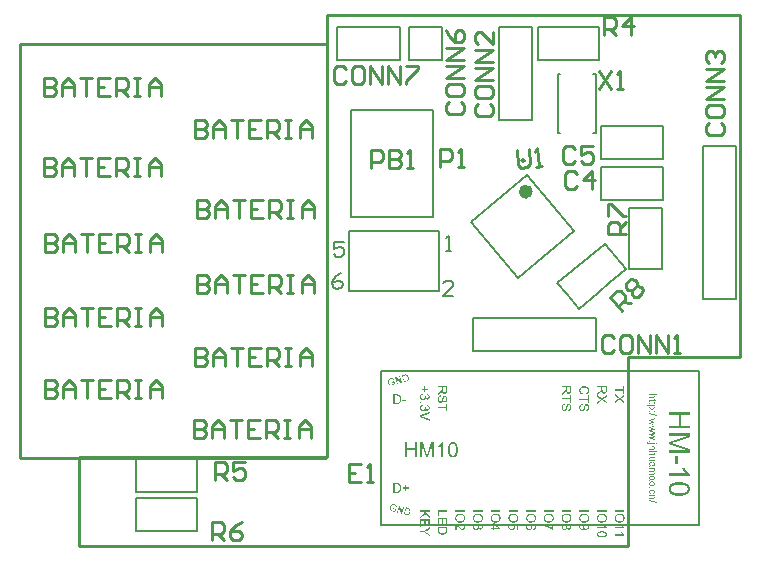
<source format=gbr>
G04 Layer_Color=65535*
%FSLAX44Y44*%
%MOMM*%
%TF.FileFunction,Legend,Top*%
%TF.Part,Single*%
G01*
G75*
%ADD18C,0.2540*%
%ADD36C,0.6000*%
%ADD37C,0.2500*%
%ADD38C,0.2000*%
%ADD39C,0.1270*%
%ADD40C,0.2032*%
G36*
X338135Y27580D02*
X338275D01*
X338439Y27556D01*
X338637Y27533D01*
X338858Y27498D01*
X339091Y27451D01*
X339336Y27405D01*
X339593Y27335D01*
X339849Y27241D01*
X340117Y27136D01*
X340374Y27020D01*
X340630Y26868D01*
X340864Y26705D01*
X341085Y26519D01*
X341097Y26507D01*
X341132Y26472D01*
X341190Y26402D01*
X341260Y26320D01*
X341353Y26215D01*
X341446Y26087D01*
X341552Y25936D01*
X341656Y25761D01*
X341761Y25574D01*
X341866Y25364D01*
X341959Y25131D01*
X342053Y24886D01*
X342123Y24618D01*
X342181Y24338D01*
X342216Y24047D01*
X342228Y23732D01*
Y23721D01*
Y23686D01*
Y23627D01*
X342216Y23546D01*
Y23441D01*
X342204Y23336D01*
X342181Y23196D01*
X342158Y23056D01*
X342099Y22753D01*
X342006Y22403D01*
X341866Y22065D01*
X341785Y21890D01*
X341691Y21715D01*
X341680Y21704D01*
X341668Y21680D01*
X341633Y21634D01*
X341598Y21564D01*
X341540Y21494D01*
X341470Y21400D01*
X341307Y21202D01*
X341097Y20992D01*
X340840Y20759D01*
X340537Y20538D01*
X340199Y20351D01*
X340187D01*
X340152Y20328D01*
X340106Y20305D01*
X340036Y20281D01*
X339943Y20235D01*
X339838Y20200D01*
X339709Y20153D01*
X339570Y20106D01*
X339418Y20071D01*
X339255Y20025D01*
X339068Y19978D01*
X338882Y19943D01*
X338474Y19897D01*
X338031Y19873D01*
X337914D01*
X337821Y19885D01*
X337716D01*
X337588Y19897D01*
X337448Y19920D01*
X337296Y19931D01*
X336958Y19990D01*
X336585Y20083D01*
X336212Y20211D01*
X336025Y20281D01*
X335839Y20375D01*
X335827D01*
X335792Y20398D01*
X335746Y20421D01*
X335676Y20468D01*
X335594Y20514D01*
X335512Y20573D01*
X335291Y20736D01*
X335058Y20934D01*
X334813Y21167D01*
X334580Y21447D01*
X334370Y21774D01*
Y21785D01*
X334346Y21809D01*
X334323Y21867D01*
X334288Y21937D01*
X334253Y22018D01*
X334218Y22112D01*
X334172Y22228D01*
X334125Y22356D01*
X334078Y22496D01*
X334032Y22648D01*
X333962Y22986D01*
X333903Y23347D01*
X333880Y23732D01*
Y23744D01*
Y23779D01*
Y23849D01*
X333892Y23919D01*
Y24024D01*
X333915Y24140D01*
X333927Y24269D01*
X333950Y24420D01*
X334020Y24735D01*
X334113Y25073D01*
X334253Y25423D01*
X334335Y25598D01*
X334428Y25772D01*
X334440Y25784D01*
X334451Y25807D01*
X334486Y25854D01*
X334533Y25924D01*
X334580Y25994D01*
X334650Y26075D01*
X334824Y26274D01*
X335034Y26495D01*
X335291Y26728D01*
X335582Y26938D01*
X335920Y27136D01*
X335932D01*
X335967Y27160D01*
X336014Y27183D01*
X336084Y27206D01*
X336177Y27241D01*
X336282Y27276D01*
X336398Y27323D01*
X336527Y27358D01*
X336678Y27405D01*
X336830Y27451D01*
X337179Y27521D01*
X337541Y27568D01*
X337937Y27591D01*
X338031D01*
X338135Y27580D01*
D02*
G37*
G36*
X336282Y17903D02*
X336270D01*
X336247Y17891D01*
X336200Y17880D01*
X336142Y17868D01*
X336072Y17856D01*
X335990Y17833D01*
X335815Y17775D01*
X335606Y17693D01*
X335407Y17588D01*
X335221Y17471D01*
X335058Y17332D01*
X335046Y17308D01*
X334999Y17262D01*
X334941Y17168D01*
X334883Y17052D01*
X334813Y16912D01*
X334754Y16737D01*
X334708Y16539D01*
X334696Y16329D01*
Y16317D01*
Y16294D01*
Y16259D01*
X334708Y16212D01*
X334720Y16084D01*
X334754Y15921D01*
X334813Y15734D01*
X334894Y15536D01*
X335011Y15338D01*
X335174Y15151D01*
X335197Y15128D01*
X335267Y15070D01*
X335372Y15000D01*
X335512Y14907D01*
X335687Y14813D01*
X335885Y14743D01*
X336119Y14685D01*
X336375Y14662D01*
X336445D01*
X336492Y14673D01*
X336620Y14685D01*
X336771Y14720D01*
X336958Y14767D01*
X337145Y14848D01*
X337331Y14965D01*
X337506Y15116D01*
X337529Y15140D01*
X337576Y15198D01*
X337646Y15291D01*
X337727Y15420D01*
X337809Y15583D01*
X337879Y15781D01*
X337926Y16003D01*
X337949Y16247D01*
Y16259D01*
Y16294D01*
Y16352D01*
X337937Y16434D01*
X337926Y16539D01*
X337902Y16655D01*
X337879Y16795D01*
X337844Y16947D01*
X338718Y16830D01*
Y16819D01*
Y16772D01*
X338707Y16725D01*
Y16679D01*
Y16667D01*
Y16655D01*
Y16620D01*
Y16574D01*
X338730Y16445D01*
X338753Y16294D01*
X338788Y16119D01*
X338847Y15921D01*
X338928Y15734D01*
X339033Y15536D01*
Y15524D01*
X339045Y15513D01*
X339091Y15455D01*
X339173Y15373D01*
X339278Y15280D01*
X339430Y15186D01*
X339604Y15105D01*
X339803Y15046D01*
X339919Y15023D01*
X340141D01*
X340234Y15046D01*
X340362Y15070D01*
X340502Y15116D01*
X340654Y15175D01*
X340805Y15268D01*
X340945Y15396D01*
X340957Y15408D01*
X341003Y15466D01*
X341062Y15548D01*
X341132Y15653D01*
X341190Y15793D01*
X341248Y15956D01*
X341295Y16142D01*
X341307Y16352D01*
Y16364D01*
Y16376D01*
Y16445D01*
X341283Y16551D01*
X341260Y16690D01*
X341213Y16842D01*
X341155Y16993D01*
X341062Y17157D01*
X340945Y17308D01*
X340934Y17320D01*
X340875Y17367D01*
X340794Y17436D01*
X340677Y17518D01*
X340526Y17600D01*
X340339Y17681D01*
X340117Y17751D01*
X339861Y17798D01*
X340036Y18789D01*
X340047D01*
X340083Y18777D01*
X340129Y18766D01*
X340199Y18754D01*
X340281Y18731D01*
X340374Y18696D01*
X340596Y18626D01*
X340852Y18509D01*
X341108Y18369D01*
X341353Y18194D01*
X341575Y17973D01*
X341586Y17961D01*
X341598Y17938D01*
X341621Y17903D01*
X341656Y17856D01*
X341703Y17798D01*
X341750Y17716D01*
X341796Y17635D01*
X341855Y17530D01*
X341948Y17297D01*
X342041Y17028D01*
X342099Y16714D01*
X342123Y16551D01*
Y16376D01*
Y16364D01*
Y16341D01*
Y16306D01*
Y16259D01*
X342111Y16131D01*
X342088Y15979D01*
X342053Y15793D01*
X341995Y15583D01*
X341925Y15373D01*
X341831Y15163D01*
Y15151D01*
X341820Y15140D01*
X341785Y15070D01*
X341715Y14965D01*
X341633Y14848D01*
X341516Y14708D01*
X341388Y14569D01*
X341237Y14429D01*
X341062Y14312D01*
X341039Y14300D01*
X340980Y14265D01*
X340875Y14219D01*
X340747Y14160D01*
X340596Y14102D01*
X340421Y14056D01*
X340222Y14021D01*
X340024Y14009D01*
X339931D01*
X339838Y14021D01*
X339709Y14044D01*
X339558Y14079D01*
X339395Y14137D01*
X339231Y14207D01*
X339068Y14300D01*
X339045Y14312D01*
X338998Y14347D01*
X338917Y14417D01*
X338823Y14510D01*
X338718Y14627D01*
X338602Y14767D01*
X338497Y14930D01*
X338392Y15128D01*
Y15116D01*
X338380Y15093D01*
X338369Y15058D01*
X338357Y15012D01*
X338310Y14883D01*
X338240Y14720D01*
X338147Y14533D01*
X338031Y14347D01*
X337879Y14172D01*
X337704Y14009D01*
X337681Y13997D01*
X337611Y13951D01*
X337494Y13881D01*
X337343Y13811D01*
X337156Y13741D01*
X336935Y13671D01*
X336678Y13624D01*
X336398Y13613D01*
X336293D01*
X336223Y13624D01*
X336130Y13636D01*
X336025Y13659D01*
X335909Y13682D01*
X335780Y13706D01*
X335501Y13799D01*
X335349Y13869D01*
X335209Y13939D01*
X335058Y14032D01*
X334906Y14137D01*
X334754Y14254D01*
X334615Y14394D01*
X334603Y14405D01*
X334580Y14429D01*
X334545Y14475D01*
X334498Y14533D01*
X334440Y14604D01*
X334381Y14697D01*
X334311Y14802D01*
X334253Y14930D01*
X334183Y15058D01*
X334113Y15210D01*
X334055Y15361D01*
X333997Y15536D01*
X333950Y15723D01*
X333915Y15921D01*
X333892Y16119D01*
X333880Y16341D01*
Y16352D01*
Y16387D01*
Y16445D01*
X333892Y16516D01*
X333903Y16609D01*
X333915Y16714D01*
X333938Y16830D01*
X333962Y16959D01*
X334032Y17238D01*
X334148Y17530D01*
X334218Y17681D01*
X334300Y17821D01*
X334405Y17961D01*
X334510Y18101D01*
X334521Y18113D01*
X334545Y18136D01*
X334580Y18171D01*
X334626Y18206D01*
X334684Y18264D01*
X334766Y18323D01*
X334848Y18392D01*
X334953Y18463D01*
X335069Y18532D01*
X335186Y18602D01*
X335466Y18731D01*
X335792Y18836D01*
X335967Y18871D01*
X336153Y18894D01*
X336282Y17903D01*
D02*
G37*
G36*
X357088Y29153D02*
X349020D01*
Y30226D01*
X357088D01*
Y29153D01*
D02*
G37*
G36*
X323135Y27580D02*
X323275D01*
X323439Y27556D01*
X323637Y27533D01*
X323858Y27498D01*
X324091Y27451D01*
X324336Y27405D01*
X324593Y27335D01*
X324849Y27241D01*
X325117Y27136D01*
X325374Y27020D01*
X325630Y26868D01*
X325864Y26705D01*
X326085Y26519D01*
X326097Y26507D01*
X326132Y26472D01*
X326190Y26402D01*
X326260Y26320D01*
X326353Y26215D01*
X326446Y26087D01*
X326551Y25936D01*
X326656Y25761D01*
X326761Y25574D01*
X326866Y25364D01*
X326959Y25131D01*
X327053Y24886D01*
X327123Y24618D01*
X327181Y24338D01*
X327216Y24047D01*
X327228Y23732D01*
Y23721D01*
Y23686D01*
Y23627D01*
X327216Y23546D01*
Y23441D01*
X327204Y23336D01*
X327181Y23196D01*
X327158Y23056D01*
X327099Y22753D01*
X327006Y22403D01*
X326866Y22065D01*
X326785Y21890D01*
X326691Y21715D01*
X326680Y21704D01*
X326668Y21680D01*
X326633Y21634D01*
X326598Y21564D01*
X326540Y21494D01*
X326470Y21400D01*
X326307Y21202D01*
X326097Y20992D01*
X325840Y20759D01*
X325537Y20538D01*
X325199Y20351D01*
X325187D01*
X325152Y20328D01*
X325106Y20305D01*
X325036Y20281D01*
X324943Y20235D01*
X324838Y20200D01*
X324709Y20153D01*
X324570Y20106D01*
X324418Y20071D01*
X324255Y20025D01*
X324068Y19978D01*
X323882Y19943D01*
X323474Y19897D01*
X323031Y19873D01*
X322914D01*
X322821Y19885D01*
X322716D01*
X322588Y19897D01*
X322448Y19920D01*
X322296Y19931D01*
X321958Y19990D01*
X321585Y20083D01*
X321212Y20211D01*
X321025Y20281D01*
X320839Y20375D01*
X320827D01*
X320792Y20398D01*
X320746Y20421D01*
X320676Y20468D01*
X320594Y20514D01*
X320512Y20573D01*
X320291Y20736D01*
X320058Y20934D01*
X319813Y21167D01*
X319580Y21447D01*
X319370Y21774D01*
Y21785D01*
X319346Y21809D01*
X319323Y21867D01*
X319288Y21937D01*
X319253Y22018D01*
X319218Y22112D01*
X319172Y22228D01*
X319125Y22356D01*
X319078Y22496D01*
X319032Y22648D01*
X318962Y22986D01*
X318903Y23347D01*
X318880Y23732D01*
Y23744D01*
Y23779D01*
Y23849D01*
X318892Y23919D01*
Y24024D01*
X318915Y24140D01*
X318927Y24269D01*
X318950Y24420D01*
X319020Y24735D01*
X319113Y25073D01*
X319253Y25423D01*
X319335Y25598D01*
X319428Y25772D01*
X319440Y25784D01*
X319451Y25807D01*
X319486Y25854D01*
X319533Y25924D01*
X319580Y25994D01*
X319650Y26075D01*
X319824Y26274D01*
X320034Y26495D01*
X320291Y26728D01*
X320582Y26938D01*
X320920Y27136D01*
X320932D01*
X320967Y27160D01*
X321014Y27183D01*
X321084Y27206D01*
X321177Y27241D01*
X321282Y27276D01*
X321398Y27323D01*
X321527Y27358D01*
X321678Y27405D01*
X321830Y27451D01*
X322179Y27521D01*
X322541Y27568D01*
X322937Y27591D01*
X323031D01*
X323135Y27580D01*
D02*
G37*
G36*
X319242Y19034D02*
X319346Y19022D01*
X319463Y18999D01*
X319580Y18975D01*
X319708Y18929D01*
X319720D01*
X319731Y18917D01*
X319801Y18894D01*
X319906Y18847D01*
X320046Y18777D01*
X320209Y18684D01*
X320396Y18567D01*
X320582Y18439D01*
X320780Y18276D01*
X320792D01*
X320804Y18253D01*
X320874Y18194D01*
X320979Y18089D01*
X321130Y17938D01*
X321305Y17763D01*
X321515Y17541D01*
X321748Y17273D01*
X321993Y16982D01*
X322005Y16970D01*
X322040Y16924D01*
X322098Y16854D01*
X322168Y16772D01*
X322261Y16667D01*
X322366Y16539D01*
X322483Y16411D01*
X322611Y16259D01*
X322891Y15968D01*
X323170Y15676D01*
X323310Y15536D01*
X323450Y15408D01*
X323578Y15291D01*
X323707Y15198D01*
X323718D01*
X323730Y15175D01*
X323765Y15151D01*
X323812Y15128D01*
X323940Y15046D01*
X324091Y14953D01*
X324278Y14872D01*
X324476Y14790D01*
X324698Y14743D01*
X324908Y14720D01*
X324931D01*
X325001Y14732D01*
X325117Y14743D01*
X325246Y14778D01*
X325409Y14825D01*
X325572Y14907D01*
X325735Y15012D01*
X325899Y15151D01*
X325922Y15175D01*
X325969Y15233D01*
X326027Y15315D01*
X326108Y15443D01*
X326178Y15606D01*
X326248Y15793D01*
X326295Y16014D01*
X326307Y16259D01*
Y16271D01*
Y16294D01*
Y16329D01*
X326295Y16376D01*
X326283Y16516D01*
X326248Y16679D01*
X326202Y16854D01*
X326120Y17052D01*
X326015Y17238D01*
X325875Y17413D01*
X325852Y17436D01*
X325794Y17483D01*
X325700Y17553D01*
X325560Y17623D01*
X325397Y17705D01*
X325187Y17775D01*
X324954Y17821D01*
X324686Y17845D01*
X324791Y18859D01*
X324803D01*
X324838Y18847D01*
X324896D01*
X324977Y18836D01*
X325071Y18812D01*
X325176Y18789D01*
X325304Y18754D01*
X325432Y18719D01*
X325712Y18626D01*
X325992Y18486D01*
X326132Y18404D01*
X326272Y18299D01*
X326400Y18194D01*
X326516Y18078D01*
X326528Y18066D01*
X326540Y18043D01*
X326575Y18008D01*
X326610Y17950D01*
X326656Y17880D01*
X326703Y17798D01*
X326761Y17705D01*
X326820Y17588D01*
X326878Y17460D01*
X326936Y17320D01*
X326983Y17168D01*
X327029Y17005D01*
X327064Y16830D01*
X327099Y16644D01*
X327111Y16445D01*
X327123Y16236D01*
Y16224D01*
Y16189D01*
Y16119D01*
X327111Y16037D01*
X327099Y15944D01*
X327088Y15828D01*
X327064Y15699D01*
X327041Y15571D01*
X326959Y15268D01*
X326843Y14965D01*
X326773Y14813D01*
X326691Y14662D01*
X326586Y14522D01*
X326470Y14394D01*
X326458Y14382D01*
X326446Y14359D01*
X326400Y14335D01*
X326353Y14289D01*
X326295Y14230D01*
X326213Y14172D01*
X326132Y14114D01*
X326027Y14044D01*
X325805Y13927D01*
X325526Y13811D01*
X325386Y13764D01*
X325222Y13741D01*
X325059Y13717D01*
X324884Y13706D01*
X324803D01*
X324709Y13717D01*
X324581Y13729D01*
X324441Y13752D01*
X324278Y13799D01*
X324103Y13846D01*
X323928Y13916D01*
X323905Y13927D01*
X323847Y13951D01*
X323753Y13997D01*
X323625Y14067D01*
X323485Y14160D01*
X323310Y14277D01*
X323135Y14417D01*
X322937Y14580D01*
X322914Y14604D01*
X322844Y14662D01*
X322786Y14720D01*
X322727Y14778D01*
X322658Y14848D01*
X322564Y14942D01*
X322471Y15035D01*
X322366Y15151D01*
X322249Y15268D01*
X322121Y15408D01*
X321993Y15560D01*
X321841Y15723D01*
X321690Y15909D01*
X321527Y16096D01*
X321515Y16107D01*
X321492Y16131D01*
X321457Y16177D01*
X321410Y16236D01*
X321340Y16306D01*
X321270Y16387D01*
X321119Y16574D01*
X320944Y16772D01*
X320769Y16959D01*
X320617Y17122D01*
X320559Y17192D01*
X320501Y17250D01*
X320489Y17262D01*
X320454Y17297D01*
X320407Y17343D01*
X320337Y17401D01*
X320256Y17460D01*
X320174Y17530D01*
X319976Y17670D01*
Y13694D01*
X319020D01*
Y19045D01*
X319148D01*
X319242Y19034D01*
D02*
G37*
G36*
X342088Y29153D02*
X334020D01*
Y30226D01*
X342088D01*
Y29153D01*
D02*
G37*
G36*
X353135Y27580D02*
X353275D01*
X353439Y27556D01*
X353637Y27533D01*
X353858Y27498D01*
X354091Y27451D01*
X354336Y27405D01*
X354593Y27335D01*
X354849Y27241D01*
X355117Y27136D01*
X355374Y27020D01*
X355630Y26868D01*
X355864Y26705D01*
X356085Y26519D01*
X356097Y26507D01*
X356132Y26472D01*
X356190Y26402D01*
X356260Y26320D01*
X356353Y26215D01*
X356446Y26087D01*
X356552Y25936D01*
X356656Y25761D01*
X356761Y25574D01*
X356866Y25364D01*
X356959Y25131D01*
X357053Y24886D01*
X357123Y24618D01*
X357181Y24338D01*
X357216Y24047D01*
X357228Y23732D01*
Y23721D01*
Y23686D01*
Y23627D01*
X357216Y23546D01*
Y23441D01*
X357204Y23336D01*
X357181Y23196D01*
X357158Y23056D01*
X357099Y22753D01*
X357006Y22403D01*
X356866Y22065D01*
X356785Y21890D01*
X356691Y21715D01*
X356680Y21704D01*
X356668Y21680D01*
X356633Y21634D01*
X356598Y21564D01*
X356540Y21494D01*
X356470Y21400D01*
X356307Y21202D01*
X356097Y20992D01*
X355840Y20759D01*
X355537Y20538D01*
X355199Y20351D01*
X355187D01*
X355152Y20328D01*
X355106Y20305D01*
X355036Y20281D01*
X354943Y20235D01*
X354838Y20200D01*
X354709Y20153D01*
X354570Y20106D01*
X354418Y20071D01*
X354255Y20025D01*
X354068Y19978D01*
X353882Y19943D01*
X353474Y19897D01*
X353031Y19873D01*
X352914D01*
X352821Y19885D01*
X352716D01*
X352588Y19897D01*
X352448Y19920D01*
X352296Y19931D01*
X351958Y19990D01*
X351585Y20083D01*
X351212Y20211D01*
X351025Y20281D01*
X350839Y20375D01*
X350827D01*
X350792Y20398D01*
X350746Y20421D01*
X350676Y20468D01*
X350594Y20514D01*
X350512Y20573D01*
X350291Y20736D01*
X350058Y20934D01*
X349813Y21167D01*
X349580Y21447D01*
X349370Y21774D01*
Y21785D01*
X349346Y21809D01*
X349323Y21867D01*
X349288Y21937D01*
X349253Y22018D01*
X349218Y22112D01*
X349172Y22228D01*
X349125Y22356D01*
X349078Y22496D01*
X349032Y22648D01*
X348962Y22986D01*
X348903Y23347D01*
X348880Y23732D01*
Y23744D01*
Y23779D01*
Y23849D01*
X348892Y23919D01*
Y24024D01*
X348915Y24140D01*
X348927Y24269D01*
X348950Y24420D01*
X349020Y24735D01*
X349113Y25073D01*
X349253Y25423D01*
X349335Y25598D01*
X349428Y25772D01*
X349440Y25784D01*
X349451Y25807D01*
X349486Y25854D01*
X349533Y25924D01*
X349580Y25994D01*
X349650Y26075D01*
X349824Y26274D01*
X350034Y26495D01*
X350291Y26728D01*
X350582Y26938D01*
X350920Y27136D01*
X350932D01*
X350967Y27160D01*
X351014Y27183D01*
X351084Y27206D01*
X351177Y27241D01*
X351282Y27276D01*
X351398Y27323D01*
X351527Y27358D01*
X351678Y27405D01*
X351830Y27451D01*
X352179Y27521D01*
X352541Y27568D01*
X352937Y27591D01*
X353031D01*
X353135Y27580D01*
D02*
G37*
G36*
X366212Y17868D02*
X366177D01*
X366142Y17856D01*
X366084Y17845D01*
X365955Y17810D01*
X365780Y17763D01*
X365606Y17693D01*
X365407Y17600D01*
X365233Y17483D01*
X365069Y17343D01*
X365058Y17320D01*
X365011Y17273D01*
X364953Y17180D01*
X364883Y17052D01*
X364813Y16912D01*
X364754Y16737D01*
X364708Y16539D01*
X364696Y16317D01*
Y16306D01*
Y16282D01*
Y16247D01*
X364708Y16201D01*
X364720Y16061D01*
X364766Y15898D01*
X364824Y15699D01*
X364918Y15501D01*
X365058Y15291D01*
X365139Y15198D01*
X365233Y15105D01*
X365244Y15093D01*
X365256Y15081D01*
X365291Y15058D01*
X365326Y15023D01*
X365454Y14942D01*
X365617Y14848D01*
X365815Y14767D01*
X366060Y14685D01*
X366352Y14627D01*
X366503Y14604D01*
X366748D01*
X366806Y14615D01*
X366876D01*
X366958Y14627D01*
X367145Y14662D01*
X367366Y14720D01*
X367588Y14802D01*
X367797Y14918D01*
X367996Y15081D01*
X368007D01*
X368019Y15105D01*
X368077Y15163D01*
X368159Y15268D01*
X368252Y15408D01*
X368334Y15595D01*
X368415Y15804D01*
X368474Y16049D01*
X368497Y16189D01*
Y16329D01*
Y16352D01*
Y16411D01*
X368485Y16504D01*
X368474Y16620D01*
X368439Y16760D01*
X368404Y16900D01*
X368345Y17052D01*
X368275Y17203D01*
X368264Y17215D01*
X368240Y17262D01*
X368182Y17332D01*
X368124Y17425D01*
X368042Y17518D01*
X367937Y17611D01*
X367832Y17716D01*
X367704Y17798D01*
X367832Y18731D01*
X371983Y17950D01*
Y13939D01*
X371039D01*
Y17168D01*
X368858Y17600D01*
X368870Y17588D01*
X368882Y17565D01*
X368905Y17530D01*
X368940Y17471D01*
X368975Y17401D01*
X369021Y17320D01*
X369115Y17133D01*
X369208Y16900D01*
X369290Y16644D01*
X369348Y16364D01*
X369371Y16224D01*
Y16072D01*
Y16061D01*
Y16026D01*
Y15968D01*
X369360Y15898D01*
X369348Y15804D01*
X369336Y15699D01*
X369313Y15583D01*
X369278Y15455D01*
X369196Y15175D01*
X369138Y15023D01*
X369057Y14872D01*
X368975Y14720D01*
X368882Y14569D01*
X368765Y14429D01*
X368637Y14289D01*
X368625Y14277D01*
X368602Y14254D01*
X368567Y14219D01*
X368509Y14172D01*
X368427Y14114D01*
X368345Y14056D01*
X368240Y13986D01*
X368124Y13916D01*
X367996Y13857D01*
X367856Y13787D01*
X367692Y13729D01*
X367529Y13671D01*
X367354Y13624D01*
X367156Y13589D01*
X366958Y13566D01*
X366748Y13554D01*
X366643D01*
X366562Y13566D01*
X366468Y13578D01*
X366363Y13589D01*
X366235Y13613D01*
X366107Y13636D01*
X365804Y13706D01*
X365489Y13822D01*
X365326Y13892D01*
X365174Y13986D01*
X365011Y14079D01*
X364859Y14195D01*
X364848Y14207D01*
X364813Y14230D01*
X364766Y14277D01*
X364708Y14335D01*
X364638Y14417D01*
X364545Y14510D01*
X364463Y14627D01*
X364370Y14755D01*
X364277Y14895D01*
X364195Y15058D01*
X364113Y15233D01*
X364032Y15420D01*
X363973Y15618D01*
X363927Y15839D01*
X363892Y16072D01*
X363880Y16317D01*
Y16329D01*
Y16364D01*
Y16422D01*
X363892Y16504D01*
X363903Y16597D01*
X363915Y16702D01*
X363927Y16830D01*
X363962Y16959D01*
X364032Y17250D01*
X364137Y17541D01*
X364207Y17693D01*
X364288Y17845D01*
X364381Y17984D01*
X364486Y18124D01*
X364498Y18136D01*
X364510Y18159D01*
X364556Y18183D01*
X364603Y18229D01*
X364661Y18288D01*
X364731Y18346D01*
X364824Y18416D01*
X364929Y18474D01*
X365034Y18544D01*
X365163Y18614D01*
X365442Y18742D01*
X365769Y18847D01*
X365944Y18882D01*
X366130Y18906D01*
X366212Y17868D01*
D02*
G37*
G36*
X387088Y29153D02*
X379020D01*
Y30226D01*
X387088D01*
Y29153D01*
D02*
G37*
G36*
X383135Y27580D02*
X383275D01*
X383439Y27556D01*
X383637Y27533D01*
X383858Y27498D01*
X384091Y27451D01*
X384336Y27405D01*
X384593Y27335D01*
X384849Y27241D01*
X385117Y27136D01*
X385374Y27020D01*
X385630Y26868D01*
X385864Y26705D01*
X386085Y26519D01*
X386097Y26507D01*
X386132Y26472D01*
X386190Y26402D01*
X386260Y26320D01*
X386353Y26215D01*
X386446Y26087D01*
X386551Y25936D01*
X386656Y25761D01*
X386761Y25574D01*
X386866Y25364D01*
X386959Y25131D01*
X387053Y24886D01*
X387123Y24618D01*
X387181Y24338D01*
X387216Y24047D01*
X387228Y23732D01*
Y23721D01*
Y23686D01*
Y23627D01*
X387216Y23546D01*
Y23441D01*
X387204Y23336D01*
X387181Y23196D01*
X387158Y23056D01*
X387099Y22753D01*
X387006Y22403D01*
X386866Y22065D01*
X386785Y21890D01*
X386691Y21715D01*
X386680Y21704D01*
X386668Y21680D01*
X386633Y21634D01*
X386598Y21564D01*
X386540Y21494D01*
X386470Y21400D01*
X386307Y21202D01*
X386097Y20992D01*
X385840Y20759D01*
X385537Y20538D01*
X385199Y20351D01*
X385187D01*
X385152Y20328D01*
X385106Y20305D01*
X385036Y20281D01*
X384943Y20235D01*
X384838Y20200D01*
X384709Y20153D01*
X384570Y20106D01*
X384418Y20071D01*
X384255Y20025D01*
X384068Y19978D01*
X383882Y19943D01*
X383474Y19897D01*
X383031Y19873D01*
X382914D01*
X382821Y19885D01*
X382716D01*
X382588Y19897D01*
X382448Y19920D01*
X382296Y19931D01*
X381958Y19990D01*
X381585Y20083D01*
X381212Y20211D01*
X381025Y20281D01*
X380839Y20375D01*
X380827D01*
X380792Y20398D01*
X380746Y20421D01*
X380676Y20468D01*
X380594Y20514D01*
X380512Y20573D01*
X380291Y20736D01*
X380058Y20934D01*
X379813Y21167D01*
X379580Y21447D01*
X379370Y21774D01*
Y21785D01*
X379346Y21809D01*
X379323Y21867D01*
X379288Y21937D01*
X379253Y22018D01*
X379218Y22112D01*
X379172Y22228D01*
X379125Y22356D01*
X379078Y22496D01*
X379032Y22648D01*
X378962Y22986D01*
X378903Y23347D01*
X378880Y23732D01*
Y23744D01*
Y23779D01*
Y23849D01*
X378892Y23919D01*
Y24024D01*
X378915Y24140D01*
X378927Y24269D01*
X378950Y24420D01*
X379020Y24735D01*
X379113Y25073D01*
X379253Y25423D01*
X379335Y25598D01*
X379428Y25772D01*
X379440Y25784D01*
X379451Y25807D01*
X379486Y25854D01*
X379533Y25924D01*
X379580Y25994D01*
X379650Y26075D01*
X379824Y26274D01*
X380034Y26495D01*
X380291Y26728D01*
X380582Y26938D01*
X380920Y27136D01*
X380932D01*
X380967Y27160D01*
X381014Y27183D01*
X381084Y27206D01*
X381177Y27241D01*
X381282Y27276D01*
X381398Y27323D01*
X381527Y27358D01*
X381678Y27405D01*
X381830Y27451D01*
X382179Y27521D01*
X382541Y27568D01*
X382937Y27591D01*
X383031D01*
X383135Y27580D01*
D02*
G37*
G36*
X357088Y15548D02*
Y14743D01*
X351865D01*
Y13648D01*
X350955D01*
Y14743D01*
X349020D01*
Y15734D01*
X350955D01*
Y19244D01*
X351865D01*
X357088Y15548D01*
D02*
G37*
G36*
X372088Y29153D02*
X364020D01*
Y30226D01*
X372088D01*
Y29153D01*
D02*
G37*
G36*
X368135Y27580D02*
X368275D01*
X368439Y27556D01*
X368637Y27533D01*
X368858Y27498D01*
X369091Y27451D01*
X369336Y27405D01*
X369593Y27335D01*
X369849Y27241D01*
X370117Y27136D01*
X370374Y27020D01*
X370630Y26868D01*
X370864Y26705D01*
X371085Y26519D01*
X371097Y26507D01*
X371132Y26472D01*
X371190Y26402D01*
X371260Y26320D01*
X371353Y26215D01*
X371446Y26087D01*
X371552Y25936D01*
X371656Y25761D01*
X371761Y25574D01*
X371866Y25364D01*
X371959Y25131D01*
X372053Y24886D01*
X372123Y24618D01*
X372181Y24338D01*
X372216Y24047D01*
X372228Y23732D01*
Y23721D01*
Y23686D01*
Y23627D01*
X372216Y23546D01*
Y23441D01*
X372204Y23336D01*
X372181Y23196D01*
X372158Y23056D01*
X372099Y22753D01*
X372006Y22403D01*
X371866Y22065D01*
X371785Y21890D01*
X371691Y21715D01*
X371680Y21704D01*
X371668Y21680D01*
X371633Y21634D01*
X371598Y21564D01*
X371540Y21494D01*
X371470Y21400D01*
X371307Y21202D01*
X371097Y20992D01*
X370840Y20759D01*
X370537Y20538D01*
X370199Y20351D01*
X370187D01*
X370152Y20328D01*
X370106Y20305D01*
X370036Y20281D01*
X369943Y20235D01*
X369838Y20200D01*
X369709Y20153D01*
X369570Y20106D01*
X369418Y20071D01*
X369255Y20025D01*
X369068Y19978D01*
X368882Y19943D01*
X368474Y19897D01*
X368031Y19873D01*
X367914D01*
X367821Y19885D01*
X367716D01*
X367588Y19897D01*
X367448Y19920D01*
X367296Y19931D01*
X366958Y19990D01*
X366585Y20083D01*
X366212Y20211D01*
X366025Y20281D01*
X365839Y20375D01*
X365827D01*
X365792Y20398D01*
X365746Y20421D01*
X365676Y20468D01*
X365594Y20514D01*
X365512Y20573D01*
X365291Y20736D01*
X365058Y20934D01*
X364813Y21167D01*
X364580Y21447D01*
X364370Y21774D01*
Y21785D01*
X364346Y21809D01*
X364323Y21867D01*
X364288Y21937D01*
X364253Y22018D01*
X364218Y22112D01*
X364172Y22228D01*
X364125Y22356D01*
X364078Y22496D01*
X364032Y22648D01*
X363962Y22986D01*
X363903Y23347D01*
X363880Y23732D01*
Y23744D01*
Y23779D01*
Y23849D01*
X363892Y23919D01*
Y24024D01*
X363915Y24140D01*
X363927Y24269D01*
X363950Y24420D01*
X364020Y24735D01*
X364113Y25073D01*
X364253Y25423D01*
X364335Y25598D01*
X364428Y25772D01*
X364440Y25784D01*
X364451Y25807D01*
X364486Y25854D01*
X364533Y25924D01*
X364580Y25994D01*
X364650Y26075D01*
X364824Y26274D01*
X365034Y26495D01*
X365291Y26728D01*
X365582Y26938D01*
X365920Y27136D01*
X365932D01*
X365967Y27160D01*
X366014Y27183D01*
X366084Y27206D01*
X366177Y27241D01*
X366282Y27276D01*
X366398Y27323D01*
X366527Y27358D01*
X366678Y27405D01*
X366830Y27451D01*
X367179Y27521D01*
X367541Y27568D01*
X367937Y27591D01*
X368031D01*
X368135Y27580D01*
D02*
G37*
G36*
X327088Y29153D02*
X319020D01*
Y30226D01*
X327088D01*
Y29153D01*
D02*
G37*
G36*
X269831Y53268D02*
X270064Y53256D01*
X270297Y53233D01*
X270530Y53198D01*
X270729Y53163D01*
X270740D01*
X270764Y53151D01*
X270799D01*
X270845Y53128D01*
X270974Y53093D01*
X271137Y53035D01*
X271323Y52953D01*
X271521Y52848D01*
X271720Y52732D01*
X271906Y52580D01*
X271918Y52569D01*
X271930Y52557D01*
X271965Y52522D01*
X272011Y52487D01*
X272128Y52370D01*
X272268Y52207D01*
X272419Y52009D01*
X272582Y51776D01*
X272734Y51508D01*
X272862Y51205D01*
Y51193D01*
X272874Y51170D01*
X272897Y51123D01*
X272909Y51053D01*
X272944Y50971D01*
X272967Y50878D01*
X272990Y50773D01*
X273025Y50645D01*
X273060Y50517D01*
X273084Y50365D01*
X273142Y50039D01*
X273177Y49677D01*
X273189Y49281D01*
Y49269D01*
Y49246D01*
Y49188D01*
Y49129D01*
X273177Y49048D01*
Y48954D01*
X273165Y48733D01*
X273130Y48476D01*
X273095Y48208D01*
X273037Y47929D01*
X272967Y47649D01*
Y47637D01*
X272955Y47614D01*
X272944Y47579D01*
X272932Y47532D01*
X272886Y47404D01*
X272816Y47241D01*
X272746Y47054D01*
X272652Y46867D01*
X272536Y46669D01*
X272419Y46483D01*
X272408Y46459D01*
X272361Y46401D01*
X272291Y46320D01*
X272198Y46215D01*
X272093Y46098D01*
X271965Y45981D01*
X271836Y45853D01*
X271685Y45748D01*
X271661Y45737D01*
X271615Y45702D01*
X271533Y45655D01*
X271417Y45597D01*
X271277Y45527D01*
X271113Y45469D01*
X270927Y45399D01*
X270717Y45340D01*
X270694D01*
X270659Y45329D01*
X270624Y45317D01*
X270507Y45305D01*
X270344Y45282D01*
X270158Y45259D01*
X269936Y45235D01*
X269691Y45224D01*
X269423Y45212D01*
X266520D01*
Y53280D01*
X269621D01*
X269831Y53268D01*
D02*
G37*
G36*
X266381Y35500D02*
X266517Y35500D01*
X266659Y35489D01*
X266966Y35452D01*
X267122Y35428D01*
X267282Y35385D01*
X267291Y35383D01*
X267308Y35378D01*
X267341Y35369D01*
X267392Y35356D01*
X267440Y35334D01*
X267508Y35316D01*
X267664Y35256D01*
X267834Y35183D01*
X268008Y35091D01*
X268197Y34986D01*
X268374Y34867D01*
X268382Y34864D01*
X268397Y34851D01*
X268420Y34836D01*
X268449Y34810D01*
X268528Y34735D01*
X268631Y34644D01*
X268734Y34526D01*
X268842Y34388D01*
X268940Y34245D01*
X269021Y34078D01*
X269034Y34056D01*
X269054Y33997D01*
X269084Y33907D01*
X269123Y33779D01*
X269154Y33626D01*
X269185Y33437D01*
X269211Y33231D01*
X269213Y33004D01*
X268463Y33006D01*
X268465Y33015D01*
X268459Y33026D01*
X268458Y33053D01*
X268458Y33089D01*
X268453Y33172D01*
X268447Y33282D01*
X268428Y33414D01*
X268398Y33540D01*
X268370Y33673D01*
X268322Y33795D01*
X268315Y33806D01*
X268299Y33846D01*
X268260Y33902D01*
X268217Y33977D01*
X268159Y34065D01*
X268076Y34160D01*
X267984Y34256D01*
X267873Y34349D01*
X267859Y34362D01*
X267821Y34391D01*
X267752Y34436D01*
X267659Y34497D01*
X267548Y34554D01*
X267420Y34616D01*
X267272Y34673D01*
X267114Y34725D01*
X267106Y34727D01*
X267089Y34731D01*
X267064Y34738D01*
X267022Y34750D01*
X266977Y34752D01*
X266926Y34766D01*
X266798Y34791D01*
X266647Y34805D01*
X266480Y34822D01*
X266317Y34821D01*
X266149Y34802D01*
X266130Y34798D01*
X266075Y34795D01*
X265996Y34771D01*
X265900Y34751D01*
X265781Y34711D01*
X265653Y34673D01*
X265529Y34616D01*
X265411Y34548D01*
X265401Y34541D01*
X265358Y34517D01*
X265300Y34469D01*
X265231Y34415D01*
X265149Y34346D01*
X265063Y34261D01*
X264975Y34167D01*
X264884Y34065D01*
X264882Y34056D01*
X264869Y34042D01*
X264854Y34019D01*
X264825Y33981D01*
X264795Y33935D01*
X264762Y33880D01*
X264719Y33820D01*
X264682Y33748D01*
X264592Y33582D01*
X264504Y33389D01*
X264422Y33185D01*
X264350Y32950D01*
X264348Y32942D01*
X264341Y32917D01*
X264330Y32875D01*
X264325Y32822D01*
X264307Y32754D01*
X264293Y32667D01*
X264278Y32581D01*
X264262Y32486D01*
X264239Y32266D01*
X264223Y32035D01*
X264231Y31797D01*
X264259Y31564D01*
X264257Y31555D01*
X264269Y31534D01*
X264271Y31506D01*
X264287Y31466D01*
X264321Y31357D01*
X264383Y31214D01*
X264458Y31058D01*
X264559Y30895D01*
X264688Y30734D01*
X264836Y30577D01*
X264844Y30575D01*
X264859Y30562D01*
X264880Y30538D01*
X264918Y30510D01*
X264955Y30482D01*
X265010Y30449D01*
X265131Y30362D01*
X265289Y30275D01*
X265463Y30183D01*
X265657Y30095D01*
X265865Y30030D01*
X265874Y30027D01*
X265891Y30023D01*
X265916Y30016D01*
X265950Y30007D01*
X266003Y30002D01*
X266053Y29989D01*
X266184Y29971D01*
X266341Y29948D01*
X266510Y29938D01*
X266701Y29942D01*
X266894Y29953D01*
X266903Y29951D01*
X266922Y29955D01*
X266941Y29959D01*
X266979Y29967D01*
X267083Y29984D01*
X267198Y30007D01*
X267332Y30035D01*
X267477Y30068D01*
X267615Y30113D01*
X267739Y30170D01*
X268033Y31267D01*
X266311Y31728D01*
X266497Y32421D01*
X268978Y31756D01*
X268397Y29587D01*
X268386Y29581D01*
X268367Y29576D01*
X268327Y29560D01*
X268275Y29538D01*
X268216Y29518D01*
X268145Y29491D01*
X268056Y29461D01*
X267966Y29431D01*
X267760Y29368D01*
X267525Y29305D01*
X267285Y29251D01*
X267032Y29220D01*
X267024Y29222D01*
X267005Y29218D01*
X266969Y29219D01*
X266922Y29213D01*
X266858Y29212D01*
X266784Y29205D01*
X266704Y29208D01*
X266623Y29212D01*
X266426Y29219D01*
X266204Y29234D01*
X265969Y29269D01*
X265731Y29324D01*
X265722Y29326D01*
X265688Y29335D01*
X265646Y29347D01*
X265589Y29371D01*
X265513Y29391D01*
X265423Y29425D01*
X265326Y29469D01*
X265219Y29507D01*
X264987Y29623D01*
X264742Y29752D01*
X264496Y29917D01*
X264375Y30004D01*
X264258Y30108D01*
X264252Y30118D01*
X264229Y30134D01*
X264202Y30168D01*
X264158Y30207D01*
X264110Y30265D01*
X264062Y30323D01*
X263934Y30484D01*
X263806Y30681D01*
X263678Y30914D01*
X263566Y31171D01*
X263479Y31456D01*
X263482Y31465D01*
X263472Y31494D01*
X263464Y31533D01*
X263454Y31598D01*
X263445Y31664D01*
X263442Y31756D01*
X263431Y31849D01*
X263424Y31959D01*
X263420Y32078D01*
X263420Y32214D01*
X263429Y32347D01*
X263440Y32489D01*
X263477Y32796D01*
X263543Y33112D01*
X263546Y33121D01*
X263555Y33155D01*
X263566Y33197D01*
X263590Y33254D01*
X263611Y33330D01*
X263644Y33420D01*
X263686Y33509D01*
X263724Y33616D01*
X263780Y33727D01*
X263831Y33849D01*
X263971Y34101D01*
X264130Y34357D01*
X264323Y34604D01*
X264334Y34610D01*
X264349Y34633D01*
X264375Y34663D01*
X264422Y34704D01*
X264474Y34763D01*
X264534Y34819D01*
X264695Y34948D01*
X264889Y35095D01*
X265113Y35225D01*
X265364Y35348D01*
X265502Y35392D01*
X265641Y35436D01*
X265651Y35442D01*
X265679Y35444D01*
X265717Y35452D01*
X265774Y35464D01*
X265849Y35471D01*
X265934Y35484D01*
X266027Y35495D01*
X266138Y35502D01*
X266256Y35506D01*
X266381Y35500D01*
D02*
G37*
G36*
X271669Y34101D02*
X273503Y28689D01*
X274733Y33280D01*
X275476Y33081D01*
X273911Y27241D01*
X273109Y27456D01*
X271282Y32857D01*
X270054Y28274D01*
X269311Y28473D01*
X270876Y34314D01*
X271669Y34101D01*
D02*
G37*
G36*
X277199Y122863D02*
X274133D01*
Y123854D01*
X277199D01*
Y122863D01*
D02*
G37*
G36*
X269831Y128494D02*
X270064Y128482D01*
X270297Y128459D01*
X270530Y128424D01*
X270729Y128389D01*
X270740D01*
X270764Y128378D01*
X270799D01*
X270845Y128354D01*
X270974Y128319D01*
X271137Y128261D01*
X271323Y128179D01*
X271521Y128074D01*
X271720Y127958D01*
X271906Y127806D01*
X271918Y127795D01*
X271930Y127783D01*
X271965Y127748D01*
X272011Y127713D01*
X272128Y127596D01*
X272268Y127433D01*
X272419Y127235D01*
X272582Y127002D01*
X272734Y126734D01*
X272862Y126431D01*
Y126419D01*
X272874Y126396D01*
X272897Y126349D01*
X272909Y126279D01*
X272944Y126197D01*
X272967Y126104D01*
X272990Y125999D01*
X273025Y125871D01*
X273060Y125743D01*
X273084Y125591D01*
X273142Y125265D01*
X273177Y124903D01*
X273189Y124507D01*
Y124495D01*
Y124472D01*
Y124414D01*
Y124355D01*
X273177Y124274D01*
Y124180D01*
X273165Y123959D01*
X273130Y123702D01*
X273095Y123434D01*
X273037Y123154D01*
X272967Y122875D01*
Y122863D01*
X272955Y122840D01*
X272944Y122805D01*
X272932Y122758D01*
X272886Y122630D01*
X272816Y122467D01*
X272746Y122280D01*
X272652Y122093D01*
X272536Y121895D01*
X272419Y121709D01*
X272408Y121685D01*
X272361Y121627D01*
X272291Y121546D01*
X272198Y121441D01*
X272093Y121324D01*
X271965Y121208D01*
X271836Y121079D01*
X271685Y120974D01*
X271661Y120963D01*
X271615Y120928D01*
X271533Y120881D01*
X271417Y120823D01*
X271277Y120753D01*
X271113Y120695D01*
X270927Y120625D01*
X270717Y120566D01*
X270694D01*
X270659Y120555D01*
X270624Y120543D01*
X270507Y120531D01*
X270344Y120508D01*
X270158Y120485D01*
X269936Y120461D01*
X269691Y120450D01*
X269423Y120438D01*
X266520D01*
Y128506D01*
X269621D01*
X269831Y128494D01*
D02*
G37*
G36*
X277526Y49654D02*
X279718D01*
Y48733D01*
X277526D01*
Y46518D01*
X276593D01*
Y48733D01*
X274401D01*
Y49654D01*
X276593D01*
Y51846D01*
X277526D01*
Y49654D01*
D02*
G37*
G36*
X278784Y32195D02*
X278792Y32192D01*
X278818Y32186D01*
X278852Y32177D01*
X278894Y32165D01*
X278953Y32150D01*
X279020Y32132D01*
X279170Y32082D01*
X279336Y32029D01*
X279501Y31967D01*
X279663Y31896D01*
X279799Y31832D01*
X279808Y31830D01*
X279823Y31817D01*
X279848Y31810D01*
X279877Y31784D01*
X279963Y31734D01*
X280070Y31660D01*
X280189Y31565D01*
X280312Y31451D01*
X280433Y31328D01*
X280539Y31182D01*
X280545Y31171D01*
X280551Y31160D01*
X280570Y31128D01*
X280597Y31094D01*
X280658Y30987D01*
X280728Y30842D01*
X280799Y30669D01*
X280872Y30468D01*
X280930Y30245D01*
X280964Y30001D01*
X280962Y29992D01*
X280966Y29973D01*
X280973Y29935D01*
X280968Y29882D01*
X280978Y29816D01*
X280977Y29744D01*
X280973Y29663D01*
X280974Y29564D01*
X280974Y29464D01*
X280962Y29350D01*
X280940Y29102D01*
X280896Y28834D01*
X280827Y28545D01*
X280825Y28536D01*
X280820Y28519D01*
X280809Y28477D01*
X280798Y28435D01*
X280774Y28378D01*
X280755Y28310D01*
X280704Y28152D01*
X280629Y27973D01*
X280552Y27786D01*
X280455Y27595D01*
X280350Y27406D01*
X280348Y27397D01*
X280335Y27383D01*
X280320Y27360D01*
X280302Y27328D01*
X280244Y27245D01*
X280161Y27140D01*
X280075Y27018D01*
X279971Y26902D01*
X279848Y26781D01*
X279727Y26668D01*
X279715Y26654D01*
X279669Y26621D01*
X279603Y26575D01*
X279515Y26517D01*
X279417Y26453D01*
X279301Y26393D01*
X279183Y26326D01*
X279053Y26279D01*
X279034Y26275D01*
X278994Y26259D01*
X278925Y26241D01*
X278830Y26221D01*
X278715Y26198D01*
X278585Y26187D01*
X278437Y26173D01*
X278274Y26171D01*
X278265Y26174D01*
X278257Y26176D01*
X278229Y26174D01*
X278202Y26172D01*
X278115Y26187D01*
X277992Y26202D01*
X277853Y26221D01*
X277688Y26247D01*
X277508Y26286D01*
X277312Y26330D01*
X275210Y26893D01*
X276775Y32733D01*
X278784Y32195D01*
D02*
G37*
G36*
X312088Y29153D02*
X304976D01*
Y25178D01*
X304020D01*
Y30226D01*
X312088D01*
Y29153D01*
D02*
G37*
G36*
Y18054D02*
X311132D01*
Y22823D01*
X308672D01*
Y18357D01*
X307716D01*
Y22823D01*
X304976D01*
Y17868D01*
X304020D01*
Y23895D01*
X312088D01*
Y18054D01*
D02*
G37*
G36*
Y13613D02*
Y13601D01*
Y13566D01*
Y13519D01*
Y13461D01*
Y13379D01*
Y13286D01*
X312076Y13076D01*
X312064Y12843D01*
X312041Y12610D01*
X312006Y12377D01*
X311971Y12178D01*
Y12167D01*
X311959Y12143D01*
Y12109D01*
X311936Y12062D01*
X311901Y11934D01*
X311843Y11770D01*
X311761Y11584D01*
X311656Y11386D01*
X311540Y11187D01*
X311388Y11001D01*
X311377Y10989D01*
X311365Y10978D01*
X311330Y10943D01*
X311295Y10896D01*
X311178Y10780D01*
X311015Y10640D01*
X310817Y10488D01*
X310584Y10325D01*
X310316Y10173D01*
X310012Y10045D01*
X310001D01*
X309977Y10033D01*
X309931Y10010D01*
X309861Y9998D01*
X309779Y9963D01*
X309686Y9940D01*
X309581Y9917D01*
X309453Y9882D01*
X309325Y9847D01*
X309173Y9823D01*
X308847Y9765D01*
X308485Y9730D01*
X308089Y9718D01*
X307937D01*
X307856Y9730D01*
X307762D01*
X307541Y9742D01*
X307284Y9777D01*
X307016Y9812D01*
X306736Y9870D01*
X306457Y9940D01*
X306445D01*
X306422Y9952D01*
X306387Y9963D01*
X306340Y9975D01*
X306212Y10022D01*
X306049Y10092D01*
X305862Y10161D01*
X305676Y10255D01*
X305477Y10371D01*
X305291Y10488D01*
X305268Y10500D01*
X305209Y10546D01*
X305128Y10616D01*
X305023Y10710D01*
X304906Y10814D01*
X304790Y10943D01*
X304661Y11071D01*
X304556Y11222D01*
X304545Y11246D01*
X304510Y11292D01*
X304463Y11374D01*
X304405Y11491D01*
X304335Y11631D01*
X304277Y11794D01*
X304207Y11980D01*
X304148Y12190D01*
Y12202D01*
Y12213D01*
X304137Y12248D01*
X304125Y12283D01*
X304113Y12400D01*
X304090Y12563D01*
X304067Y12750D01*
X304043Y12971D01*
X304032Y13216D01*
X304020Y13484D01*
Y16387D01*
X312088D01*
Y13613D01*
D02*
G37*
G36*
X297088Y29153D02*
X293077D01*
X297088Y25166D01*
Y23709D01*
X293812Y27090D01*
X289020Y23557D01*
Y24968D01*
X293089Y27836D01*
X291818Y29153D01*
X289020D01*
Y30226D01*
X297088D01*
Y29153D01*
D02*
G37*
G36*
Y16807D02*
X296132D01*
Y21575D01*
X293672D01*
Y17110D01*
X292716D01*
Y21575D01*
X289976D01*
Y16620D01*
X289020D01*
Y22648D01*
X297088D01*
Y16807D01*
D02*
G37*
G36*
Y14697D02*
X294639Y13111D01*
X294628D01*
X294604Y13088D01*
X294569Y13065D01*
X294523Y13041D01*
X294465Y12995D01*
X294395Y12948D01*
X294220Y12843D01*
X294010Y12715D01*
X293777Y12575D01*
X293532Y12423D01*
X293275Y12283D01*
X293287D01*
X293310Y12272D01*
X293345Y12248D01*
X293392Y12213D01*
X293450Y12178D01*
X293520Y12132D01*
X293695Y12027D01*
X293905Y11899D01*
X294150Y11747D01*
X294418Y11572D01*
X294709Y11386D01*
X297088Y9835D01*
Y8588D01*
X292436Y11805D01*
X289020D01*
Y12878D01*
X292436D01*
X297088Y15991D01*
Y14697D01*
D02*
G37*
G36*
X460094Y11864D02*
X460117Y11840D01*
X460129Y11794D01*
X460164Y11736D01*
X460199Y11666D01*
X460246Y11584D01*
X460362Y11386D01*
X460490Y11152D01*
X460654Y10919D01*
X460840Y10675D01*
X461039Y10430D01*
X461050Y10418D01*
X461062Y10406D01*
X461097Y10371D01*
X461132Y10325D01*
X461248Y10220D01*
X461388Y10080D01*
X461552Y9940D01*
X461738Y9789D01*
X461925Y9660D01*
X462123Y9544D01*
Y8902D01*
X454020D01*
Y9893D01*
X460327D01*
X460316Y9905D01*
X460269Y9963D01*
X460199Y10033D01*
X460117Y10150D01*
X460013Y10278D01*
X459896Y10441D01*
X459768Y10628D01*
X459639Y10838D01*
Y10849D01*
X459628Y10861D01*
X459581Y10931D01*
X459523Y11048D01*
X459453Y11187D01*
X459371Y11351D01*
X459290Y11526D01*
X459208Y11701D01*
X459138Y11875D01*
X460094D01*
Y11864D01*
D02*
G37*
G36*
X517387Y111192D02*
X510145D01*
Y102062D01*
X517387D01*
Y99716D01*
X499740D01*
Y102062D01*
X508054D01*
Y111192D01*
X499740D01*
Y113538D01*
X517387D01*
Y111192D01*
D02*
G37*
G36*
Y92397D02*
X504866Y88215D01*
X504840D01*
X504789Y88189D01*
X504713Y88164D01*
X504585Y88113D01*
X504279Y88011D01*
X503897Y87883D01*
X503463Y87756D01*
X503030Y87603D01*
X502622Y87475D01*
X502265Y87373D01*
X502316Y87348D01*
X502443Y87322D01*
X502673Y87246D01*
X502979Y87144D01*
X503387Y87016D01*
X503871Y86838D01*
X504432Y86659D01*
X505095Y86430D01*
X517387Y82197D01*
Y79060D01*
X499740D01*
Y81304D01*
X514505D01*
X499740Y86455D01*
Y88546D01*
X514760Y93647D01*
X499740D01*
Y95891D01*
X517387D01*
Y92397D01*
D02*
G37*
G36*
X462088Y29153D02*
X454020D01*
Y30226D01*
X462088D01*
Y29153D01*
D02*
G37*
G36*
X458135Y27580D02*
X458275D01*
X458439Y27556D01*
X458637Y27533D01*
X458858Y27498D01*
X459091Y27451D01*
X459336Y27405D01*
X459593Y27335D01*
X459849Y27241D01*
X460117Y27136D01*
X460374Y27020D01*
X460630Y26868D01*
X460864Y26705D01*
X461085Y26519D01*
X461097Y26507D01*
X461132Y26472D01*
X461190Y26402D01*
X461260Y26320D01*
X461353Y26215D01*
X461446Y26087D01*
X461552Y25936D01*
X461656Y25761D01*
X461761Y25574D01*
X461866Y25364D01*
X461959Y25131D01*
X462053Y24886D01*
X462123Y24618D01*
X462181Y24338D01*
X462216Y24047D01*
X462228Y23732D01*
Y23721D01*
Y23686D01*
Y23627D01*
X462216Y23546D01*
Y23441D01*
X462204Y23336D01*
X462181Y23196D01*
X462158Y23056D01*
X462099Y22753D01*
X462006Y22403D01*
X461866Y22065D01*
X461785Y21890D01*
X461691Y21715D01*
X461680Y21704D01*
X461668Y21680D01*
X461633Y21634D01*
X461598Y21564D01*
X461540Y21494D01*
X461470Y21400D01*
X461307Y21202D01*
X461097Y20992D01*
X460840Y20759D01*
X460537Y20538D01*
X460199Y20351D01*
X460187D01*
X460152Y20328D01*
X460106Y20305D01*
X460036Y20281D01*
X459943Y20235D01*
X459838Y20200D01*
X459709Y20153D01*
X459570Y20106D01*
X459418Y20071D01*
X459255Y20025D01*
X459068Y19978D01*
X458882Y19943D01*
X458474Y19897D01*
X458031Y19873D01*
X457914D01*
X457821Y19885D01*
X457716D01*
X457588Y19897D01*
X457448Y19920D01*
X457296Y19931D01*
X456958Y19990D01*
X456585Y20083D01*
X456212Y20211D01*
X456025Y20281D01*
X455839Y20375D01*
X455827D01*
X455792Y20398D01*
X455746Y20421D01*
X455676Y20468D01*
X455594Y20514D01*
X455512Y20573D01*
X455291Y20736D01*
X455058Y20934D01*
X454813Y21167D01*
X454580Y21447D01*
X454370Y21774D01*
Y21785D01*
X454346Y21809D01*
X454323Y21867D01*
X454288Y21937D01*
X454253Y22018D01*
X454218Y22112D01*
X454172Y22228D01*
X454125Y22356D01*
X454078Y22496D01*
X454032Y22648D01*
X453962Y22986D01*
X453903Y23347D01*
X453880Y23732D01*
Y23744D01*
Y23779D01*
Y23849D01*
X453892Y23919D01*
Y24024D01*
X453915Y24140D01*
X453927Y24269D01*
X453950Y24420D01*
X454020Y24735D01*
X454113Y25073D01*
X454253Y25423D01*
X454335Y25598D01*
X454428Y25772D01*
X454440Y25784D01*
X454451Y25807D01*
X454486Y25854D01*
X454533Y25924D01*
X454580Y25994D01*
X454650Y26075D01*
X454824Y26274D01*
X455034Y26495D01*
X455291Y26728D01*
X455582Y26938D01*
X455920Y27136D01*
X455932D01*
X455967Y27160D01*
X456014Y27183D01*
X456084Y27206D01*
X456177Y27241D01*
X456282Y27276D01*
X456398Y27323D01*
X456527Y27358D01*
X456678Y27405D01*
X456830Y27451D01*
X457179Y27521D01*
X457541Y27568D01*
X457937Y27591D01*
X458031D01*
X458135Y27580D01*
D02*
G37*
G36*
X460094Y18136D02*
X460117Y18113D01*
X460129Y18066D01*
X460164Y18008D01*
X460199Y17938D01*
X460246Y17856D01*
X460362Y17658D01*
X460490Y17425D01*
X460654Y17192D01*
X460840Y16947D01*
X461039Y16702D01*
X461050Y16690D01*
X461062Y16679D01*
X461097Y16644D01*
X461132Y16597D01*
X461248Y16492D01*
X461388Y16352D01*
X461552Y16212D01*
X461738Y16061D01*
X461925Y15933D01*
X462123Y15816D01*
Y15175D01*
X454020D01*
Y16166D01*
X460327D01*
X460316Y16177D01*
X460269Y16236D01*
X460199Y16306D01*
X460117Y16422D01*
X460013Y16551D01*
X459896Y16714D01*
X459768Y16900D01*
X459639Y17110D01*
Y17122D01*
X459628Y17133D01*
X459581Y17203D01*
X459523Y17320D01*
X459453Y17460D01*
X459371Y17623D01*
X459290Y17798D01*
X459208Y17973D01*
X459138Y18148D01*
X460094D01*
Y18136D01*
D02*
G37*
G36*
X507212Y69701D02*
X505044D01*
Y76408D01*
X507212D01*
Y69701D01*
D02*
G37*
G36*
X300842Y75438D02*
X299240D01*
Y85983D01*
X295561Y75438D01*
X294068D01*
X290425Y86165D01*
Y75438D01*
X288823D01*
Y88041D01*
X291318D01*
X294304Y79099D01*
Y79080D01*
X294322Y79044D01*
X294341Y78989D01*
X294377Y78898D01*
X294450Y78680D01*
X294541Y78407D01*
X294632Y78097D01*
X294741Y77787D01*
X294832Y77496D01*
X294905Y77241D01*
X294923Y77277D01*
X294942Y77368D01*
X294996Y77532D01*
X295069Y77751D01*
X295160Y78042D01*
X295288Y78388D01*
X295415Y78789D01*
X295579Y79262D01*
X298602Y88041D01*
X300842D01*
Y75438D01*
D02*
G37*
G36*
X308746D02*
X307198D01*
Y85291D01*
X307180Y85272D01*
X307089Y85199D01*
X306980Y85090D01*
X306798Y84963D01*
X306597Y84799D01*
X306342Y84617D01*
X306051Y84416D01*
X305723Y84216D01*
X305705D01*
X305687Y84198D01*
X305577Y84125D01*
X305395Y84034D01*
X305177Y83925D01*
X304922Y83797D01*
X304649Y83670D01*
X304375Y83542D01*
X304102Y83433D01*
Y84926D01*
X304121D01*
X304157Y84963D01*
X304230Y84981D01*
X304321Y85036D01*
X304430Y85090D01*
X304558Y85163D01*
X304867Y85345D01*
X305231Y85546D01*
X305596Y85801D01*
X305978Y86092D01*
X306360Y86402D01*
X306379Y86420D01*
X306397Y86438D01*
X306452Y86493D01*
X306524Y86547D01*
X306688Y86729D01*
X306907Y86948D01*
X307125Y87203D01*
X307362Y87494D01*
X307563Y87786D01*
X307745Y88095D01*
X308746D01*
Y75438D01*
D02*
G37*
G36*
X317197Y88077D02*
X317433Y88041D01*
X317707Y87986D01*
X317998Y87913D01*
X318307Y87822D01*
X318599Y87676D01*
X318617D01*
X318635Y87658D01*
X318726Y87604D01*
X318872Y87512D01*
X319054Y87385D01*
X319254Y87203D01*
X319473Y87002D01*
X319673Y86766D01*
X319874Y86493D01*
X319892Y86456D01*
X319965Y86365D01*
X320038Y86201D01*
X320165Y85964D01*
X320274Y85691D01*
X320420Y85382D01*
X320547Y85017D01*
X320657Y84617D01*
Y84599D01*
X320675Y84562D01*
X320693Y84508D01*
X320711Y84416D01*
X320730Y84307D01*
X320748Y84180D01*
X320784Y84016D01*
X320802Y83834D01*
X320839Y83633D01*
X320857Y83415D01*
X320875Y83160D01*
X320912Y82905D01*
X320930Y82613D01*
Y82322D01*
X320948Y81994D01*
Y81648D01*
Y81630D01*
Y81557D01*
Y81430D01*
Y81284D01*
X320930Y81084D01*
Y80865D01*
X320912Y80628D01*
X320894Y80373D01*
X320839Y79791D01*
X320748Y79190D01*
X320639Y78607D01*
X320566Y78334D01*
X320475Y78060D01*
Y78042D01*
X320457Y78006D01*
X320420Y77933D01*
X320384Y77842D01*
X320347Y77715D01*
X320274Y77587D01*
X320129Y77277D01*
X319946Y76950D01*
X319710Y76585D01*
X319437Y76258D01*
X319109Y75948D01*
X319091D01*
X319072Y75911D01*
X319018Y75875D01*
X318945Y75839D01*
X318854Y75784D01*
X318763Y75711D01*
X318490Y75584D01*
X318162Y75456D01*
X317779Y75329D01*
X317324Y75256D01*
X316832Y75219D01*
X316650D01*
X316523Y75238D01*
X316377Y75256D01*
X316195Y75292D01*
X315995Y75329D01*
X315776Y75383D01*
X315557Y75456D01*
X315321Y75529D01*
X315084Y75638D01*
X314847Y75766D01*
X314611Y75911D01*
X314374Y76094D01*
X314155Y76294D01*
X313955Y76512D01*
X313937Y76531D01*
X313900Y76585D01*
X313846Y76676D01*
X313755Y76822D01*
X313664Y76986D01*
X313572Y77204D01*
X313445Y77460D01*
X313336Y77751D01*
X313226Y78079D01*
X313117Y78461D01*
X313008Y78880D01*
X312917Y79353D01*
X312826Y79864D01*
X312771Y80410D01*
X312735Y81011D01*
X312716Y81648D01*
Y81666D01*
Y81739D01*
Y81867D01*
Y82013D01*
X312735Y82213D01*
Y82431D01*
X312753Y82668D01*
X312771Y82941D01*
X312826Y83506D01*
X312917Y84107D01*
X313026Y84708D01*
X313099Y84981D01*
X313172Y85254D01*
Y85272D01*
X313190Y85309D01*
X313226Y85382D01*
X313263Y85473D01*
X313299Y85600D01*
X313372Y85728D01*
X313518Y86037D01*
X313700Y86365D01*
X313937Y86711D01*
X314210Y87057D01*
X314538Y87348D01*
X314556D01*
X314574Y87385D01*
X314629Y87421D01*
X314701Y87458D01*
X314793Y87531D01*
X314902Y87585D01*
X315175Y87731D01*
X315503Y87858D01*
X315885Y87986D01*
X316341Y88059D01*
X316832Y88095D01*
X316996D01*
X317197Y88077D01*
D02*
G37*
G36*
X513026Y66258D02*
X513077Y66207D01*
X513103Y66105D01*
X513179Y65978D01*
X513256Y65824D01*
X513358Y65646D01*
X513613Y65212D01*
X513893Y64702D01*
X514250Y64192D01*
X514658Y63657D01*
X515092Y63121D01*
X515117Y63096D01*
X515143Y63070D01*
X515219Y62994D01*
X515296Y62892D01*
X515551Y62662D01*
X515857Y62356D01*
X516214Y62050D01*
X516622Y61719D01*
X517030Y61438D01*
X517464Y61183D01*
Y59781D01*
X499740D01*
Y61948D01*
X513536D01*
X513511Y61974D01*
X513409Y62101D01*
X513256Y62254D01*
X513077Y62509D01*
X512848Y62790D01*
X512593Y63147D01*
X512312Y63555D01*
X512032Y64014D01*
Y64039D01*
X512006Y64065D01*
X511904Y64218D01*
X511777Y64473D01*
X511624Y64779D01*
X511445Y65136D01*
X511267Y65518D01*
X511088Y65901D01*
X510935Y66283D01*
X513026D01*
Y66258D01*
D02*
G37*
G36*
X509227Y54196D02*
X509533D01*
X509864Y54170D01*
X510247Y54145D01*
X511037Y54068D01*
X511879Y53941D01*
X512720Y53788D01*
X513103Y53686D01*
X513485Y53584D01*
X513511D01*
X513562Y53558D01*
X513664Y53507D01*
X513791Y53456D01*
X513970Y53405D01*
X514148Y53303D01*
X514582Y53099D01*
X515041Y52844D01*
X515526Y52513D01*
X516010Y52130D01*
X516418Y51671D01*
Y51646D01*
X516469Y51620D01*
X516520Y51544D01*
X516571Y51442D01*
X516673Y51314D01*
X516750Y51161D01*
X516954Y50779D01*
X517132Y50319D01*
X517311Y49784D01*
X517413Y49146D01*
X517464Y48458D01*
Y48432D01*
Y48407D01*
Y48330D01*
Y48228D01*
X517438Y47948D01*
X517387Y47616D01*
X517311Y47234D01*
X517209Y46826D01*
X517081Y46392D01*
X516877Y45984D01*
Y45959D01*
X516852Y45933D01*
X516775Y45806D01*
X516648Y45602D01*
X516469Y45347D01*
X516214Y45066D01*
X515933Y44760D01*
X515602Y44480D01*
X515219Y44199D01*
X515168Y44174D01*
X515041Y44072D01*
X514811Y43970D01*
X514480Y43791D01*
X514097Y43638D01*
X513664Y43434D01*
X513154Y43256D01*
X512593Y43103D01*
X512567D01*
X512516Y43077D01*
X512440Y43052D01*
X512312Y43026D01*
X512159Y43001D01*
X511981Y42975D01*
X511751Y42924D01*
X511496Y42899D01*
X511216Y42848D01*
X510910Y42822D01*
X510553Y42797D01*
X510196Y42746D01*
X509788Y42720D01*
X509380D01*
X508921Y42695D01*
X507926D01*
X507645Y42720D01*
X507340D01*
X507008Y42746D01*
X506651Y42771D01*
X505835Y42848D01*
X504993Y42975D01*
X504177Y43128D01*
X503795Y43230D01*
X503412Y43358D01*
X503387D01*
X503336Y43383D01*
X503234Y43434D01*
X503106Y43485D01*
X502928Y43536D01*
X502749Y43638D01*
X502316Y43842D01*
X501857Y44097D01*
X501347Y44429D01*
X500888Y44811D01*
X500454Y45270D01*
Y45296D01*
X500403Y45321D01*
X500352Y45398D01*
X500301Y45500D01*
X500224Y45627D01*
X500122Y45755D01*
X499944Y46137D01*
X499766Y46596D01*
X499587Y47132D01*
X499485Y47769D01*
X499434Y48458D01*
Y48483D01*
Y48560D01*
Y48713D01*
X499459Y48891D01*
X499485Y49096D01*
X499536Y49351D01*
X499587Y49631D01*
X499664Y49937D01*
X499766Y50243D01*
X499868Y50574D01*
X500020Y50906D01*
X500199Y51238D01*
X500403Y51569D01*
X500658Y51901D01*
X500939Y52207D01*
X501245Y52487D01*
X501270Y52513D01*
X501347Y52564D01*
X501474Y52640D01*
X501678Y52768D01*
X501908Y52895D01*
X502214Y53023D01*
X502571Y53201D01*
X502979Y53354D01*
X503438Y53507D01*
X503973Y53660D01*
X504560Y53813D01*
X505223Y53941D01*
X505937Y54068D01*
X506702Y54145D01*
X507543Y54196D01*
X508436Y54221D01*
X508946D01*
X509227Y54196D01*
D02*
G37*
G36*
X286091Y75438D02*
X284415D01*
Y81375D01*
X277896D01*
Y75438D01*
X276220D01*
Y88041D01*
X277896D01*
Y82868D01*
X284415D01*
Y88041D01*
X286091D01*
Y75438D01*
D02*
G37*
G36*
X443357Y12622D02*
X443497D01*
X443648Y12610D01*
X443823Y12598D01*
X444185Y12563D01*
X444570Y12505D01*
X444954Y12435D01*
X445129Y12388D01*
X445304Y12342D01*
X445316D01*
X445339Y12330D01*
X445386Y12307D01*
X445444Y12283D01*
X445526Y12260D01*
X445607Y12213D01*
X445805Y12120D01*
X446015Y12004D01*
X446237Y11852D01*
X446458Y11677D01*
X446645Y11467D01*
Y11456D01*
X446668Y11444D01*
X446691Y11409D01*
X446715Y11362D01*
X446761Y11304D01*
X446796Y11234D01*
X446890Y11059D01*
X446971Y10849D01*
X447053Y10605D01*
X447099Y10313D01*
X447123Y9998D01*
Y9987D01*
Y9975D01*
Y9940D01*
Y9893D01*
X447111Y9765D01*
X447088Y9614D01*
X447053Y9439D01*
X447006Y9252D01*
X446948Y9054D01*
X446855Y8867D01*
Y8856D01*
X446843Y8844D01*
X446808Y8786D01*
X446750Y8693D01*
X446668Y8576D01*
X446552Y8448D01*
X446423Y8308D01*
X446272Y8180D01*
X446097Y8051D01*
X446073Y8040D01*
X446015Y7993D01*
X445910Y7946D01*
X445759Y7865D01*
X445584Y7795D01*
X445386Y7702D01*
X445152Y7620D01*
X444896Y7550D01*
X444884D01*
X444861Y7538D01*
X444826Y7527D01*
X444768Y7515D01*
X444698Y7503D01*
X444616Y7492D01*
X444511Y7468D01*
X444395Y7457D01*
X444266Y7433D01*
X444127Y7422D01*
X443963Y7410D01*
X443800Y7387D01*
X443614Y7375D01*
X443427D01*
X443217Y7363D01*
X442762D01*
X442634Y7375D01*
X442494D01*
X442343Y7387D01*
X442179Y7398D01*
X441806Y7433D01*
X441422Y7492D01*
X441049Y7562D01*
X440874Y7608D01*
X440699Y7667D01*
X440687D01*
X440664Y7678D01*
X440617Y7702D01*
X440559Y7725D01*
X440477Y7748D01*
X440396Y7795D01*
X440197Y7888D01*
X439988Y8005D01*
X439754Y8156D01*
X439545Y8331D01*
X439346Y8541D01*
Y8553D01*
X439323Y8564D01*
X439300Y8599D01*
X439277Y8646D01*
X439241Y8704D01*
X439195Y8763D01*
X439113Y8937D01*
X439032Y9147D01*
X438950Y9392D01*
X438903Y9683D01*
X438880Y9998D01*
Y10010D01*
Y10045D01*
Y10115D01*
X438892Y10196D01*
X438903Y10290D01*
X438927Y10406D01*
X438950Y10535D01*
X438985Y10675D01*
X439032Y10814D01*
X439078Y10966D01*
X439148Y11118D01*
X439230Y11269D01*
X439323Y11421D01*
X439440Y11572D01*
X439568Y11712D01*
X439708Y11840D01*
X439720Y11852D01*
X439754Y11875D01*
X439813Y11910D01*
X439906Y11969D01*
X440011Y12027D01*
X440151Y12085D01*
X440314Y12167D01*
X440501Y12237D01*
X440710Y12307D01*
X440955Y12377D01*
X441223Y12447D01*
X441527Y12505D01*
X441853Y12563D01*
X442203Y12598D01*
X442588Y12622D01*
X442996Y12633D01*
X443229D01*
X443357Y12622D01*
D02*
G37*
G36*
X401983Y13613D02*
X401202D01*
X401190Y13624D01*
X401167Y13648D01*
X401120Y13694D01*
X401050Y13741D01*
X400969Y13811D01*
X400875Y13904D01*
X400759Y13997D01*
X400619Y14102D01*
X400479Y14207D01*
X400316Y14335D01*
X400129Y14464D01*
X399943Y14592D01*
X399733Y14732D01*
X399511Y14872D01*
X399266Y15012D01*
X399021Y15151D01*
X399010Y15163D01*
X398963Y15186D01*
X398893Y15221D01*
X398788Y15280D01*
X398660Y15338D01*
X398520Y15408D01*
X398357Y15489D01*
X398171Y15571D01*
X397961Y15664D01*
X397751Y15769D01*
X397518Y15863D01*
X397273Y15956D01*
X396771Y16142D01*
X396235Y16317D01*
X396223D01*
X396189Y16329D01*
X396130Y16341D01*
X396060Y16364D01*
X395967Y16387D01*
X395850Y16411D01*
X395722Y16445D01*
X395582Y16469D01*
X395419Y16504D01*
X395244Y16539D01*
X394871Y16597D01*
X394463Y16655D01*
X394020Y16690D01*
Y17705D01*
X394113D01*
X394183Y17693D01*
X394277D01*
X394393Y17681D01*
X394521Y17670D01*
X394661Y17658D01*
X394824Y17635D01*
X394988Y17611D01*
X395186Y17576D01*
X395384Y17541D01*
X395594Y17507D01*
X395827Y17460D01*
X396305Y17343D01*
X396317D01*
X396363Y17332D01*
X396433Y17308D01*
X396538Y17273D01*
X396655Y17238D01*
X396795Y17192D01*
X396958Y17145D01*
X397133Y17075D01*
X397331Y17005D01*
X397529Y16935D01*
X397972Y16760D01*
X398439Y16551D01*
X398905Y16317D01*
X398917Y16306D01*
X398963Y16282D01*
X399021Y16247D01*
X399115Y16201D01*
X399220Y16142D01*
X399348Y16061D01*
X399488Y15979D01*
X399639Y15886D01*
X399977Y15664D01*
X400327Y15431D01*
X400689Y15163D01*
X401027Y14883D01*
Y18836D01*
X401983D01*
Y13613D01*
D02*
G37*
G36*
X417088Y29153D02*
X409020D01*
Y30226D01*
X417088D01*
Y29153D01*
D02*
G37*
G36*
X413135Y27580D02*
X413275D01*
X413439Y27556D01*
X413637Y27533D01*
X413858Y27498D01*
X414091Y27451D01*
X414336Y27405D01*
X414593Y27335D01*
X414849Y27241D01*
X415117Y27136D01*
X415374Y27020D01*
X415630Y26868D01*
X415864Y26705D01*
X416085Y26519D01*
X416097Y26507D01*
X416132Y26472D01*
X416190Y26402D01*
X416260Y26320D01*
X416353Y26215D01*
X416446Y26087D01*
X416551Y25936D01*
X416656Y25761D01*
X416761Y25574D01*
X416866Y25364D01*
X416959Y25131D01*
X417053Y24886D01*
X417123Y24618D01*
X417181Y24338D01*
X417216Y24047D01*
X417228Y23732D01*
Y23721D01*
Y23686D01*
Y23627D01*
X417216Y23546D01*
Y23441D01*
X417204Y23336D01*
X417181Y23196D01*
X417158Y23056D01*
X417099Y22753D01*
X417006Y22403D01*
X416866Y22065D01*
X416785Y21890D01*
X416691Y21715D01*
X416680Y21704D01*
X416668Y21680D01*
X416633Y21634D01*
X416598Y21564D01*
X416540Y21494D01*
X416470Y21400D01*
X416307Y21202D01*
X416097Y20992D01*
X415840Y20759D01*
X415537Y20538D01*
X415199Y20351D01*
X415187D01*
X415152Y20328D01*
X415106Y20305D01*
X415036Y20281D01*
X414943Y20235D01*
X414838Y20200D01*
X414709Y20153D01*
X414570Y20106D01*
X414418Y20071D01*
X414255Y20025D01*
X414068Y19978D01*
X413882Y19943D01*
X413474Y19897D01*
X413031Y19873D01*
X412914D01*
X412821Y19885D01*
X412716D01*
X412588Y19897D01*
X412448Y19920D01*
X412296Y19931D01*
X411958Y19990D01*
X411585Y20083D01*
X411212Y20211D01*
X411025Y20281D01*
X410839Y20375D01*
X410827D01*
X410792Y20398D01*
X410746Y20421D01*
X410676Y20468D01*
X410594Y20514D01*
X410512Y20573D01*
X410291Y20736D01*
X410058Y20934D01*
X409813Y21167D01*
X409580Y21447D01*
X409370Y21774D01*
Y21785D01*
X409346Y21809D01*
X409323Y21867D01*
X409288Y21937D01*
X409253Y22018D01*
X409218Y22112D01*
X409171Y22228D01*
X409125Y22356D01*
X409078Y22496D01*
X409032Y22648D01*
X408962Y22986D01*
X408903Y23347D01*
X408880Y23732D01*
Y23744D01*
Y23779D01*
Y23849D01*
X408892Y23919D01*
Y24024D01*
X408915Y24140D01*
X408927Y24269D01*
X408950Y24420D01*
X409020Y24735D01*
X409113Y25073D01*
X409253Y25423D01*
X409335Y25598D01*
X409428Y25772D01*
X409440Y25784D01*
X409451Y25807D01*
X409486Y25854D01*
X409533Y25924D01*
X409580Y25994D01*
X409650Y26075D01*
X409824Y26274D01*
X410034Y26495D01*
X410291Y26728D01*
X410582Y26938D01*
X410920Y27136D01*
X410932D01*
X410967Y27160D01*
X411014Y27183D01*
X411084Y27206D01*
X411177Y27241D01*
X411282Y27276D01*
X411398Y27323D01*
X411527Y27358D01*
X411678Y27405D01*
X411830Y27451D01*
X412179Y27521D01*
X412541Y27568D01*
X412937Y27591D01*
X413031D01*
X413135Y27580D01*
D02*
G37*
G36*
X383007Y18941D02*
X383171D01*
X383357Y18929D01*
X383578Y18906D01*
X383823Y18882D01*
X384091Y18847D01*
X384360Y18801D01*
X384651Y18742D01*
X384931Y18672D01*
X385211Y18591D01*
X385479Y18486D01*
X385735Y18369D01*
X385980Y18241D01*
X386190Y18089D01*
X386202Y18078D01*
X386225Y18054D01*
X386272Y18008D01*
X386342Y17950D01*
X386412Y17880D01*
X386482Y17786D01*
X386575Y17670D01*
X386656Y17553D01*
X386738Y17413D01*
X386831Y17262D01*
X386901Y17087D01*
X386983Y16912D01*
X387041Y16714D01*
X387088Y16504D01*
X387111Y16282D01*
X387123Y16049D01*
Y16037D01*
Y16003D01*
Y15956D01*
X387111Y15886D01*
Y15804D01*
X387099Y15711D01*
X387053Y15489D01*
X386995Y15245D01*
X386901Y14988D01*
X386761Y14732D01*
X386680Y14604D01*
X386586Y14487D01*
X386575Y14475D01*
X386563Y14464D01*
X386528Y14429D01*
X386493Y14394D01*
X386435Y14335D01*
X386365Y14289D01*
X386202Y14160D01*
X385992Y14032D01*
X385735Y13916D01*
X385444Y13811D01*
X385117Y13741D01*
X385036Y14732D01*
X385047D01*
X385059Y14743D01*
X385129Y14755D01*
X385234Y14790D01*
X385362Y14837D01*
X385502Y14883D01*
X385642Y14953D01*
X385770Y15035D01*
X385875Y15116D01*
X385899Y15140D01*
X385945Y15186D01*
X386015Y15268D01*
X386097Y15385D01*
X386167Y15536D01*
X386237Y15699D01*
X386283Y15898D01*
X386307Y16107D01*
Y16131D01*
Y16189D01*
X386295Y16282D01*
X386272Y16387D01*
X386237Y16527D01*
X386190Y16667D01*
X386132Y16807D01*
X386039Y16947D01*
X386027Y16970D01*
X385980Y17028D01*
X385899Y17110D01*
X385782Y17215D01*
X385642Y17332D01*
X385479Y17460D01*
X385269Y17576D01*
X385036Y17693D01*
X385024D01*
X385001Y17705D01*
X384966Y17716D01*
X384919Y17740D01*
X384849Y17751D01*
X384768Y17775D01*
X384674Y17798D01*
X384558Y17821D01*
X384430Y17856D01*
X384290Y17880D01*
X384138Y17903D01*
X383975Y17915D01*
X383788Y17938D01*
X383602Y17950D01*
X383392Y17961D01*
X383182D01*
X383194Y17950D01*
X383264Y17903D01*
X383357Y17821D01*
X383474Y17716D01*
X383614Y17600D01*
X383742Y17448D01*
X383870Y17285D01*
X383987Y17098D01*
Y17087D01*
X383998Y17075D01*
X384033Y17005D01*
X384068Y16900D01*
X384127Y16760D01*
X384173Y16597D01*
X384208Y16411D01*
X384243Y16212D01*
X384255Y16003D01*
Y15991D01*
Y15956D01*
Y15909D01*
X384243Y15839D01*
X384231Y15746D01*
X384220Y15653D01*
X384196Y15536D01*
X384161Y15420D01*
X384080Y15151D01*
X384021Y15012D01*
X383940Y14872D01*
X383858Y14732D01*
X383765Y14580D01*
X383648Y14440D01*
X383520Y14312D01*
X383509Y14300D01*
X383485Y14277D01*
X383450Y14242D01*
X383392Y14207D01*
X383310Y14149D01*
X383229Y14090D01*
X383124Y14032D01*
X383007Y13962D01*
X382879Y13892D01*
X382739Y13834D01*
X382576Y13776D01*
X382413Y13717D01*
X382238Y13682D01*
X382040Y13648D01*
X381841Y13624D01*
X381632Y13613D01*
X381503D01*
X381433Y13624D01*
X381363D01*
X381177Y13659D01*
X380955Y13694D01*
X380722Y13752D01*
X380466Y13834D01*
X380221Y13951D01*
X380209D01*
X380197Y13962D01*
X380163Y13986D01*
X380116Y14009D01*
X379999Y14079D01*
X379848Y14184D01*
X379684Y14312D01*
X379521Y14464D01*
X379358Y14650D01*
X379218Y14848D01*
Y14860D01*
X379207Y14872D01*
X379183Y14907D01*
X379172Y14953D01*
X379113Y15070D01*
X379055Y15221D01*
X378985Y15420D01*
X378938Y15641D01*
X378892Y15886D01*
X378880Y16154D01*
Y16166D01*
Y16212D01*
X378892Y16271D01*
Y16364D01*
X378903Y16469D01*
X378927Y16585D01*
X378962Y16725D01*
X378997Y16865D01*
X379043Y17028D01*
X379102Y17192D01*
X379172Y17355D01*
X379265Y17530D01*
X379370Y17693D01*
X379486Y17856D01*
X379626Y18019D01*
X379790Y18171D01*
X379801Y18183D01*
X379836Y18206D01*
X379883Y18241D01*
X379964Y18288D01*
X380069Y18357D01*
X380186Y18416D01*
X380337Y18486D01*
X380501Y18556D01*
X380699Y18637D01*
X380920Y18707D01*
X381165Y18766D01*
X381433Y18824D01*
X381736Y18882D01*
X382063Y18917D01*
X382413Y18941D01*
X382786Y18952D01*
X382891D01*
X383007Y18941D01*
D02*
G37*
G36*
X402088Y29153D02*
X394020D01*
Y30226D01*
X402088D01*
Y29153D01*
D02*
G37*
G36*
X398135Y27580D02*
X398275D01*
X398439Y27556D01*
X398637Y27533D01*
X398858Y27498D01*
X399091Y27451D01*
X399336Y27405D01*
X399593Y27335D01*
X399849Y27241D01*
X400117Y27136D01*
X400374Y27020D01*
X400630Y26868D01*
X400864Y26705D01*
X401085Y26519D01*
X401097Y26507D01*
X401132Y26472D01*
X401190Y26402D01*
X401260Y26320D01*
X401353Y26215D01*
X401446Y26087D01*
X401551Y25936D01*
X401656Y25761D01*
X401761Y25574D01*
X401866Y25364D01*
X401959Y25131D01*
X402053Y24886D01*
X402123Y24618D01*
X402181Y24338D01*
X402216Y24047D01*
X402228Y23732D01*
Y23721D01*
Y23686D01*
Y23627D01*
X402216Y23546D01*
Y23441D01*
X402204Y23336D01*
X402181Y23196D01*
X402158Y23056D01*
X402099Y22753D01*
X402006Y22403D01*
X401866Y22065D01*
X401785Y21890D01*
X401691Y21715D01*
X401680Y21704D01*
X401668Y21680D01*
X401633Y21634D01*
X401598Y21564D01*
X401540Y21494D01*
X401470Y21400D01*
X401307Y21202D01*
X401097Y20992D01*
X400840Y20759D01*
X400537Y20538D01*
X400199Y20351D01*
X400187D01*
X400152Y20328D01*
X400106Y20305D01*
X400036Y20281D01*
X399943Y20235D01*
X399838Y20200D01*
X399709Y20153D01*
X399570Y20106D01*
X399418Y20071D01*
X399255Y20025D01*
X399068Y19978D01*
X398882Y19943D01*
X398474Y19897D01*
X398031Y19873D01*
X397914D01*
X397821Y19885D01*
X397716D01*
X397588Y19897D01*
X397448Y19920D01*
X397296Y19931D01*
X396958Y19990D01*
X396585Y20083D01*
X396212Y20211D01*
X396025Y20281D01*
X395839Y20375D01*
X395827D01*
X395792Y20398D01*
X395746Y20421D01*
X395676Y20468D01*
X395594Y20514D01*
X395512Y20573D01*
X395291Y20736D01*
X395058Y20934D01*
X394813Y21167D01*
X394580Y21447D01*
X394370Y21774D01*
Y21785D01*
X394346Y21809D01*
X394323Y21867D01*
X394288Y21937D01*
X394253Y22018D01*
X394218Y22112D01*
X394172Y22228D01*
X394125Y22356D01*
X394078Y22496D01*
X394032Y22648D01*
X393962Y22986D01*
X393903Y23347D01*
X393880Y23732D01*
Y23744D01*
Y23779D01*
Y23849D01*
X393892Y23919D01*
Y24024D01*
X393915Y24140D01*
X393927Y24269D01*
X393950Y24420D01*
X394020Y24735D01*
X394113Y25073D01*
X394253Y25423D01*
X394335Y25598D01*
X394428Y25772D01*
X394440Y25784D01*
X394451Y25807D01*
X394486Y25854D01*
X394533Y25924D01*
X394580Y25994D01*
X394650Y26075D01*
X394824Y26274D01*
X395034Y26495D01*
X395291Y26728D01*
X395582Y26938D01*
X395920Y27136D01*
X395932D01*
X395967Y27160D01*
X396014Y27183D01*
X396084Y27206D01*
X396177Y27241D01*
X396282Y27276D01*
X396398Y27323D01*
X396527Y27358D01*
X396678Y27405D01*
X396830Y27451D01*
X397179Y27521D01*
X397541Y27568D01*
X397937Y27591D01*
X398031D01*
X398135Y27580D01*
D02*
G37*
G36*
X411468Y18906D02*
X411538D01*
X411620Y18894D01*
X411806Y18871D01*
X412016Y18824D01*
X412226Y18754D01*
X412448Y18649D01*
X412658Y18521D01*
X412669D01*
X412681Y18497D01*
X412739Y18451D01*
X412832Y18357D01*
X412949Y18229D01*
X413065Y18066D01*
X413194Y17868D01*
X413299Y17646D01*
X413380Y17378D01*
Y17390D01*
X413392Y17401D01*
X413404Y17436D01*
X413427Y17483D01*
X413474Y17588D01*
X413544Y17728D01*
X413637Y17880D01*
X413753Y18031D01*
X413882Y18171D01*
X414021Y18299D01*
X414045Y18311D01*
X414091Y18346D01*
X414185Y18392D01*
X414301Y18439D01*
X414453Y18497D01*
X414628Y18544D01*
X414826Y18579D01*
X415036Y18591D01*
X415117D01*
X415187Y18579D01*
X415257Y18567D01*
X415351Y18556D01*
X415549Y18509D01*
X415782Y18439D01*
X416027Y18323D01*
X416155Y18253D01*
X416283Y18171D01*
X416400Y18066D01*
X416516Y17961D01*
X416528Y17950D01*
X416540Y17926D01*
X416575Y17891D01*
X416610Y17845D01*
X416656Y17786D01*
X416703Y17705D01*
X416761Y17611D01*
X416820Y17518D01*
X416878Y17401D01*
X416936Y17273D01*
X416983Y17133D01*
X417029Y16982D01*
X417099Y16655D01*
X417111Y16469D01*
X417123Y16282D01*
Y16271D01*
Y16236D01*
Y16177D01*
X417111Y16107D01*
X417099Y16014D01*
X417088Y15909D01*
X417076Y15793D01*
X417041Y15676D01*
X416971Y15396D01*
X416866Y15116D01*
X416796Y14977D01*
X416715Y14837D01*
X416610Y14708D01*
X416505Y14580D01*
X416493Y14569D01*
X416482Y14557D01*
X416446Y14522D01*
X416400Y14475D01*
X416330Y14429D01*
X416260Y14370D01*
X416085Y14254D01*
X415864Y14137D01*
X415607Y14032D01*
X415316Y13951D01*
X415164Y13939D01*
X415001Y13927D01*
X414908D01*
X414803Y13939D01*
X414674Y13962D01*
X414511Y13997D01*
X414348Y14056D01*
X414185Y14125D01*
X414021Y14230D01*
X413998Y14242D01*
X413952Y14289D01*
X413882Y14359D01*
X413788Y14452D01*
X413683Y14580D01*
X413578Y14732D01*
X413474Y14907D01*
X413380Y15116D01*
Y15105D01*
X413369Y15081D01*
X413357Y15046D01*
X413334Y15000D01*
X413275Y14860D01*
X413194Y14697D01*
X413077Y14522D01*
X412949Y14335D01*
X412786Y14160D01*
X412599Y13997D01*
X412588D01*
X412576Y13986D01*
X412506Y13939D01*
X412389Y13869D01*
X412238Y13799D01*
X412051Y13729D01*
X411830Y13659D01*
X411585Y13613D01*
X411317Y13601D01*
X411212D01*
X411142Y13613D01*
X411060Y13624D01*
X410955Y13636D01*
X410839Y13659D01*
X410710Y13694D01*
X410442Y13776D01*
X410291Y13834D01*
X410151Y13916D01*
X409999Y13997D01*
X409859Y14090D01*
X409720Y14207D01*
X409580Y14335D01*
X409568Y14347D01*
X409545Y14370D01*
X409510Y14405D01*
X409475Y14464D01*
X409416Y14545D01*
X409358Y14627D01*
X409300Y14732D01*
X409230Y14848D01*
X409160Y14977D01*
X409102Y15128D01*
X409043Y15291D01*
X408985Y15455D01*
X408950Y15641D01*
X408915Y15839D01*
X408892Y16037D01*
X408880Y16259D01*
Y16271D01*
Y16317D01*
Y16376D01*
X408892Y16457D01*
X408903Y16562D01*
X408915Y16679D01*
X408938Y16807D01*
X408973Y16947D01*
X409055Y17262D01*
X409113Y17425D01*
X409171Y17576D01*
X409253Y17740D01*
X409346Y17903D01*
X409451Y18054D01*
X409580Y18194D01*
X409591Y18206D01*
X409615Y18229D01*
X409650Y18264D01*
X409708Y18311D01*
X409778Y18357D01*
X409859Y18427D01*
X409953Y18486D01*
X410069Y18556D01*
X410186Y18626D01*
X410326Y18684D01*
X410617Y18801D01*
X410792Y18847D01*
X410967Y18882D01*
X411153Y18906D01*
X411340Y18917D01*
X411422D01*
X411468Y18906D01*
D02*
G37*
G36*
X447088Y29153D02*
X439020D01*
Y30226D01*
X447088D01*
Y29153D01*
D02*
G37*
G36*
X443135Y27580D02*
X443275D01*
X443439Y27556D01*
X443637Y27533D01*
X443858Y27498D01*
X444091Y27451D01*
X444336Y27405D01*
X444593Y27335D01*
X444849Y27241D01*
X445117Y27136D01*
X445374Y27020D01*
X445630Y26868D01*
X445864Y26705D01*
X446085Y26519D01*
X446097Y26507D01*
X446132Y26472D01*
X446190Y26402D01*
X446260Y26320D01*
X446353Y26215D01*
X446446Y26087D01*
X446552Y25936D01*
X446656Y25761D01*
X446761Y25574D01*
X446866Y25364D01*
X446959Y25131D01*
X447053Y24886D01*
X447123Y24618D01*
X447181Y24338D01*
X447216Y24047D01*
X447228Y23732D01*
Y23721D01*
Y23686D01*
Y23627D01*
X447216Y23546D01*
Y23441D01*
X447204Y23336D01*
X447181Y23196D01*
X447158Y23056D01*
X447099Y22753D01*
X447006Y22403D01*
X446866Y22065D01*
X446785Y21890D01*
X446691Y21715D01*
X446680Y21704D01*
X446668Y21680D01*
X446633Y21634D01*
X446598Y21564D01*
X446540Y21494D01*
X446470Y21400D01*
X446307Y21202D01*
X446097Y20992D01*
X445840Y20759D01*
X445537Y20538D01*
X445199Y20351D01*
X445187D01*
X445152Y20328D01*
X445106Y20305D01*
X445036Y20281D01*
X444943Y20235D01*
X444838Y20200D01*
X444709Y20153D01*
X444570Y20106D01*
X444418Y20071D01*
X444255Y20025D01*
X444068Y19978D01*
X443882Y19943D01*
X443474Y19897D01*
X443031Y19873D01*
X442914D01*
X442821Y19885D01*
X442716D01*
X442588Y19897D01*
X442448Y19920D01*
X442296Y19931D01*
X441958Y19990D01*
X441585Y20083D01*
X441212Y20211D01*
X441025Y20281D01*
X440839Y20375D01*
X440827D01*
X440792Y20398D01*
X440746Y20421D01*
X440676Y20468D01*
X440594Y20514D01*
X440512Y20573D01*
X440291Y20736D01*
X440058Y20934D01*
X439813Y21167D01*
X439580Y21447D01*
X439370Y21774D01*
Y21785D01*
X439346Y21809D01*
X439323Y21867D01*
X439288Y21937D01*
X439253Y22018D01*
X439218Y22112D01*
X439172Y22228D01*
X439125Y22356D01*
X439078Y22496D01*
X439032Y22648D01*
X438962Y22986D01*
X438903Y23347D01*
X438880Y23732D01*
Y23744D01*
Y23779D01*
Y23849D01*
X438892Y23919D01*
Y24024D01*
X438915Y24140D01*
X438927Y24269D01*
X438950Y24420D01*
X439020Y24735D01*
X439113Y25073D01*
X439253Y25423D01*
X439335Y25598D01*
X439428Y25772D01*
X439440Y25784D01*
X439451Y25807D01*
X439486Y25854D01*
X439533Y25924D01*
X439580Y25994D01*
X439650Y26075D01*
X439824Y26274D01*
X440034Y26495D01*
X440291Y26728D01*
X440582Y26938D01*
X440920Y27136D01*
X440932D01*
X440967Y27160D01*
X441014Y27183D01*
X441084Y27206D01*
X441177Y27241D01*
X441282Y27276D01*
X441398Y27323D01*
X441527Y27358D01*
X441678Y27405D01*
X441830Y27451D01*
X442179Y27521D01*
X442541Y27568D01*
X442937Y27591D01*
X443031D01*
X443135Y27580D01*
D02*
G37*
G36*
X445094Y18136D02*
X445117Y18113D01*
X445129Y18066D01*
X445164Y18008D01*
X445199Y17938D01*
X445246Y17856D01*
X445362Y17658D01*
X445490Y17425D01*
X445654Y17192D01*
X445840Y16947D01*
X446039Y16702D01*
X446050Y16690D01*
X446062Y16679D01*
X446097Y16644D01*
X446132Y16597D01*
X446248Y16492D01*
X446388Y16352D01*
X446552Y16212D01*
X446738Y16061D01*
X446925Y15933D01*
X447123Y15816D01*
Y15175D01*
X439020D01*
Y16166D01*
X445327D01*
X445316Y16177D01*
X445269Y16236D01*
X445199Y16306D01*
X445117Y16422D01*
X445013Y16551D01*
X444896Y16714D01*
X444768Y16900D01*
X444639Y17110D01*
Y17122D01*
X444628Y17133D01*
X444581Y17203D01*
X444523Y17320D01*
X444453Y17460D01*
X444371Y17623D01*
X444290Y17798D01*
X444208Y17973D01*
X444138Y18148D01*
X445094D01*
Y18136D01*
D02*
G37*
G36*
X432088Y29153D02*
X424020D01*
Y30226D01*
X432088D01*
Y29153D01*
D02*
G37*
G36*
X428135Y27580D02*
X428275D01*
X428439Y27556D01*
X428637Y27533D01*
X428858Y27498D01*
X429091Y27451D01*
X429336Y27405D01*
X429593Y27335D01*
X429849Y27241D01*
X430117Y27136D01*
X430374Y27020D01*
X430630Y26868D01*
X430864Y26705D01*
X431085Y26519D01*
X431097Y26507D01*
X431132Y26472D01*
X431190Y26402D01*
X431260Y26320D01*
X431353Y26215D01*
X431446Y26087D01*
X431552Y25936D01*
X431656Y25761D01*
X431761Y25574D01*
X431866Y25364D01*
X431959Y25131D01*
X432053Y24886D01*
X432123Y24618D01*
X432181Y24338D01*
X432216Y24047D01*
X432228Y23732D01*
Y23721D01*
Y23686D01*
Y23627D01*
X432216Y23546D01*
Y23441D01*
X432204Y23336D01*
X432181Y23196D01*
X432158Y23056D01*
X432099Y22753D01*
X432006Y22403D01*
X431866Y22065D01*
X431785Y21890D01*
X431691Y21715D01*
X431680Y21704D01*
X431668Y21680D01*
X431633Y21634D01*
X431598Y21564D01*
X431540Y21494D01*
X431470Y21400D01*
X431307Y21202D01*
X431097Y20992D01*
X430840Y20759D01*
X430537Y20538D01*
X430199Y20351D01*
X430187D01*
X430152Y20328D01*
X430106Y20305D01*
X430036Y20281D01*
X429943Y20235D01*
X429838Y20200D01*
X429709Y20153D01*
X429570Y20106D01*
X429418Y20071D01*
X429255Y20025D01*
X429068Y19978D01*
X428882Y19943D01*
X428474Y19897D01*
X428031Y19873D01*
X427914D01*
X427821Y19885D01*
X427716D01*
X427588Y19897D01*
X427448Y19920D01*
X427296Y19931D01*
X426958Y19990D01*
X426585Y20083D01*
X426212Y20211D01*
X426025Y20281D01*
X425839Y20375D01*
X425827D01*
X425792Y20398D01*
X425746Y20421D01*
X425676Y20468D01*
X425594Y20514D01*
X425512Y20573D01*
X425291Y20736D01*
X425058Y20934D01*
X424813Y21167D01*
X424580Y21447D01*
X424370Y21774D01*
Y21785D01*
X424346Y21809D01*
X424323Y21867D01*
X424288Y21937D01*
X424253Y22018D01*
X424218Y22112D01*
X424172Y22228D01*
X424125Y22356D01*
X424078Y22496D01*
X424032Y22648D01*
X423962Y22986D01*
X423903Y23347D01*
X423880Y23732D01*
Y23744D01*
Y23779D01*
Y23849D01*
X423892Y23919D01*
Y24024D01*
X423915Y24140D01*
X423927Y24269D01*
X423950Y24420D01*
X424020Y24735D01*
X424113Y25073D01*
X424253Y25423D01*
X424335Y25598D01*
X424428Y25772D01*
X424440Y25784D01*
X424451Y25807D01*
X424486Y25854D01*
X424533Y25924D01*
X424580Y25994D01*
X424650Y26075D01*
X424824Y26274D01*
X425034Y26495D01*
X425291Y26728D01*
X425582Y26938D01*
X425920Y27136D01*
X425932D01*
X425967Y27160D01*
X426014Y27183D01*
X426084Y27206D01*
X426177Y27241D01*
X426282Y27276D01*
X426398Y27323D01*
X426527Y27358D01*
X426678Y27405D01*
X426830Y27451D01*
X427179Y27521D01*
X427541Y27568D01*
X427937Y27591D01*
X428031D01*
X428135Y27580D01*
D02*
G37*
G36*
X429593Y18894D02*
X429698Y18882D01*
X429826Y18871D01*
X429954Y18847D01*
X430106Y18812D01*
X430409Y18731D01*
X430572Y18672D01*
X430747Y18602D01*
X430910Y18521D01*
X431062Y18416D01*
X431225Y18311D01*
X431365Y18183D01*
X431377Y18171D01*
X431400Y18148D01*
X431435Y18113D01*
X431482Y18054D01*
X431540Y17984D01*
X431610Y17891D01*
X431668Y17798D01*
X431750Y17681D01*
X431820Y17565D01*
X431878Y17425D01*
X432006Y17110D01*
X432053Y16947D01*
X432088Y16760D01*
X432111Y16574D01*
X432123Y16376D01*
Y16364D01*
Y16341D01*
Y16294D01*
X432111Y16236D01*
Y16177D01*
X432099Y16096D01*
X432064Y15898D01*
X432018Y15676D01*
X431936Y15431D01*
X431831Y15186D01*
X431691Y14942D01*
Y14930D01*
X431668Y14918D01*
X431645Y14883D01*
X431610Y14837D01*
X431516Y14720D01*
X431388Y14569D01*
X431213Y14417D01*
X431003Y14242D01*
X430759Y14090D01*
X430479Y13951D01*
X430467D01*
X430444Y13939D01*
X430397Y13916D01*
X430339Y13892D01*
X430257Y13869D01*
X430152Y13834D01*
X430036Y13811D01*
X429908Y13776D01*
X429756Y13741D01*
X429581Y13706D01*
X429395Y13682D01*
X429196Y13659D01*
X428975Y13636D01*
X428742Y13613D01*
X428485Y13601D01*
X427961D01*
X427832Y13613D01*
X427681D01*
X427506Y13624D01*
X427331Y13648D01*
X426935Y13682D01*
X426515Y13741D01*
X426119Y13822D01*
X425920Y13881D01*
X425746Y13939D01*
X425734D01*
X425710Y13951D01*
X425664Y13974D01*
X425594Y13997D01*
X425524Y14032D01*
X425431Y14079D01*
X425233Y14195D01*
X425011Y14335D01*
X424778Y14498D01*
X424556Y14708D01*
X424358Y14942D01*
Y14953D01*
X424335Y14977D01*
X424311Y15012D01*
X424288Y15058D01*
X424253Y15128D01*
X424207Y15198D01*
X424160Y15291D01*
X424125Y15385D01*
X424032Y15606D01*
X423950Y15874D01*
X423903Y16166D01*
X423880Y16492D01*
Y16504D01*
Y16539D01*
Y16585D01*
X423892Y16644D01*
Y16725D01*
X423903Y16819D01*
X423950Y17040D01*
X424008Y17285D01*
X424102Y17541D01*
X424230Y17798D01*
X424311Y17926D01*
X424405Y18043D01*
X424416Y18054D01*
X424428Y18066D01*
X424463Y18101D01*
X424498Y18136D01*
X424556Y18183D01*
X424626Y18241D01*
X424790Y18357D01*
X424999Y18474D01*
X425256Y18591D01*
X425547Y18684D01*
X425885Y18754D01*
X425967Y17798D01*
X425955D01*
X425932Y17786D01*
X425909D01*
X425862Y17775D01*
X425734Y17740D01*
X425594Y17693D01*
X425431Y17635D01*
X425267Y17553D01*
X425116Y17460D01*
X424988Y17343D01*
X424976Y17332D01*
X424941Y17285D01*
X424894Y17203D01*
X424848Y17110D01*
X424790Y16982D01*
X424743Y16830D01*
X424708Y16655D01*
X424696Y16469D01*
Y16445D01*
Y16387D01*
X424708Y16306D01*
X424720Y16201D01*
X424743Y16072D01*
X424778Y15944D01*
X424824Y15804D01*
X424894Y15676D01*
X424906Y15664D01*
X424929Y15618D01*
X424976Y15548D01*
X425046Y15478D01*
X425128Y15385D01*
X425221Y15291D01*
X425326Y15198D01*
X425454Y15105D01*
X425466Y15093D01*
X425524Y15070D01*
X425606Y15023D01*
X425710Y14977D01*
X425850Y14918D01*
X426014Y14860D01*
X426200Y14802D01*
X426410Y14743D01*
X426422D01*
X426433Y14732D01*
X426468D01*
X426515Y14720D01*
X426632Y14697D01*
X426783Y14662D01*
X426970Y14639D01*
X427168Y14615D01*
X427389Y14604D01*
X427622Y14592D01*
X427821D01*
X427797Y14604D01*
X427739Y14650D01*
X427658Y14720D01*
X427541Y14802D01*
X427424Y14918D01*
X427296Y15058D01*
X427168Y15221D01*
X427051Y15408D01*
X427040Y15431D01*
X427005Y15501D01*
X426958Y15606D01*
X426911Y15734D01*
X426853Y15909D01*
X426806Y16096D01*
X426771Y16306D01*
X426760Y16527D01*
Y16539D01*
Y16574D01*
Y16620D01*
X426771Y16690D01*
X426783Y16784D01*
X426795Y16877D01*
X426818Y16993D01*
X426853Y17110D01*
X426935Y17378D01*
X426993Y17518D01*
X427063Y17658D01*
X427145Y17810D01*
X427249Y17950D01*
X427354Y18089D01*
X427483Y18218D01*
X427494Y18229D01*
X427518Y18253D01*
X427553Y18276D01*
X427611Y18323D01*
X427692Y18381D01*
X427774Y18439D01*
X427879Y18497D01*
X427996Y18556D01*
X428124Y18626D01*
X428264Y18684D01*
X428427Y18742D01*
X428590Y18801D01*
X428777Y18847D01*
X428975Y18871D01*
X429173Y18894D01*
X429395Y18906D01*
X429511D01*
X429593Y18894D01*
D02*
G37*
G36*
X462088Y129049D02*
X461132D01*
Y131707D01*
X454020D01*
Y132780D01*
X461132D01*
Y135438D01*
X462088D01*
Y129049D01*
D02*
G37*
G36*
X458194Y125656D02*
X462088Y128408D01*
Y127137D01*
X460013Y125668D01*
X460001D01*
X459989Y125645D01*
X459954Y125622D01*
X459908Y125587D01*
X459791Y125517D01*
X459651Y125412D01*
X459488Y125307D01*
X459325Y125202D01*
X459173Y125108D01*
X459033Y125027D01*
X459057Y125015D01*
X459103Y124980D01*
X459196Y124922D01*
X459313Y124840D01*
X459441Y124747D01*
X459604Y124630D01*
X459768Y124514D01*
X459943Y124374D01*
X462088Y122765D01*
Y121599D01*
X458252Y124397D01*
X454020Y121378D01*
Y122695D01*
X456888Y124735D01*
X456900Y124747D01*
X456935Y124770D01*
X456981Y124794D01*
X457040Y124840D01*
X457203Y124945D01*
X457378Y125062D01*
X457366Y125073D01*
X457319Y125108D01*
X457249Y125155D01*
X457156Y125213D01*
X456970Y125342D01*
X456888Y125400D01*
X456818Y125447D01*
X454020Y127487D01*
Y128769D01*
X458194Y125656D01*
D02*
G37*
G36*
X487616Y101290D02*
X485082Y100590D01*
X484139Y100346D01*
X484147D01*
X484165Y100337D01*
X484209Y100328D01*
X484235Y100320D01*
X484278Y100311D01*
X484331Y100302D01*
X484392Y100285D01*
X484462Y100267D01*
X484549Y100241D01*
X484646Y100215D01*
X484759Y100189D01*
X484890Y100154D01*
X485039Y100119D01*
X487616Y99420D01*
Y98659D01*
X485065Y98004D01*
X484226Y97786D01*
X485074Y97532D01*
X487616Y96781D01*
Y96056D01*
X483230Y97436D01*
Y98196D01*
X485851Y98895D01*
X486603Y99070D01*
X483230Y99953D01*
Y100739D01*
X487616Y102067D01*
Y101290D01*
D02*
G37*
G36*
Y42608D02*
X486987D01*
X486996Y42599D01*
X487022Y42582D01*
X487057Y42555D01*
X487101Y42520D01*
X487153Y42468D01*
X487214Y42407D01*
X487284Y42337D01*
X487354Y42249D01*
X487415Y42162D01*
X487485Y42057D01*
X487546Y41944D01*
X487599Y41821D01*
X487643Y41682D01*
X487677Y41542D01*
X487704Y41385D01*
X487712Y41219D01*
Y41210D01*
Y41201D01*
Y41149D01*
X487704Y41079D01*
X487695Y40983D01*
X487677Y40869D01*
X487651Y40747D01*
X487616Y40616D01*
X487564Y40493D01*
X487555Y40476D01*
X487538Y40441D01*
X487511Y40380D01*
X487468Y40310D01*
X487415Y40222D01*
X487345Y40144D01*
X487276Y40065D01*
X487188Y39995D01*
X487179Y39987D01*
X487144Y39969D01*
X487101Y39943D01*
X487040Y39899D01*
X486952Y39864D01*
X486865Y39829D01*
X486760Y39785D01*
X486646Y39759D01*
X486638D01*
X486603Y39751D01*
X486550Y39742D01*
X486480Y39733D01*
X486376D01*
X486253Y39724D01*
X486105Y39716D01*
X483230D01*
Y40458D01*
X486044D01*
X486140Y40467D01*
X486253Y40476D01*
X486367Y40493D01*
X486472Y40519D01*
X486568Y40546D01*
X486576D01*
X486603Y40563D01*
X486646Y40589D01*
X486699Y40616D01*
X486751Y40659D01*
X486812Y40712D01*
X486874Y40782D01*
X486926Y40860D01*
X486935Y40869D01*
X486952Y40895D01*
X486970Y40948D01*
X486996Y41009D01*
X487022Y41079D01*
X487048Y41166D01*
X487057Y41271D01*
X487066Y41376D01*
Y41385D01*
Y41393D01*
Y41420D01*
X487057Y41454D01*
X487048Y41542D01*
X487031Y41655D01*
X486987Y41778D01*
X486935Y41918D01*
X486865Y42057D01*
X486760Y42188D01*
X486743Y42206D01*
X486699Y42241D01*
X486664Y42267D01*
X486620Y42293D01*
X486568Y42328D01*
X486507Y42354D01*
X486437Y42389D01*
X486349Y42424D01*
X486253Y42450D01*
X486148Y42477D01*
X486035Y42494D01*
X485912Y42512D01*
X485764Y42529D01*
X483230D01*
Y43272D01*
X487616D01*
Y42608D01*
D02*
G37*
G36*
Y95191D02*
X485082Y94492D01*
X484139Y94247D01*
X484147D01*
X484165Y94238D01*
X484209Y94229D01*
X484235Y94221D01*
X484278Y94212D01*
X484331Y94203D01*
X484392Y94186D01*
X484462Y94168D01*
X484549Y94142D01*
X484646Y94116D01*
X484759Y94090D01*
X484890Y94055D01*
X485039Y94020D01*
X487616Y93321D01*
Y92561D01*
X485065Y91905D01*
X484226Y91687D01*
X485074Y91433D01*
X487616Y90682D01*
Y89957D01*
X483230Y91337D01*
Y92098D01*
X485851Y92797D01*
X486603Y92971D01*
X483230Y93854D01*
Y94640D01*
X487616Y95968D01*
Y95191D01*
D02*
G37*
G36*
X489381Y37374D02*
Y36780D01*
X483125Y38536D01*
Y39130D01*
X489381Y37374D01*
D02*
G37*
G36*
X443194Y125027D02*
X447088Y127778D01*
Y126508D01*
X445013Y125038D01*
X445001D01*
X444989Y125015D01*
X444954Y124992D01*
X444908Y124957D01*
X444791Y124887D01*
X444651Y124782D01*
X444488Y124677D01*
X444325Y124572D01*
X444173Y124479D01*
X444033Y124397D01*
X444057Y124386D01*
X444103Y124351D01*
X444196Y124292D01*
X444313Y124211D01*
X444441Y124117D01*
X444604Y124001D01*
X444768Y123884D01*
X444943Y123744D01*
X447088Y122135D01*
Y120970D01*
X443252Y123768D01*
X439020Y120748D01*
Y122066D01*
X441888Y124106D01*
X441900Y124117D01*
X441935Y124141D01*
X441981Y124164D01*
X442040Y124211D01*
X442203Y124316D01*
X442378Y124432D01*
X442366Y124444D01*
X442319Y124479D01*
X442249Y124526D01*
X442156Y124584D01*
X441970Y124712D01*
X441888Y124770D01*
X441818Y124817D01*
X439020Y126857D01*
Y128140D01*
X443194Y125027D01*
D02*
G37*
G36*
X489381Y111128D02*
Y110534D01*
X483125Y112290D01*
Y112884D01*
X489381Y111128D01*
D02*
G37*
G36*
X428322Y135426D02*
X428439D01*
X428555Y135415D01*
X428707Y135403D01*
X428858Y135380D01*
X429196Y135321D01*
X429570Y135240D01*
X429943Y135123D01*
X430304Y134960D01*
X430316Y134948D01*
X430351Y134937D01*
X430397Y134913D01*
X430456Y134867D01*
X430537Y134820D01*
X430630Y134762D01*
X430840Y134610D01*
X431073Y134412D01*
X431307Y134179D01*
X431540Y133911D01*
X431738Y133596D01*
X431750Y133584D01*
X431761Y133549D01*
X431785Y133503D01*
X431820Y133444D01*
X431855Y133351D01*
X431890Y133258D01*
X431936Y133141D01*
X431983Y133013D01*
X432029Y132873D01*
X432076Y132722D01*
X432146Y132395D01*
X432204Y132022D01*
X432228Y131637D01*
Y131626D01*
Y131579D01*
Y131521D01*
X432216Y131439D01*
X432204Y131334D01*
X432193Y131206D01*
X432181Y131078D01*
X432146Y130926D01*
X432076Y130611D01*
X431971Y130262D01*
X431901Y130087D01*
X431820Y129923D01*
X431715Y129760D01*
X431610Y129597D01*
X431598Y129585D01*
X431586Y129562D01*
X431552Y129515D01*
X431493Y129457D01*
X431435Y129399D01*
X431353Y129317D01*
X431260Y129236D01*
X431167Y129142D01*
X431050Y129049D01*
X430910Y128956D01*
X430770Y128851D01*
X430619Y128758D01*
X430444Y128676D01*
X430269Y128583D01*
X430083Y128513D01*
X429873Y128443D01*
X429628Y129492D01*
X429640D01*
X429663Y129504D01*
X429709Y129527D01*
X429768Y129550D01*
X429838Y129574D01*
X429931Y129609D01*
X430117Y129702D01*
X430327Y129819D01*
X430537Y129958D01*
X430735Y130133D01*
X430910Y130320D01*
X430934Y130343D01*
X430980Y130413D01*
X431039Y130530D01*
X431120Y130681D01*
X431190Y130879D01*
X431260Y131101D01*
X431307Y131369D01*
X431318Y131661D01*
Y131672D01*
Y131707D01*
Y131754D01*
X431307Y131812D01*
Y131894D01*
X431295Y131987D01*
X431260Y132209D01*
X431213Y132453D01*
X431132Y132710D01*
X431015Y132978D01*
X430864Y133223D01*
Y133235D01*
X430840Y133246D01*
X430782Y133328D01*
X430689Y133433D01*
X430549Y133561D01*
X430374Y133713D01*
X430176Y133852D01*
X429931Y133981D01*
X429663Y134097D01*
X429651D01*
X429628Y134109D01*
X429593Y134121D01*
X429534Y134132D01*
X429465Y134156D01*
X429383Y134179D01*
X429185Y134214D01*
X428952Y134261D01*
X428695Y134307D01*
X428415Y134330D01*
X428112Y134342D01*
X427937D01*
X427856Y134330D01*
X427751D01*
X427634Y134319D01*
X427506Y134307D01*
X427226Y134272D01*
X426923Y134214D01*
X426620Y134144D01*
X426317Y134051D01*
X426305D01*
X426282Y134039D01*
X426247Y134016D01*
X426189Y133992D01*
X426049Y133922D01*
X425885Y133818D01*
X425699Y133689D01*
X425501Y133526D01*
X425326Y133340D01*
X425163Y133118D01*
Y133106D01*
X425151Y133083D01*
X425128Y133048D01*
X425104Y133001D01*
X425081Y132943D01*
X425046Y132873D01*
X424976Y132710D01*
X424906Y132500D01*
X424848Y132267D01*
X424801Y132010D01*
X424790Y131742D01*
Y131731D01*
Y131707D01*
Y131661D01*
X424801Y131591D01*
Y131509D01*
X424813Y131427D01*
X424859Y131218D01*
X424918Y130973D01*
X425011Y130728D01*
X425139Y130471D01*
X425209Y130343D01*
X425303Y130227D01*
X425314Y130215D01*
X425326Y130203D01*
X425361Y130168D01*
X425396Y130122D01*
X425454Y130075D01*
X425524Y130017D01*
X425594Y129947D01*
X425687Y129888D01*
X425792Y129819D01*
X425909Y129737D01*
X426025Y129667D01*
X426165Y129597D01*
X426317Y129539D01*
X426480Y129480D01*
X426655Y129422D01*
X426841Y129375D01*
X426573Y128303D01*
X426562D01*
X426515Y128315D01*
X426445Y128338D01*
X426352Y128373D01*
X426247Y128408D01*
X426119Y128455D01*
X425979Y128513D01*
X425827Y128583D01*
X425501Y128746D01*
X425174Y128956D01*
X425011Y129084D01*
X424848Y129212D01*
X424708Y129352D01*
X424568Y129515D01*
X424556Y129527D01*
X424533Y129550D01*
X424510Y129609D01*
X424463Y129667D01*
X424405Y129760D01*
X424346Y129853D01*
X424288Y129982D01*
X424230Y130110D01*
X424160Y130262D01*
X424102Y130425D01*
X424043Y130600D01*
X423985Y130786D01*
X423938Y130984D01*
X423915Y131194D01*
X423892Y131416D01*
X423880Y131649D01*
Y131661D01*
Y131707D01*
Y131777D01*
X423892Y131870D01*
Y131975D01*
X423903Y132104D01*
X423927Y132244D01*
X423950Y132407D01*
X424008Y132745D01*
X424102Y133095D01*
X424230Y133444D01*
X424311Y133608D01*
X424405Y133771D01*
X424416Y133783D01*
X424428Y133806D01*
X424463Y133852D01*
X424510Y133899D01*
X424556Y133969D01*
X424626Y134051D01*
X424708Y134144D01*
X424801Y134237D01*
X424906Y134330D01*
X425011Y134435D01*
X425279Y134645D01*
X425594Y134843D01*
X425944Y135018D01*
X425955D01*
X425990Y135042D01*
X426049Y135053D01*
X426119Y135088D01*
X426212Y135112D01*
X426328Y135147D01*
X426457Y135193D01*
X426597Y135228D01*
X426748Y135263D01*
X426923Y135310D01*
X427284Y135368D01*
X427692Y135415D01*
X428112Y135438D01*
X428240D01*
X428322Y135426D01*
D02*
G37*
G36*
X487616Y107388D02*
X485082Y106689D01*
X484139Y106445D01*
X484147D01*
X484165Y106436D01*
X484209Y106427D01*
X484235Y106419D01*
X484278Y106410D01*
X484331Y106401D01*
X484392Y106383D01*
X484462Y106366D01*
X484549Y106340D01*
X484646Y106314D01*
X484759Y106287D01*
X484890Y106252D01*
X485039Y106217D01*
X487616Y105519D01*
Y104758D01*
X485065Y104103D01*
X484226Y103885D01*
X485074Y103631D01*
X487616Y102880D01*
Y102155D01*
X483230Y103535D01*
Y104295D01*
X485851Y104994D01*
X486603Y105169D01*
X483230Y106052D01*
Y106838D01*
X487616Y108166D01*
Y107388D01*
D02*
G37*
G36*
X447088Y131870D02*
Y131859D01*
Y131824D01*
Y131765D01*
Y131696D01*
X447076Y131602D01*
Y131497D01*
X447064Y131253D01*
X447029Y130996D01*
X446995Y130716D01*
X446936Y130460D01*
X446901Y130331D01*
X446866Y130227D01*
Y130215D01*
X446855Y130203D01*
X446820Y130133D01*
X446773Y130028D01*
X446691Y129900D01*
X446586Y129760D01*
X446446Y129609D01*
X446283Y129469D01*
X446097Y129329D01*
X446085D01*
X446073Y129317D01*
X446003Y129271D01*
X445887Y129224D01*
X445735Y129154D01*
X445560Y129096D01*
X445351Y129037D01*
X445129Y129003D01*
X444884Y128991D01*
X444803D01*
X444744Y129003D01*
X444663D01*
X444581Y129014D01*
X444383Y129061D01*
X444150Y129131D01*
X443905Y129224D01*
X443660Y129364D01*
X443544Y129457D01*
X443427Y129550D01*
X443415Y129562D01*
X443404Y129574D01*
X443369Y129609D01*
X443334Y129655D01*
X443287Y129714D01*
X443240Y129784D01*
X443182Y129877D01*
X443112Y129970D01*
X443054Y130087D01*
X442996Y130215D01*
X442926Y130355D01*
X442867Y130506D01*
X442821Y130681D01*
X442762Y130856D01*
X442727Y131054D01*
X442692Y131264D01*
X442681Y131241D01*
X442658Y131194D01*
X442611Y131124D01*
X442564Y131031D01*
X442436Y130821D01*
X442354Y130716D01*
X442284Y130623D01*
X442261Y130600D01*
X442203Y130541D01*
X442109Y130448D01*
X441993Y130331D01*
X441830Y130203D01*
X441655Y130052D01*
X441445Y129900D01*
X441212Y129737D01*
X439020Y128350D01*
Y129679D01*
X440699Y130740D01*
X440710D01*
X440734Y130763D01*
X440769Y130786D01*
X440815Y130821D01*
X440944Y130903D01*
X441107Y131008D01*
X441282Y131136D01*
X441468Y131264D01*
X441643Y131392D01*
X441806Y131509D01*
X441818Y131521D01*
X441865Y131556D01*
X441935Y131614D01*
X442016Y131696D01*
X442191Y131870D01*
X442273Y131964D01*
X442343Y132057D01*
X442354Y132069D01*
X442366Y132092D01*
X442389Y132139D01*
X442424Y132209D01*
X442459Y132278D01*
X442494Y132360D01*
X442553Y132547D01*
Y132558D01*
X442564Y132582D01*
Y132628D01*
X442576Y132687D01*
X442588Y132768D01*
Y132861D01*
X442599Y132990D01*
Y133130D01*
Y134365D01*
X439020D01*
Y135438D01*
X447088D01*
Y131870D01*
D02*
G37*
G36*
X489381Y108778D02*
Y108183D01*
X483125Y109940D01*
Y110534D01*
X489381Y108778D01*
D02*
G37*
G36*
X487616Y65640D02*
X486987D01*
X487005Y65631D01*
X487040Y65605D01*
X487101Y65553D01*
X487171Y65492D01*
X487258Y65413D01*
X487345Y65317D01*
X487433Y65212D01*
X487511Y65090D01*
X487520Y65072D01*
X487546Y65029D01*
X487573Y64959D01*
X487616Y64862D01*
X487651Y64749D01*
X487677Y64618D01*
X487704Y64469D01*
X487712Y64312D01*
Y64303D01*
Y64286D01*
Y64268D01*
Y64233D01*
X487704Y64137D01*
X487686Y64032D01*
X487660Y63901D01*
X487625Y63770D01*
X487573Y63639D01*
X487503Y63517D01*
X487494Y63499D01*
X487468Y63464D01*
X487424Y63412D01*
X487354Y63342D01*
X487276Y63272D01*
X487179Y63194D01*
X487066Y63124D01*
X486935Y63071D01*
X486944Y63063D01*
X486970Y63045D01*
X487005Y63019D01*
X487057Y62975D01*
X487118Y62923D01*
X487179Y62861D01*
X487249Y62792D01*
X487328Y62704D01*
X487398Y62608D01*
X487468Y62512D01*
X487529Y62399D01*
X487590Y62276D01*
X487643Y62145D01*
X487677Y62005D01*
X487704Y61866D01*
X487712Y61708D01*
Y61699D01*
Y61682D01*
Y61647D01*
X487704Y61603D01*
Y61542D01*
X487695Y61481D01*
X487669Y61333D01*
X487625Y61175D01*
X487555Y61009D01*
X487468Y60843D01*
X487345Y60703D01*
X487328Y60686D01*
X487276Y60651D01*
X487197Y60590D01*
X487136Y60564D01*
X487075Y60529D01*
X486996Y60494D01*
X486917Y60467D01*
X486830Y60433D01*
X486725Y60406D01*
X486620Y60389D01*
X486498Y60371D01*
X486376Y60354D01*
X483230D01*
Y61097D01*
X486131D01*
X486227Y61105D01*
X486332Y61114D01*
X486437Y61123D01*
X486541Y61140D01*
X486620Y61167D01*
X486629D01*
X486655Y61184D01*
X486690Y61201D01*
X486734Y61228D01*
X486786Y61263D01*
X486839Y61306D01*
X486891Y61359D01*
X486944Y61429D01*
X486952Y61437D01*
X486961Y61463D01*
X486978Y61498D01*
X487005Y61560D01*
X487031Y61621D01*
X487048Y61699D01*
X487057Y61778D01*
X487066Y61874D01*
Y61883D01*
Y61892D01*
Y61918D01*
X487057Y61953D01*
X487048Y62040D01*
X487031Y62145D01*
X486987Y62267D01*
X486935Y62399D01*
X486856Y62530D01*
X486751Y62652D01*
X486734Y62661D01*
X486690Y62695D01*
X486620Y62748D01*
X486515Y62800D01*
X486376Y62861D01*
X486209Y62905D01*
X486009Y62940D01*
X485773Y62958D01*
X483230D01*
Y63700D01*
X486148D01*
X486245Y63709D01*
X486349Y63727D01*
X486472Y63744D01*
X486594Y63779D01*
X486708Y63823D01*
X486812Y63884D01*
X486821Y63893D01*
X486856Y63919D01*
X486891Y63962D01*
X486944Y64024D01*
X486987Y64102D01*
X487031Y64207D01*
X487057Y64330D01*
X487066Y64478D01*
Y64496D01*
Y64530D01*
X487057Y64592D01*
X487048Y64661D01*
X487022Y64749D01*
X486996Y64854D01*
X486952Y64950D01*
X486900Y65055D01*
X486891Y65063D01*
X486865Y65098D01*
X486830Y65142D01*
X486777Y65203D01*
X486708Y65264D01*
X486620Y65325D01*
X486524Y65387D01*
X486410Y65439D01*
X486393Y65448D01*
X486349Y65457D01*
X486279Y65474D01*
X486183Y65500D01*
X486052Y65526D01*
X485895Y65544D01*
X485712Y65553D01*
X485502Y65561D01*
X483230D01*
Y66304D01*
X487616D01*
Y65640D01*
D02*
G37*
G36*
Y84435D02*
X486987D01*
X486996Y84426D01*
X487022Y84409D01*
X487057Y84382D01*
X487101Y84347D01*
X487153Y84295D01*
X487214Y84234D01*
X487284Y84164D01*
X487354Y84076D01*
X487415Y83989D01*
X487485Y83884D01*
X487546Y83771D01*
X487599Y83648D01*
X487643Y83509D01*
X487677Y83369D01*
X487704Y83211D01*
X487712Y83045D01*
Y83037D01*
Y83028D01*
Y82976D01*
X487704Y82906D01*
X487695Y82809D01*
X487677Y82696D01*
X487651Y82574D01*
X487616Y82443D01*
X487564Y82320D01*
X487555Y82303D01*
X487538Y82268D01*
X487511Y82207D01*
X487468Y82137D01*
X487415Y82049D01*
X487345Y81971D01*
X487276Y81892D01*
X487188Y81822D01*
X487179Y81813D01*
X487144Y81796D01*
X487101Y81770D01*
X487040Y81726D01*
X486952Y81691D01*
X486865Y81656D01*
X486760Y81612D01*
X486646Y81586D01*
X486638D01*
X486603Y81578D01*
X486550Y81569D01*
X486480Y81560D01*
X486376D01*
X486253Y81551D01*
X486105Y81543D01*
X483230D01*
Y82285D01*
X486044D01*
X486140Y82294D01*
X486253Y82303D01*
X486367Y82320D01*
X486472Y82346D01*
X486568Y82373D01*
X486576D01*
X486603Y82390D01*
X486646Y82416D01*
X486699Y82443D01*
X486751Y82486D01*
X486812Y82539D01*
X486874Y82608D01*
X486926Y82687D01*
X486935Y82696D01*
X486952Y82722D01*
X486970Y82774D01*
X486996Y82836D01*
X487022Y82906D01*
X487048Y82993D01*
X487057Y83098D01*
X487066Y83203D01*
Y83211D01*
Y83220D01*
Y83246D01*
X487057Y83281D01*
X487048Y83369D01*
X487031Y83482D01*
X486987Y83605D01*
X486935Y83744D01*
X486865Y83884D01*
X486760Y84015D01*
X486743Y84033D01*
X486699Y84068D01*
X486664Y84094D01*
X486620Y84120D01*
X486568Y84155D01*
X486507Y84181D01*
X486437Y84216D01*
X486349Y84251D01*
X486253Y84277D01*
X486148Y84304D01*
X486035Y84321D01*
X485912Y84339D01*
X485764Y84356D01*
X483230D01*
Y85099D01*
X487616D01*
Y84435D01*
D02*
G37*
G36*
X482173Y87781D02*
Y87772D01*
X482164Y87746D01*
X482155Y87703D01*
X482146Y87659D01*
X482120Y87545D01*
X482112Y87493D01*
Y87440D01*
Y87432D01*
Y87406D01*
X482120Y87362D01*
X482129Y87309D01*
X482146Y87257D01*
X482182Y87205D01*
X482216Y87143D01*
X482269Y87100D01*
X482278Y87091D01*
X482304Y87082D01*
X482347Y87065D01*
X482417Y87038D01*
X482514Y87021D01*
X482583Y87012D01*
X482645Y87003D01*
X482723Y86995D01*
X482819D01*
X482915Y86986D01*
X487616D01*
Y86243D01*
X482872D01*
X482802Y86252D01*
X482732D01*
X482557Y86270D01*
X482374Y86296D01*
X482182Y86331D01*
X482015Y86383D01*
X481937Y86418D01*
X481876Y86453D01*
X481867D01*
X481858Y86462D01*
X481814Y86505D01*
X481745Y86575D01*
X481666Y86663D01*
X481587Y86785D01*
X481526Y86942D01*
X481474Y87126D01*
X481465Y87231D01*
X481456Y87344D01*
Y87353D01*
Y87397D01*
X481465Y87449D01*
Y87528D01*
X481474Y87615D01*
X481491Y87711D01*
X481544Y87921D01*
X482173Y87781D01*
D02*
G37*
G36*
X487616Y74972D02*
X484986D01*
X484864Y74963D01*
X484733D01*
X484602Y74954D01*
X484488Y74946D01*
X484392Y74928D01*
X484383D01*
X484348Y74911D01*
X484296Y74893D01*
X484226Y74867D01*
X484156Y74823D01*
X484077Y74771D01*
X484008Y74710D01*
X483938Y74631D01*
X483929Y74622D01*
X483912Y74587D01*
X483885Y74544D01*
X483859Y74474D01*
X483824Y74395D01*
X483798Y74299D01*
X483781Y74194D01*
X483772Y74072D01*
Y74054D01*
Y74011D01*
X483781Y73950D01*
X483789Y73871D01*
X483815Y73775D01*
X483842Y73670D01*
X483885Y73556D01*
X483938Y73443D01*
X483946Y73425D01*
X483973Y73390D01*
X484008Y73338D01*
X484060Y73277D01*
X484130Y73207D01*
X484209Y73137D01*
X484296Y73076D01*
X484401Y73023D01*
X484418Y73015D01*
X484453Y73006D01*
X484523Y72988D01*
X484619Y72962D01*
X484742Y72936D01*
X484890Y72919D01*
X485065Y72910D01*
X485266Y72901D01*
X487616D01*
Y72158D01*
X483230D01*
Y72822D01*
X483868D01*
X483859Y72831D01*
X483833Y72849D01*
X483798Y72875D01*
X483754Y72919D01*
X483702Y72971D01*
X483632Y73032D01*
X483571Y73102D01*
X483501Y73189D01*
X483431Y73285D01*
X483370Y73390D01*
X483309Y73504D01*
X483247Y73626D01*
X483204Y73766D01*
X483169Y73906D01*
X483143Y74063D01*
X483134Y74220D01*
Y74238D01*
Y74282D01*
X483143Y74360D01*
X483151Y74456D01*
X483169Y74570D01*
X483195Y74692D01*
X483230Y74815D01*
X483282Y74946D01*
X483291Y74963D01*
X483309Y74998D01*
X483344Y75059D01*
X483387Y75129D01*
X483440Y75216D01*
X483501Y75295D01*
X483571Y75374D01*
X483649Y75444D01*
X483658Y75452D01*
X483693Y75470D01*
X483737Y75496D01*
X483807Y75531D01*
X483885Y75575D01*
X483981Y75610D01*
X484086Y75645D01*
X484200Y75671D01*
X484209D01*
X484244Y75680D01*
X484296Y75688D01*
X484366D01*
X484471Y75697D01*
X484584Y75706D01*
X484733Y75715D01*
X487616D01*
Y74972D01*
D02*
G37*
G36*
X489276Y79655D02*
X487109D01*
X487118Y79647D01*
X487136Y79629D01*
X487162Y79603D01*
X487206Y79559D01*
X487249Y79515D01*
X487302Y79454D01*
X487354Y79376D01*
X487415Y79297D01*
X487468Y79210D01*
X487520Y79113D01*
X487616Y78886D01*
X487660Y78764D01*
X487686Y78633D01*
X487704Y78493D01*
X487712Y78353D01*
Y78345D01*
Y78336D01*
Y78310D01*
Y78275D01*
X487704Y78179D01*
X487686Y78065D01*
X487669Y77934D01*
X487634Y77794D01*
X487581Y77654D01*
X487520Y77515D01*
X487511Y77497D01*
X487485Y77453D01*
X487441Y77392D01*
X487380Y77313D01*
X487302Y77235D01*
X487214Y77147D01*
X487109Y77069D01*
X486987Y76999D01*
X486970Y76990D01*
X486926Y76973D01*
X486847Y76947D01*
X486734Y76920D01*
X486594Y76894D01*
X486428Y76868D01*
X486227Y76850D01*
X486000Y76842D01*
X483230D01*
Y77584D01*
X486096D01*
X486192Y77593D01*
X486314Y77611D01*
X486445Y77646D01*
X486576Y77689D01*
X486708Y77750D01*
X486812Y77829D01*
X486821Y77838D01*
X486856Y77873D01*
X486900Y77925D01*
X486944Y78004D01*
X486996Y78100D01*
X487031Y78214D01*
X487066Y78353D01*
X487075Y78511D01*
Y78528D01*
Y78563D01*
X487066Y78624D01*
X487057Y78712D01*
X487031Y78799D01*
X487005Y78904D01*
X486961Y79009D01*
X486900Y79122D01*
X486891Y79131D01*
X486865Y79166D01*
X486830Y79218D01*
X486777Y79279D01*
X486708Y79349D01*
X486629Y79419D01*
X486533Y79481D01*
X486428Y79533D01*
X486410Y79542D01*
X486376Y79550D01*
X486306Y79568D01*
X486218Y79594D01*
X486105Y79620D01*
X485965Y79638D01*
X485808Y79647D01*
X485624Y79655D01*
X483230D01*
Y80398D01*
X489276D01*
Y79655D01*
D02*
G37*
G36*
X484497Y71241D02*
X484576Y71232D01*
X484672Y71215D01*
X484768Y71189D01*
X484873Y71153D01*
X484969Y71110D01*
X484977Y71101D01*
X485013Y71084D01*
X485065Y71049D01*
X485126Y71005D01*
X485196Y70953D01*
X485266Y70883D01*
X485336Y70813D01*
X485397Y70725D01*
X485406Y70717D01*
X485423Y70682D01*
X485458Y70638D01*
X485493Y70568D01*
X485528Y70490D01*
X485572Y70393D01*
X485607Y70297D01*
X485642Y70184D01*
Y70175D01*
X485650Y70140D01*
X485668Y70087D01*
X485676Y70018D01*
X485694Y69930D01*
X485712Y69817D01*
X485738Y69686D01*
X485755Y69528D01*
Y69520D01*
X485764Y69485D01*
Y69441D01*
X485773Y69380D01*
X485781Y69310D01*
X485799Y69222D01*
X485808Y69126D01*
X485825Y69022D01*
X485869Y68812D01*
X485912Y68585D01*
X485965Y68384D01*
X485991Y68288D01*
X486017Y68200D01*
X486044D01*
X486096Y68191D01*
X486279D01*
X486367Y68200D01*
X486463Y68218D01*
X486568Y68244D01*
X486673Y68288D01*
X486769Y68340D01*
X486847Y68410D01*
X486856Y68419D01*
X486891Y68462D01*
X486926Y68532D01*
X486978Y68620D01*
X487022Y68742D01*
X487066Y68882D01*
X487092Y69057D01*
X487101Y69257D01*
Y69266D01*
Y69284D01*
Y69310D01*
Y69345D01*
X487092Y69432D01*
X487075Y69555D01*
X487057Y69677D01*
X487022Y69808D01*
X486978Y69930D01*
X486917Y70035D01*
X486908Y70044D01*
X486882Y70079D01*
X486839Y70122D01*
X486769Y70175D01*
X486681Y70227D01*
X486568Y70289D01*
X486428Y70341D01*
X486271Y70393D01*
X486367Y71119D01*
X486376D01*
X486384Y71110D01*
X486410D01*
X486445Y71101D01*
X486524Y71075D01*
X486638Y71040D01*
X486751Y70996D01*
X486874Y70944D01*
X486996Y70874D01*
X487109Y70795D01*
X487118Y70786D01*
X487153Y70752D01*
X487206Y70699D01*
X487276Y70629D01*
X487345Y70533D01*
X487415Y70420D01*
X487494Y70289D01*
X487555Y70140D01*
Y70131D01*
X487564Y70122D01*
X487573Y70096D01*
X487581Y70061D01*
X487607Y69974D01*
X487634Y69852D01*
X487660Y69712D01*
X487686Y69537D01*
X487704Y69354D01*
X487712Y69144D01*
Y69135D01*
Y69118D01*
Y69092D01*
Y69048D01*
X487704Y68952D01*
X487695Y68821D01*
X487677Y68672D01*
X487651Y68524D01*
X487616Y68375D01*
X487573Y68235D01*
X487564Y68218D01*
X487546Y68174D01*
X487520Y68113D01*
X487485Y68034D01*
X487433Y67947D01*
X487380Y67860D01*
X487310Y67781D01*
X487241Y67711D01*
X487232Y67702D01*
X487206Y67685D01*
X487162Y67659D01*
X487109Y67624D01*
X487031Y67580D01*
X486952Y67545D01*
X486856Y67510D01*
X486743Y67484D01*
X486734D01*
X486708Y67475D01*
X486655Y67466D01*
X486585Y67457D01*
X486489D01*
X486376Y67449D01*
X486227Y67440D01*
X484724D01*
X484514Y67431D01*
X484296D01*
X484077Y67423D01*
X483981Y67414D01*
X483894D01*
X483815Y67405D01*
X483754Y67396D01*
X483745D01*
X483711Y67388D01*
X483658Y67379D01*
X483588Y67353D01*
X483510Y67335D01*
X483422Y67300D01*
X483326Y67257D01*
X483230Y67213D01*
Y67990D01*
X483239Y67999D01*
X483274Y68008D01*
X483317Y68025D01*
X483387Y68052D01*
X483466Y68078D01*
X483562Y68095D01*
X483667Y68113D01*
X483781Y68130D01*
Y68139D01*
X483763Y68148D01*
X483719Y68200D01*
X483658Y68279D01*
X483579Y68384D01*
X483501Y68515D01*
X483414Y68646D01*
X483335Y68786D01*
X483274Y68934D01*
X483265Y68952D01*
X483256Y69004D01*
X483230Y69083D01*
X483204Y69179D01*
X483178Y69301D01*
X483160Y69441D01*
X483143Y69598D01*
X483134Y69756D01*
Y69764D01*
Y69791D01*
Y69825D01*
X483143Y69878D01*
Y69939D01*
X483151Y70009D01*
X483178Y70166D01*
X483221Y70341D01*
X483282Y70533D01*
X483370Y70708D01*
X483483Y70865D01*
X483501Y70883D01*
X483545Y70926D01*
X483623Y70988D01*
X483728Y71057D01*
X483859Y71127D01*
X484008Y71189D01*
X484191Y71232D01*
X484278Y71241D01*
X484383Y71250D01*
X484436D01*
X484497Y71241D01*
D02*
G37*
G36*
X484077Y88271D02*
X483230D01*
Y89118D01*
X484077D01*
Y88271D01*
D02*
G37*
G36*
Y48794D02*
X483230D01*
Y49642D01*
X484077D01*
Y48794D01*
D02*
G37*
G36*
X485589Y47710D02*
X485659D01*
X485738Y47702D01*
X485825Y47693D01*
X486017Y47667D01*
X486227Y47623D01*
X486437Y47571D01*
X486646Y47492D01*
X486655D01*
X486673Y47483D01*
X486699Y47466D01*
X486734Y47448D01*
X486830Y47396D01*
X486944Y47317D01*
X487075Y47213D01*
X487206Y47090D01*
X487337Y46942D01*
X487441Y46776D01*
Y46767D01*
X487450Y46749D01*
X487468Y46723D01*
X487485Y46688D01*
X487503Y46645D01*
X487529Y46592D01*
X487581Y46461D01*
X487625Y46312D01*
X487669Y46129D01*
X487704Y45937D01*
X487712Y45727D01*
Y45718D01*
Y45692D01*
Y45657D01*
X487704Y45605D01*
Y45552D01*
X487695Y45483D01*
X487669Y45316D01*
X487625Y45133D01*
X487555Y44941D01*
X487468Y44749D01*
X487345Y44565D01*
Y44556D01*
X487328Y44548D01*
X487276Y44495D01*
X487197Y44416D01*
X487083Y44320D01*
X486944Y44224D01*
X486769Y44128D01*
X486568Y44041D01*
X486332Y43980D01*
X486218Y44705D01*
X486227D01*
X486236Y44714D01*
X486288Y44722D01*
X486367Y44749D01*
X486463Y44792D01*
X486568Y44836D01*
X486681Y44906D01*
X486786Y44984D01*
X486874Y45072D01*
X486882Y45080D01*
X486908Y45115D01*
X486944Y45177D01*
X486987Y45247D01*
X487031Y45343D01*
X487066Y45448D01*
X487092Y45570D01*
X487101Y45701D01*
Y45710D01*
Y45727D01*
Y45753D01*
X487092Y45797D01*
X487083Y45893D01*
X487048Y46024D01*
X487005Y46164D01*
X486935Y46321D01*
X486830Y46470D01*
X486769Y46540D01*
X486699Y46610D01*
X486690D01*
X486681Y46627D01*
X486655Y46645D01*
X486620Y46662D01*
X486576Y46688D01*
X486524Y46723D01*
X486463Y46749D01*
X486393Y46784D01*
X486306Y46819D01*
X486209Y46845D01*
X486105Y46880D01*
X485991Y46907D01*
X485869Y46924D01*
X485729Y46942D01*
X485580Y46959D01*
X485336D01*
X485283Y46950D01*
X485205D01*
X485126Y46942D01*
X484934Y46915D01*
X484724Y46880D01*
X484506Y46819D01*
X484314Y46741D01*
X484217Y46688D01*
X484139Y46627D01*
X484121Y46610D01*
X484077Y46566D01*
X484016Y46487D01*
X483946Y46391D01*
X483868Y46260D01*
X483807Y46112D01*
X483763Y45937D01*
X483754Y45841D01*
X483745Y45745D01*
Y45736D01*
Y45727D01*
X483754Y45675D01*
X483763Y45587D01*
X483781Y45491D01*
X483807Y45378D01*
X483859Y45255D01*
X483920Y45133D01*
X484008Y45019D01*
X484016Y45002D01*
X484060Y44976D01*
X484121Y44923D01*
X484217Y44862D01*
X484331Y44801D01*
X484471Y44731D01*
X484646Y44679D01*
X484838Y44644D01*
X484742Y43910D01*
X484733D01*
X484707Y43918D01*
X484672Y43927D01*
X484619Y43936D01*
X484549Y43953D01*
X484479Y43971D01*
X484305Y44032D01*
X484121Y44111D01*
X483920Y44224D01*
X483728Y44364D01*
X483641Y44443D01*
X483553Y44530D01*
X483545Y44539D01*
X483536Y44556D01*
X483518Y44583D01*
X483492Y44617D01*
X483457Y44661D01*
X483422Y44722D01*
X483387Y44792D01*
X483344Y44862D01*
X483265Y45037D01*
X483204Y45247D01*
X483151Y45474D01*
X483143Y45605D01*
X483134Y45736D01*
Y45745D01*
Y45780D01*
Y45823D01*
X483143Y45884D01*
X483151Y45963D01*
X483169Y46050D01*
X483186Y46146D01*
X483204Y46251D01*
X483274Y46487D01*
X483326Y46601D01*
X483378Y46723D01*
X483448Y46845D01*
X483527Y46959D01*
X483615Y47073D01*
X483719Y47178D01*
X483728Y47186D01*
X483745Y47204D01*
X483781Y47230D01*
X483824Y47265D01*
X483885Y47300D01*
X483964Y47352D01*
X484051Y47396D01*
X484147Y47448D01*
X484261Y47501D01*
X484392Y47544D01*
X484523Y47597D01*
X484680Y47632D01*
X484838Y47667D01*
X485021Y47693D01*
X485205Y47710D01*
X485406Y47719D01*
X485528D01*
X485589Y47710D01*
D02*
G37*
G36*
X484497Y59498D02*
X484576Y59489D01*
X484672Y59471D01*
X484768Y59445D01*
X484873Y59410D01*
X484969Y59366D01*
X484977Y59358D01*
X485013Y59340D01*
X485065Y59305D01*
X485126Y59262D01*
X485196Y59209D01*
X485266Y59139D01*
X485336Y59069D01*
X485397Y58982D01*
X485406Y58973D01*
X485423Y58938D01*
X485458Y58895D01*
X485493Y58825D01*
X485528Y58746D01*
X485572Y58650D01*
X485607Y58554D01*
X485642Y58440D01*
Y58432D01*
X485650Y58397D01*
X485668Y58344D01*
X485676Y58274D01*
X485694Y58187D01*
X485712Y58073D01*
X485738Y57942D01*
X485755Y57785D01*
Y57776D01*
X485764Y57741D01*
Y57698D01*
X485773Y57636D01*
X485781Y57567D01*
X485799Y57479D01*
X485808Y57383D01*
X485825Y57278D01*
X485869Y57069D01*
X485912Y56841D01*
X485965Y56640D01*
X485991Y56544D01*
X486017Y56457D01*
X486044D01*
X486096Y56448D01*
X486279D01*
X486367Y56457D01*
X486463Y56474D01*
X486568Y56501D01*
X486673Y56544D01*
X486769Y56597D01*
X486847Y56667D01*
X486856Y56675D01*
X486891Y56719D01*
X486926Y56789D01*
X486978Y56876D01*
X487022Y56999D01*
X487066Y57138D01*
X487092Y57313D01*
X487101Y57514D01*
Y57523D01*
Y57540D01*
Y57567D01*
Y57601D01*
X487092Y57689D01*
X487075Y57811D01*
X487057Y57934D01*
X487022Y58065D01*
X486978Y58187D01*
X486917Y58292D01*
X486908Y58300D01*
X486882Y58335D01*
X486839Y58379D01*
X486769Y58432D01*
X486681Y58484D01*
X486568Y58545D01*
X486428Y58598D01*
X486271Y58650D01*
X486367Y59375D01*
X486376D01*
X486384Y59366D01*
X486410D01*
X486445Y59358D01*
X486524Y59332D01*
X486638Y59297D01*
X486751Y59253D01*
X486874Y59201D01*
X486996Y59131D01*
X487109Y59052D01*
X487118Y59043D01*
X487153Y59008D01*
X487206Y58956D01*
X487276Y58886D01*
X487345Y58790D01*
X487415Y58676D01*
X487494Y58545D01*
X487555Y58397D01*
Y58388D01*
X487564Y58379D01*
X487573Y58353D01*
X487581Y58318D01*
X487607Y58231D01*
X487634Y58108D01*
X487660Y57969D01*
X487686Y57794D01*
X487704Y57610D01*
X487712Y57400D01*
Y57392D01*
Y57374D01*
Y57348D01*
Y57304D01*
X487704Y57208D01*
X487695Y57077D01*
X487677Y56929D01*
X487651Y56780D01*
X487616Y56632D01*
X487573Y56492D01*
X487564Y56474D01*
X487546Y56431D01*
X487520Y56370D01*
X487485Y56291D01*
X487433Y56203D01*
X487380Y56116D01*
X487310Y56038D01*
X487241Y55968D01*
X487232Y55959D01*
X487206Y55941D01*
X487162Y55915D01*
X487109Y55880D01*
X487031Y55837D01*
X486952Y55802D01*
X486856Y55767D01*
X486743Y55740D01*
X486734D01*
X486708Y55732D01*
X486655Y55723D01*
X486585Y55714D01*
X486489D01*
X486376Y55705D01*
X486227Y55697D01*
X484724D01*
X484514Y55688D01*
X484296D01*
X484077Y55679D01*
X483981Y55670D01*
X483894D01*
X483815Y55662D01*
X483754Y55653D01*
X483745D01*
X483711Y55644D01*
X483658Y55636D01*
X483588Y55609D01*
X483510Y55592D01*
X483422Y55557D01*
X483326Y55513D01*
X483230Y55469D01*
Y56247D01*
X483239Y56256D01*
X483274Y56265D01*
X483317Y56282D01*
X483387Y56308D01*
X483466Y56335D01*
X483562Y56352D01*
X483667Y56370D01*
X483781Y56387D01*
Y56396D01*
X483763Y56405D01*
X483719Y56457D01*
X483658Y56536D01*
X483579Y56640D01*
X483501Y56771D01*
X483414Y56902D01*
X483335Y57042D01*
X483274Y57191D01*
X483265Y57208D01*
X483256Y57261D01*
X483230Y57339D01*
X483204Y57435D01*
X483178Y57558D01*
X483160Y57698D01*
X483143Y57855D01*
X483134Y58012D01*
Y58021D01*
Y58047D01*
Y58082D01*
X483143Y58134D01*
Y58196D01*
X483151Y58266D01*
X483178Y58423D01*
X483221Y58598D01*
X483282Y58790D01*
X483370Y58965D01*
X483483Y59122D01*
X483501Y59139D01*
X483545Y59183D01*
X483623Y59244D01*
X483728Y59314D01*
X483859Y59384D01*
X484008Y59445D01*
X484191Y59489D01*
X484278Y59498D01*
X484383Y59506D01*
X484436D01*
X484497Y59498D01*
D02*
G37*
G36*
X489276Y86243D02*
X488411D01*
Y86986D01*
X489276D01*
Y86243D01*
D02*
G37*
G36*
X485537Y54823D02*
X485624D01*
X485720Y54814D01*
X485843Y54797D01*
X485965Y54779D01*
X486105Y54744D01*
X486245Y54709D01*
X486393Y54666D01*
X486550Y54613D01*
X486699Y54543D01*
X486839Y54473D01*
X486978Y54377D01*
X487109Y54281D01*
X487223Y54159D01*
X487232Y54150D01*
X487241Y54133D01*
X487267Y54098D01*
X487302Y54054D01*
X487337Y54002D01*
X487380Y53932D01*
X487424Y53862D01*
X487468Y53774D01*
X487511Y53678D01*
X487555Y53573D01*
X487634Y53338D01*
X487695Y53067D01*
X487704Y52927D01*
X487712Y52778D01*
Y52770D01*
Y52735D01*
Y52691D01*
X487704Y52630D01*
X487695Y52551D01*
X487677Y52464D01*
X487660Y52368D01*
X487643Y52254D01*
X487564Y52018D01*
X487520Y51896D01*
X487459Y51774D01*
X487398Y51651D01*
X487310Y51529D01*
X487223Y51415D01*
X487118Y51302D01*
X487109Y51293D01*
X487092Y51276D01*
X487057Y51249D01*
X487013Y51214D01*
X486952Y51171D01*
X486874Y51118D01*
X486786Y51066D01*
X486690Y51013D01*
X486585Y50961D01*
X486454Y50908D01*
X486323Y50856D01*
X486175Y50812D01*
X486017Y50777D01*
X485851Y50751D01*
X485676Y50734D01*
X485484Y50725D01*
X485345D01*
X485275Y50734D01*
X485187Y50743D01*
X485100D01*
X485004Y50760D01*
X484785Y50786D01*
X484567Y50839D01*
X484348Y50900D01*
X484147Y50987D01*
X484139D01*
X484130Y50996D01*
X484104Y51013D01*
X484069Y51031D01*
X483981Y51092D01*
X483877Y51171D01*
X483754Y51276D01*
X483632Y51407D01*
X483510Y51555D01*
X483396Y51730D01*
Y51739D01*
X483387Y51747D01*
X483370Y51774D01*
X483352Y51817D01*
X483335Y51861D01*
X483317Y51913D01*
X483265Y52044D01*
X483221Y52193D01*
X483178Y52376D01*
X483143Y52569D01*
X483134Y52778D01*
Y52787D01*
Y52822D01*
Y52866D01*
X483143Y52936D01*
X483151Y53014D01*
X483169Y53102D01*
X483186Y53207D01*
X483204Y53311D01*
X483274Y53547D01*
X483326Y53678D01*
X483378Y53801D01*
X483448Y53923D01*
X483527Y54045D01*
X483615Y54159D01*
X483719Y54272D01*
X483728Y54281D01*
X483745Y54299D01*
X483781Y54325D01*
X483833Y54360D01*
X483894Y54404D01*
X483964Y54447D01*
X484051Y54500D01*
X484156Y54552D01*
X484270Y54605D01*
X484401Y54657D01*
X484541Y54701D01*
X484689Y54744D01*
X484855Y54779D01*
X485030Y54805D01*
X485222Y54823D01*
X485423Y54832D01*
X485476D01*
X485537Y54823D01*
D02*
G37*
G36*
X432088Y121203D02*
X431132D01*
Y123861D01*
X424020D01*
Y124934D01*
X431132D01*
Y127592D01*
X432088D01*
Y121203D01*
D02*
G37*
G36*
X487616Y121604D02*
X488700D01*
X489145Y120862D01*
X487616D01*
Y120110D01*
X487040D01*
Y120862D01*
X484357D01*
X484296Y120853D01*
X484156Y120844D01*
X484095Y120836D01*
X484051Y120827D01*
X484034Y120818D01*
X483999Y120792D01*
X483955Y120757D01*
X483912Y120696D01*
X483903Y120678D01*
X483885Y120635D01*
X483868Y120556D01*
X483859Y120442D01*
Y120434D01*
Y120416D01*
Y120390D01*
Y120355D01*
X483868Y120311D01*
Y120250D01*
X483877Y120180D01*
X483885Y120110D01*
X483230Y120014D01*
Y120032D01*
X483221Y120067D01*
X483213Y120128D01*
X483204Y120206D01*
X483186Y120294D01*
X483178Y120390D01*
X483169Y120582D01*
Y120600D01*
Y120652D01*
X483178Y120722D01*
X483186Y120809D01*
X483195Y120914D01*
X483221Y121019D01*
X483247Y121115D01*
X483291Y121211D01*
X483300Y121220D01*
X483317Y121246D01*
X483344Y121281D01*
X483387Y121334D01*
X483431Y121377D01*
X483492Y121430D01*
X483553Y121482D01*
X483632Y121517D01*
X483641D01*
X483676Y121535D01*
X483737Y121543D01*
X483824Y121561D01*
X483938Y121578D01*
X484008Y121587D01*
X484086D01*
X484182Y121596D01*
X484278Y121604D01*
X487040D01*
Y122155D01*
X487616D01*
Y121604D01*
D02*
G37*
G36*
X291282Y118591D02*
X291270D01*
X291247Y118580D01*
X291200Y118568D01*
X291142Y118556D01*
X291072Y118545D01*
X290990Y118521D01*
X290815Y118463D01*
X290606Y118382D01*
X290407Y118277D01*
X290221Y118160D01*
X290058Y118020D01*
X290046Y117997D01*
X289999Y117950D01*
X289941Y117857D01*
X289883Y117740D01*
X289813Y117600D01*
X289755Y117425D01*
X289708Y117227D01*
X289696Y117017D01*
Y117006D01*
Y116982D01*
Y116947D01*
X289708Y116901D01*
X289720Y116773D01*
X289755Y116609D01*
X289813Y116423D01*
X289894Y116225D01*
X290011Y116026D01*
X290174Y115840D01*
X290198Y115817D01*
X290268Y115758D01*
X290372Y115688D01*
X290512Y115595D01*
X290687Y115502D01*
X290885Y115432D01*
X291119Y115374D01*
X291375Y115350D01*
X291445D01*
X291492Y115362D01*
X291620Y115374D01*
X291771Y115408D01*
X291958Y115455D01*
X292145Y115537D01*
X292331Y115653D01*
X292506Y115805D01*
X292529Y115828D01*
X292576Y115886D01*
X292646Y115980D01*
X292727Y116108D01*
X292809Y116271D01*
X292879Y116469D01*
X292926Y116691D01*
X292949Y116936D01*
Y116947D01*
Y116982D01*
Y117041D01*
X292937Y117122D01*
X292926Y117227D01*
X292902Y117344D01*
X292879Y117484D01*
X292844Y117635D01*
X293718Y117519D01*
Y117507D01*
Y117460D01*
X293707Y117414D01*
Y117367D01*
Y117355D01*
Y117344D01*
Y117309D01*
Y117262D01*
X293730Y117134D01*
X293753Y116982D01*
X293788Y116808D01*
X293847Y116609D01*
X293928Y116423D01*
X294033Y116225D01*
Y116213D01*
X294045Y116201D01*
X294091Y116143D01*
X294173Y116061D01*
X294278Y115968D01*
X294430Y115875D01*
X294604Y115793D01*
X294803Y115735D01*
X294919Y115712D01*
X295141D01*
X295234Y115735D01*
X295362Y115758D01*
X295502Y115805D01*
X295654Y115863D01*
X295805Y115956D01*
X295945Y116085D01*
X295957Y116096D01*
X296003Y116155D01*
X296062Y116236D01*
X296132Y116341D01*
X296190Y116481D01*
X296248Y116644D01*
X296295Y116831D01*
X296307Y117041D01*
Y117052D01*
Y117064D01*
Y117134D01*
X296283Y117239D01*
X296260Y117379D01*
X296213Y117530D01*
X296155Y117682D01*
X296062Y117845D01*
X295945Y117997D01*
X295933Y118008D01*
X295875Y118055D01*
X295794Y118125D01*
X295677Y118207D01*
X295525Y118288D01*
X295339Y118370D01*
X295117Y118440D01*
X294861Y118486D01*
X295036Y119477D01*
X295047D01*
X295082Y119466D01*
X295129Y119454D01*
X295199Y119442D01*
X295281Y119419D01*
X295374Y119384D01*
X295595Y119314D01*
X295852Y119198D01*
X296108Y119058D01*
X296353Y118883D01*
X296575Y118661D01*
X296586Y118650D01*
X296598Y118626D01*
X296621Y118591D01*
X296656Y118545D01*
X296703Y118486D01*
X296750Y118405D01*
X296796Y118323D01*
X296855Y118218D01*
X296948Y117985D01*
X297041Y117717D01*
X297099Y117402D01*
X297123Y117239D01*
Y117064D01*
Y117052D01*
Y117029D01*
Y116994D01*
Y116947D01*
X297111Y116819D01*
X297088Y116668D01*
X297053Y116481D01*
X296994Y116271D01*
X296924Y116061D01*
X296831Y115852D01*
Y115840D01*
X296820Y115828D01*
X296785Y115758D01*
X296715Y115653D01*
X296633Y115537D01*
X296516Y115397D01*
X296388Y115257D01*
X296237Y115117D01*
X296062Y115000D01*
X296038Y114989D01*
X295980Y114954D01*
X295875Y114907D01*
X295747Y114849D01*
X295595Y114791D01*
X295421Y114744D01*
X295222Y114709D01*
X295024Y114697D01*
X294931D01*
X294838Y114709D01*
X294709Y114732D01*
X294558Y114767D01*
X294395Y114826D01*
X294231Y114896D01*
X294068Y114989D01*
X294045Y115000D01*
X293998Y115035D01*
X293917Y115105D01*
X293823Y115199D01*
X293718Y115315D01*
X293602Y115455D01*
X293497Y115618D01*
X293392Y115817D01*
Y115805D01*
X293380Y115782D01*
X293369Y115747D01*
X293357Y115700D01*
X293310Y115572D01*
X293240Y115408D01*
X293147Y115222D01*
X293031Y115035D01*
X292879Y114861D01*
X292704Y114697D01*
X292681Y114686D01*
X292611Y114639D01*
X292494Y114569D01*
X292343Y114499D01*
X292156Y114429D01*
X291935Y114359D01*
X291678Y114313D01*
X291398Y114301D01*
X291293D01*
X291224Y114313D01*
X291130Y114324D01*
X291025Y114348D01*
X290909Y114371D01*
X290780Y114394D01*
X290501Y114487D01*
X290349Y114558D01*
X290209Y114627D01*
X290058Y114721D01*
X289906Y114826D01*
X289755Y114942D01*
X289615Y115082D01*
X289603Y115094D01*
X289580Y115117D01*
X289545Y115164D01*
X289498Y115222D01*
X289440Y115292D01*
X289381Y115385D01*
X289312Y115490D01*
X289253Y115618D01*
X289183Y115747D01*
X289113Y115898D01*
X289055Y116050D01*
X288997Y116225D01*
X288950Y116411D01*
X288915Y116609D01*
X288892Y116808D01*
X288880Y117029D01*
Y117041D01*
Y117076D01*
Y117134D01*
X288892Y117204D01*
X288903Y117297D01*
X288915Y117402D01*
X288938Y117519D01*
X288962Y117647D01*
X289032Y117927D01*
X289148Y118218D01*
X289218Y118370D01*
X289300Y118510D01*
X289405Y118650D01*
X289510Y118790D01*
X289521Y118801D01*
X289545Y118825D01*
X289580Y118860D01*
X289626Y118895D01*
X289685Y118953D01*
X289766Y119011D01*
X289848Y119081D01*
X289953Y119151D01*
X290069Y119221D01*
X290186Y119291D01*
X290466Y119419D01*
X290792Y119524D01*
X290967Y119559D01*
X291154Y119582D01*
X291282Y118591D01*
D02*
G37*
G36*
X290151Y121040D02*
X289020D01*
Y122170D01*
X290151D01*
Y121040D01*
D02*
G37*
G36*
X293462Y133246D02*
X295654D01*
Y132313D01*
X293462D01*
Y130122D01*
X292541D01*
Y132313D01*
X290326D01*
Y133246D01*
X292541D01*
Y135438D01*
X293462D01*
Y133246D01*
D02*
G37*
G36*
X291282Y128000D02*
X291270D01*
X291247Y127988D01*
X291200Y127977D01*
X291142Y127965D01*
X291072Y127953D01*
X290990Y127930D01*
X290815Y127872D01*
X290606Y127790D01*
X290407Y127685D01*
X290221Y127569D01*
X290058Y127429D01*
X290046Y127405D01*
X289999Y127359D01*
X289941Y127265D01*
X289883Y127149D01*
X289813Y127009D01*
X289755Y126834D01*
X289708Y126636D01*
X289696Y126426D01*
Y126414D01*
Y126391D01*
Y126356D01*
X289708Y126309D01*
X289720Y126181D01*
X289755Y126018D01*
X289813Y125831D01*
X289894Y125633D01*
X290011Y125435D01*
X290174Y125248D01*
X290198Y125225D01*
X290268Y125167D01*
X290372Y125097D01*
X290512Y125004D01*
X290687Y124910D01*
X290885Y124840D01*
X291119Y124782D01*
X291375Y124759D01*
X291445D01*
X291492Y124770D01*
X291620Y124782D01*
X291771Y124817D01*
X291958Y124864D01*
X292145Y124945D01*
X292331Y125062D01*
X292506Y125213D01*
X292529Y125237D01*
X292576Y125295D01*
X292646Y125388D01*
X292727Y125517D01*
X292809Y125680D01*
X292879Y125878D01*
X292926Y126100D01*
X292949Y126344D01*
Y126356D01*
Y126391D01*
Y126449D01*
X292937Y126531D01*
X292926Y126636D01*
X292902Y126752D01*
X292879Y126892D01*
X292844Y127044D01*
X293718Y126927D01*
Y126916D01*
Y126869D01*
X293707Y126822D01*
Y126776D01*
Y126764D01*
Y126752D01*
Y126717D01*
Y126671D01*
X293730Y126543D01*
X293753Y126391D01*
X293788Y126216D01*
X293847Y126018D01*
X293928Y125831D01*
X294033Y125633D01*
Y125622D01*
X294045Y125610D01*
X294091Y125552D01*
X294173Y125470D01*
X294278Y125377D01*
X294430Y125283D01*
X294604Y125202D01*
X294803Y125143D01*
X294919Y125120D01*
X295141D01*
X295234Y125143D01*
X295362Y125167D01*
X295502Y125213D01*
X295654Y125272D01*
X295805Y125365D01*
X295945Y125493D01*
X295957Y125505D01*
X296003Y125563D01*
X296062Y125645D01*
X296132Y125750D01*
X296190Y125890D01*
X296248Y126053D01*
X296295Y126239D01*
X296307Y126449D01*
Y126461D01*
Y126473D01*
Y126543D01*
X296283Y126647D01*
X296260Y126787D01*
X296213Y126939D01*
X296155Y127090D01*
X296062Y127254D01*
X295945Y127405D01*
X295933Y127417D01*
X295875Y127464D01*
X295794Y127534D01*
X295677Y127615D01*
X295525Y127697D01*
X295339Y127778D01*
X295117Y127848D01*
X294861Y127895D01*
X295036Y128886D01*
X295047D01*
X295082Y128874D01*
X295129Y128863D01*
X295199Y128851D01*
X295281Y128828D01*
X295374Y128793D01*
X295595Y128723D01*
X295852Y128606D01*
X296108Y128466D01*
X296353Y128291D01*
X296575Y128070D01*
X296586Y128058D01*
X296598Y128035D01*
X296621Y128000D01*
X296656Y127953D01*
X296703Y127895D01*
X296750Y127813D01*
X296796Y127732D01*
X296855Y127627D01*
X296948Y127394D01*
X297041Y127125D01*
X297099Y126811D01*
X297123Y126647D01*
Y126473D01*
Y126461D01*
Y126438D01*
Y126403D01*
Y126356D01*
X297111Y126228D01*
X297088Y126076D01*
X297053Y125890D01*
X296994Y125680D01*
X296924Y125470D01*
X296831Y125260D01*
Y125248D01*
X296820Y125237D01*
X296785Y125167D01*
X296715Y125062D01*
X296633Y124945D01*
X296516Y124805D01*
X296388Y124665D01*
X296237Y124526D01*
X296062Y124409D01*
X296038Y124397D01*
X295980Y124362D01*
X295875Y124316D01*
X295747Y124257D01*
X295595Y124199D01*
X295421Y124152D01*
X295222Y124117D01*
X295024Y124106D01*
X294931D01*
X294838Y124117D01*
X294709Y124141D01*
X294558Y124176D01*
X294395Y124234D01*
X294231Y124304D01*
X294068Y124397D01*
X294045Y124409D01*
X293998Y124444D01*
X293917Y124514D01*
X293823Y124607D01*
X293718Y124724D01*
X293602Y124864D01*
X293497Y125027D01*
X293392Y125225D01*
Y125213D01*
X293380Y125190D01*
X293369Y125155D01*
X293357Y125108D01*
X293310Y124980D01*
X293240Y124817D01*
X293147Y124630D01*
X293031Y124444D01*
X292879Y124269D01*
X292704Y124106D01*
X292681Y124094D01*
X292611Y124048D01*
X292494Y123978D01*
X292343Y123908D01*
X292156Y123838D01*
X291935Y123768D01*
X291678Y123721D01*
X291398Y123709D01*
X291293D01*
X291224Y123721D01*
X291130Y123733D01*
X291025Y123756D01*
X290909Y123779D01*
X290780Y123803D01*
X290501Y123896D01*
X290349Y123966D01*
X290209Y124036D01*
X290058Y124129D01*
X289906Y124234D01*
X289755Y124351D01*
X289615Y124491D01*
X289603Y124502D01*
X289580Y124526D01*
X289545Y124572D01*
X289498Y124630D01*
X289440Y124700D01*
X289381Y124794D01*
X289312Y124899D01*
X289253Y125027D01*
X289183Y125155D01*
X289113Y125307D01*
X289055Y125458D01*
X288997Y125633D01*
X288950Y125820D01*
X288915Y126018D01*
X288892Y126216D01*
X288880Y126438D01*
Y126449D01*
Y126484D01*
Y126543D01*
X288892Y126612D01*
X288903Y126706D01*
X288915Y126811D01*
X288938Y126927D01*
X288962Y127056D01*
X289032Y127335D01*
X289148Y127627D01*
X289218Y127778D01*
X289300Y127918D01*
X289405Y128058D01*
X289510Y128198D01*
X289521Y128210D01*
X289545Y128233D01*
X289580Y128268D01*
X289626Y128303D01*
X289685Y128361D01*
X289766Y128420D01*
X289848Y128490D01*
X289953Y128559D01*
X290069Y128629D01*
X290186Y128699D01*
X290466Y128828D01*
X290792Y128933D01*
X290967Y128968D01*
X291154Y128991D01*
X291282Y128000D01*
D02*
G37*
G36*
X297088Y112587D02*
X291224Y110489D01*
X291212D01*
X291189Y110477D01*
X291154Y110465D01*
X291107Y110442D01*
X291037Y110430D01*
X290967Y110407D01*
X290792Y110349D01*
X290594Y110279D01*
X290372Y110209D01*
X289906Y110069D01*
X289918D01*
X289941Y110057D01*
X289976Y110046D01*
X290023Y110034D01*
X290151Y109999D01*
X290326Y109941D01*
X290524Y109882D01*
X290746Y109812D01*
X290979Y109731D01*
X291224Y109637D01*
X297088Y107446D01*
Y106362D01*
X289020Y109509D01*
Y110628D01*
X297088Y113753D01*
Y112587D01*
D02*
G37*
G36*
X489276Y128035D02*
X487109D01*
X487118Y128027D01*
X487136Y128009D01*
X487162Y127983D01*
X487206Y127939D01*
X487249Y127895D01*
X487302Y127834D01*
X487354Y127756D01*
X487415Y127677D01*
X487468Y127590D01*
X487520Y127494D01*
X487616Y127266D01*
X487660Y127144D01*
X487686Y127013D01*
X487704Y126873D01*
X487712Y126733D01*
Y126725D01*
Y126716D01*
Y126690D01*
Y126655D01*
X487704Y126559D01*
X487686Y126445D01*
X487669Y126314D01*
X487634Y126174D01*
X487581Y126034D01*
X487520Y125895D01*
X487511Y125877D01*
X487485Y125833D01*
X487441Y125772D01*
X487380Y125694D01*
X487302Y125615D01*
X487214Y125528D01*
X487109Y125449D01*
X486987Y125379D01*
X486970Y125370D01*
X486926Y125353D01*
X486847Y125327D01*
X486734Y125300D01*
X486594Y125274D01*
X486428Y125248D01*
X486227Y125231D01*
X486000Y125222D01*
X483230D01*
Y125964D01*
X486096D01*
X486192Y125973D01*
X486314Y125991D01*
X486445Y126026D01*
X486576Y126069D01*
X486708Y126131D01*
X486812Y126209D01*
X486821Y126218D01*
X486856Y126253D01*
X486900Y126305D01*
X486944Y126384D01*
X486996Y126480D01*
X487031Y126594D01*
X487066Y126733D01*
X487075Y126891D01*
Y126908D01*
Y126943D01*
X487066Y127004D01*
X487057Y127092D01*
X487031Y127179D01*
X487005Y127284D01*
X486961Y127389D01*
X486900Y127502D01*
X486891Y127511D01*
X486865Y127546D01*
X486830Y127598D01*
X486777Y127660D01*
X486708Y127730D01*
X486629Y127799D01*
X486533Y127861D01*
X486428Y127913D01*
X486410Y127922D01*
X486376Y127930D01*
X486306Y127948D01*
X486218Y127974D01*
X486105Y128000D01*
X485965Y128018D01*
X485808Y128027D01*
X485624Y128035D01*
X483230D01*
Y128778D01*
X489276D01*
Y128035D01*
D02*
G37*
G36*
X273911Y138423D02*
X273109Y138208D01*
X268826Y141973D01*
X270054Y137390D01*
X269311Y137191D01*
X267746Y143031D01*
X268539Y143244D01*
X272833Y139473D01*
X271603Y144065D01*
X272346Y144263D01*
X273911Y138423D01*
D02*
G37*
G36*
X487616Y123955D02*
X488700D01*
X489145Y123212D01*
X487616D01*
Y122461D01*
X487040D01*
Y123212D01*
X484357D01*
X484296Y123203D01*
X484156Y123195D01*
X484095Y123186D01*
X484051Y123177D01*
X484034Y123168D01*
X483999Y123142D01*
X483955Y123107D01*
X483912Y123046D01*
X483903Y123029D01*
X483885Y122985D01*
X483868Y122906D01*
X483859Y122793D01*
Y122784D01*
Y122767D01*
Y122740D01*
Y122705D01*
X483868Y122662D01*
Y122600D01*
X483877Y122531D01*
X483885Y122461D01*
X483230Y122365D01*
Y122382D01*
X483221Y122417D01*
X483213Y122478D01*
X483204Y122557D01*
X483186Y122644D01*
X483178Y122740D01*
X483169Y122933D01*
Y122950D01*
Y123002D01*
X483178Y123072D01*
X483186Y123160D01*
X483195Y123265D01*
X483221Y123369D01*
X483247Y123465D01*
X483291Y123562D01*
X483300Y123570D01*
X483317Y123597D01*
X483344Y123632D01*
X483387Y123684D01*
X483431Y123728D01*
X483492Y123780D01*
X483553Y123833D01*
X483632Y123868D01*
X483641D01*
X483676Y123885D01*
X483737Y123894D01*
X483824Y123911D01*
X483938Y123929D01*
X484008Y123937D01*
X484086D01*
X484182Y123946D01*
X484278Y123955D01*
X487040D01*
Y124505D01*
X487616D01*
Y123955D01*
D02*
G37*
G36*
X276806Y145341D02*
X276906Y145341D01*
X277035Y145330D01*
X277186Y145307D01*
X277350Y145270D01*
X277516Y145224D01*
X277680Y145150D01*
X277691Y145144D01*
X277702Y145138D01*
X277734Y145119D01*
X277774Y145103D01*
X277881Y145041D01*
X278014Y144950D01*
X278162Y144836D01*
X278326Y144699D01*
X278488Y144534D01*
X278639Y144340D01*
X278641Y144331D01*
X278654Y144317D01*
X278680Y144287D01*
X278702Y144239D01*
X278744Y144187D01*
X278778Y144124D01*
X278816Y144052D01*
X278866Y143966D01*
X278916Y143880D01*
X278962Y143775D01*
X279068Y143550D01*
X279163Y143295D01*
X279249Y143011D01*
X279251Y143002D01*
X279256Y142985D01*
X279267Y142943D01*
X279278Y142901D01*
X279286Y142839D01*
X279304Y142772D01*
X279338Y142609D01*
X279363Y142417D01*
X279389Y142216D01*
X279401Y142002D01*
X279405Y141786D01*
X279407Y141777D01*
X279403Y141758D01*
X279402Y141731D01*
X279402Y141695D01*
X279393Y141593D01*
X279374Y141461D01*
X279360Y141313D01*
X279329Y141159D01*
X279283Y140993D01*
X279234Y140836D01*
X279230Y140816D01*
X279208Y140765D01*
X279173Y140693D01*
X279126Y140599D01*
X279073Y140494D01*
X279002Y140385D01*
X278935Y140267D01*
X278845Y140162D01*
X278831Y140148D01*
X278804Y140114D01*
X278754Y140064D01*
X278680Y140000D01*
X278593Y139922D01*
X278486Y139848D01*
X278364Y139761D01*
X278224Y139678D01*
X278215Y139676D01*
X278207Y139674D01*
X278184Y139659D01*
X278161Y139643D01*
X278079Y139612D01*
X277965Y139564D01*
X277834Y139511D01*
X277679Y139451D01*
X277504Y139395D01*
X277312Y139334D01*
X275210Y138771D01*
X273645Y144612D01*
X275654Y145150D01*
X275663Y145152D01*
X275688Y145159D01*
X275722Y145168D01*
X275764Y145179D01*
X275823Y145195D01*
X275890Y145213D01*
X276045Y145246D01*
X276216Y145282D01*
X276389Y145311D01*
X276565Y145331D01*
X276715Y145344D01*
X276723Y145346D01*
X276742Y145342D01*
X276768Y145349D01*
X276806Y145341D01*
D02*
G37*
G36*
X265303Y142259D02*
X265311Y142261D01*
X265330Y142257D01*
X265358Y142255D01*
X265396Y142248D01*
X265502Y142222D01*
X265636Y142194D01*
X265786Y142144D01*
X265948Y142079D01*
X266104Y142003D01*
X266258Y141900D01*
X266280Y141887D01*
X266327Y141846D01*
X266398Y141783D01*
X266495Y141692D01*
X266598Y141575D01*
X266720Y141426D01*
X266845Y141261D01*
X266961Y141066D01*
X266310Y140692D01*
X266308Y140701D01*
X266297Y140707D01*
X266282Y140730D01*
X266264Y140762D01*
X266219Y140831D01*
X266158Y140923D01*
X266076Y141028D01*
X265987Y141122D01*
X265896Y141224D01*
X265793Y141305D01*
X265783Y141311D01*
X265748Y141338D01*
X265686Y141367D01*
X265611Y141410D01*
X265517Y141457D01*
X265398Y141497D01*
X265270Y141535D01*
X265128Y141561D01*
X265109Y141565D01*
X265062Y141570D01*
X264979Y141575D01*
X264869Y141582D01*
X264744Y141575D01*
X264602Y141564D01*
X264446Y141541D01*
X264283Y141506D01*
X264275Y141504D01*
X264258Y141499D01*
X264232Y141493D01*
X264190Y141481D01*
X264150Y141461D01*
X264100Y141448D01*
X263975Y141405D01*
X263839Y141342D01*
X263685Y141273D01*
X263544Y141191D01*
X263408Y141091D01*
X263394Y141078D01*
X263347Y141047D01*
X263291Y140987D01*
X263218Y140922D01*
X263135Y140828D01*
X263043Y140731D01*
X262965Y140619D01*
X262897Y140501D01*
X262891Y140491D01*
X262866Y140448D01*
X262840Y140378D01*
X262807Y140296D01*
X262771Y140196D01*
X262738Y140079D01*
X262709Y139954D01*
X262681Y139820D01*
X262684Y139811D01*
X262680Y139792D01*
X262678Y139764D01*
X262673Y139718D01*
X262669Y139663D01*
X262668Y139599D01*
X262661Y139525D01*
X262664Y139444D01*
X262670Y139256D01*
X262690Y139044D01*
X262722Y138826D01*
X262776Y138588D01*
X262779Y138579D01*
X262785Y138554D01*
X262797Y138512D01*
X262819Y138463D01*
X262837Y138396D01*
X262868Y138314D01*
X262899Y138231D01*
X262932Y138141D01*
X263022Y137939D01*
X263123Y137731D01*
X263250Y137529D01*
X263391Y137341D01*
X263393Y137333D01*
X263414Y137320D01*
X263430Y137297D01*
X263464Y137270D01*
X263548Y137193D01*
X263673Y137100D01*
X263816Y137003D01*
X263985Y136912D01*
X264177Y136837D01*
X264384Y136775D01*
X264392Y136777D01*
X264411Y136773D01*
X264441Y136763D01*
X264488Y136758D01*
X264535Y136752D01*
X264598Y136751D01*
X264747Y136737D01*
X264927Y136740D01*
X265124Y136747D01*
X265336Y136768D01*
X265549Y136816D01*
X265557Y136818D01*
X265574Y136823D01*
X265599Y136829D01*
X265633Y136838D01*
X265681Y136860D01*
X265732Y136874D01*
X265854Y136925D01*
X266002Y136982D01*
X266153Y137059D01*
X266317Y137157D01*
X266478Y137264D01*
X266486Y137266D01*
X266501Y137279D01*
X266516Y137292D01*
X266545Y137318D01*
X266626Y137385D01*
X266714Y137463D01*
X266817Y137554D01*
X266925Y137655D01*
X267023Y137763D01*
X267101Y137874D01*
X266807Y138971D01*
X265086Y138510D01*
X264900Y139202D01*
X267382Y139867D01*
X267963Y137698D01*
X267957Y137687D01*
X267942Y137674D01*
X267915Y137640D01*
X267882Y137595D01*
X267840Y137547D01*
X267793Y137489D01*
X267730Y137418D01*
X267668Y137347D01*
X267520Y137190D01*
X267349Y137018D01*
X267167Y136852D01*
X266964Y136698D01*
X266956Y136695D01*
X266941Y136682D01*
X266910Y136665D01*
X266872Y136637D01*
X266818Y136604D01*
X266757Y136561D01*
X266686Y136523D01*
X266614Y136486D01*
X266440Y136394D01*
X266240Y136295D01*
X266019Y136209D01*
X265785Y136137D01*
X265776Y136135D01*
X265743Y136126D01*
X265700Y136115D01*
X265639Y136107D01*
X265563Y136087D01*
X265468Y136070D01*
X265362Y136060D01*
X265250Y136039D01*
X264992Y136024D01*
X264715Y136013D01*
X264419Y136034D01*
X264271Y136048D01*
X264118Y136080D01*
X264107Y136086D01*
X264079Y136087D01*
X264039Y136104D01*
X263981Y136115D01*
X263911Y136142D01*
X263841Y136168D01*
X263649Y136243D01*
X263439Y136350D01*
X263212Y136488D01*
X262987Y136654D01*
X262769Y136858D01*
X262767Y136867D01*
X262743Y136887D01*
X262718Y136917D01*
X262676Y136969D01*
X262635Y137021D01*
X262587Y137099D01*
X262531Y137174D01*
X262470Y137266D01*
X262407Y137367D01*
X262339Y137485D01*
X262280Y137604D01*
X262218Y137733D01*
X262097Y138017D01*
X261997Y138324D01*
X261994Y138333D01*
X261985Y138367D01*
X261974Y138409D01*
X261967Y138470D01*
X261946Y138546D01*
X261930Y138641D01*
X261922Y138739D01*
X261901Y138851D01*
X261894Y138975D01*
X261877Y139107D01*
X261873Y139395D01*
X261882Y139696D01*
X261926Y140006D01*
X261932Y140017D01*
X261934Y140044D01*
X261942Y140083D01*
X261962Y140142D01*
X261977Y140219D01*
X262001Y140298D01*
X262077Y140490D01*
X262170Y140714D01*
X262300Y140939D01*
X262455Y141170D01*
X262553Y141278D01*
X262651Y141385D01*
X262657Y141396D01*
X262680Y141411D01*
X262709Y141437D01*
X262753Y141476D01*
X262814Y141519D01*
X262881Y141574D01*
X262956Y141630D01*
X263048Y141691D01*
X263149Y141754D01*
X263260Y141811D01*
X263378Y141879D01*
X263506Y141940D01*
X263790Y142062D01*
X263938Y142119D01*
X264098Y142162D01*
X264107Y142164D01*
X264123Y142169D01*
X264157Y142178D01*
X264208Y142191D01*
X264261Y142197D01*
X264328Y142215D01*
X264493Y142241D01*
X264677Y142263D01*
X264874Y142271D01*
X265090Y142274D01*
X265303Y142259D01*
D02*
G37*
G36*
X312088Y114010D02*
X311132D01*
Y116668D01*
X304020D01*
Y117740D01*
X311132D01*
Y120398D01*
X312088D01*
Y114010D01*
D02*
G37*
G36*
X487616Y113627D02*
X486769D01*
Y114474D01*
X487616D01*
Y113627D01*
D02*
G37*
G36*
X411702Y119781D02*
X411678D01*
X411643Y119769D01*
X411596D01*
X411492Y119746D01*
X411340Y119711D01*
X411189Y119664D01*
X411014Y119617D01*
X410850Y119536D01*
X410699Y119454D01*
X410687Y119442D01*
X410640Y119407D01*
X410559Y119349D01*
X410477Y119256D01*
X410372Y119139D01*
X410267Y119011D01*
X410163Y118836D01*
X410069Y118650D01*
Y118638D01*
X410058Y118626D01*
X410046Y118591D01*
X410034Y118556D01*
X409999Y118440D01*
X409953Y118288D01*
X409906Y118102D01*
X409871Y117892D01*
X409848Y117659D01*
X409836Y117402D01*
Y117390D01*
Y117379D01*
Y117344D01*
Y117297D01*
X409848Y117181D01*
X409859Y117041D01*
X409883Y116877D01*
X409906Y116691D01*
X409953Y116504D01*
X410011Y116330D01*
X410023Y116306D01*
X410046Y116248D01*
X410093Y116166D01*
X410139Y116061D01*
X410221Y115956D01*
X410302Y115840D01*
X410396Y115723D01*
X410512Y115630D01*
X410524Y115618D01*
X410571Y115595D01*
X410629Y115560D01*
X410722Y115513D01*
X410815Y115467D01*
X410932Y115432D01*
X411060Y115408D01*
X411200Y115397D01*
X411270D01*
X411340Y115408D01*
X411433Y115420D01*
X411527Y115455D01*
X411643Y115490D01*
X411760Y115548D01*
X411865Y115630D01*
X411876Y115642D01*
X411911Y115677D01*
X411958Y115723D01*
X412028Y115805D01*
X412098Y115898D01*
X412179Y116026D01*
X412261Y116178D01*
X412331Y116353D01*
X412343Y116364D01*
X412354Y116423D01*
X412389Y116516D01*
X412401Y116574D01*
X412424Y116656D01*
X412459Y116738D01*
X412483Y116842D01*
X412518Y116959D01*
X412552Y117099D01*
X412588Y117239D01*
X412634Y117402D01*
X412681Y117589D01*
X412727Y117787D01*
Y117799D01*
X412739Y117833D01*
X412751Y117892D01*
X412774Y117962D01*
X412797Y118055D01*
X412821Y118160D01*
X412891Y118393D01*
X412972Y118650D01*
X413054Y118918D01*
X413135Y119151D01*
X413182Y119256D01*
X413229Y119349D01*
Y119361D01*
X413240Y119373D01*
X413287Y119442D01*
X413345Y119547D01*
X413439Y119664D01*
X413544Y119804D01*
X413672Y119944D01*
X413823Y120084D01*
X413987Y120200D01*
X414010Y120212D01*
X414068Y120247D01*
X414161Y120294D01*
X414278Y120340D01*
X414430Y120387D01*
X414604Y120433D01*
X414791Y120468D01*
X414989Y120480D01*
X415094D01*
X415211Y120457D01*
X415362Y120433D01*
X415537Y120398D01*
X415735Y120340D01*
X415933Y120259D01*
X416132Y120142D01*
X416143D01*
X416155Y120130D01*
X416225Y120072D01*
X416318Y119990D01*
X416435Y119885D01*
X416563Y119746D01*
X416703Y119571D01*
X416831Y119361D01*
X416948Y119128D01*
Y119116D01*
X416959Y119093D01*
X416971Y119058D01*
X416995Y119011D01*
X417018Y118953D01*
X417041Y118871D01*
X417088Y118696D01*
X417134Y118475D01*
X417181Y118218D01*
X417216Y117950D01*
X417228Y117647D01*
Y117635D01*
Y117612D01*
Y117554D01*
Y117495D01*
X417216Y117414D01*
Y117332D01*
X417193Y117111D01*
X417158Y116866D01*
X417099Y116609D01*
X417029Y116330D01*
X416936Y116073D01*
Y116061D01*
X416925Y116038D01*
X416901Y116003D01*
X416878Y115956D01*
X416820Y115840D01*
X416715Y115688D01*
X416598Y115513D01*
X416446Y115339D01*
X416272Y115175D01*
X416073Y115024D01*
X416062D01*
X416050Y115012D01*
X416015Y114989D01*
X415980Y114965D01*
X415864Y114907D01*
X415712Y114837D01*
X415526Y114756D01*
X415304Y114697D01*
X415071Y114639D01*
X414814Y114616D01*
X414733Y115642D01*
X414768D01*
X414803Y115653D01*
X414861Y115665D01*
X414989Y115700D01*
X415164Y115747D01*
X415351Y115817D01*
X415537Y115921D01*
X415712Y116050D01*
X415875Y116213D01*
X415887Y116236D01*
X415933Y116295D01*
X416003Y116411D01*
X416073Y116563D01*
X416143Y116761D01*
X416213Y116994D01*
X416260Y117286D01*
X416272Y117612D01*
Y117624D01*
Y117659D01*
Y117705D01*
Y117775D01*
X416260Y117845D01*
X416248Y117938D01*
X416225Y118148D01*
X416178Y118382D01*
X416120Y118615D01*
X416027Y118836D01*
X415969Y118929D01*
X415910Y119023D01*
X415899Y119046D01*
X415852Y119093D01*
X415770Y119163D01*
X415677Y119233D01*
X415549Y119314D01*
X415409Y119384D01*
X415246Y119431D01*
X415059Y119454D01*
X414989D01*
X414908Y119442D01*
X414814Y119419D01*
X414698Y119384D01*
X414581Y119326D01*
X414465Y119256D01*
X414348Y119151D01*
X414336Y119139D01*
X414301Y119081D01*
X414266Y119034D01*
X414243Y118988D01*
X414208Y118918D01*
X414161Y118836D01*
X414127Y118731D01*
X414080Y118615D01*
X414033Y118486D01*
X413975Y118335D01*
X413928Y118172D01*
X413870Y117985D01*
X413823Y117775D01*
X413765Y117542D01*
Y117530D01*
X413753Y117484D01*
X413742Y117414D01*
X413718Y117332D01*
X413695Y117227D01*
X413660Y117099D01*
X413625Y116971D01*
X413590Y116831D01*
X413508Y116528D01*
X413427Y116236D01*
X413380Y116096D01*
X413334Y115968D01*
X413299Y115852D01*
X413252Y115758D01*
Y115747D01*
X413240Y115723D01*
X413217Y115688D01*
X413194Y115642D01*
X413124Y115513D01*
X413031Y115362D01*
X412902Y115187D01*
X412762Y115012D01*
X412599Y114849D01*
X412424Y114709D01*
X412401Y114697D01*
X412343Y114651D01*
X412238Y114604D01*
X412098Y114534D01*
X411935Y114476D01*
X411736Y114418D01*
X411515Y114383D01*
X411282Y114371D01*
X411177D01*
X411049Y114394D01*
X410885Y114418D01*
X410699Y114464D01*
X410501Y114522D01*
X410291Y114616D01*
X410069Y114744D01*
X410058D01*
X410046Y114756D01*
X409976Y114814D01*
X409871Y114896D01*
X409754Y115012D01*
X409615Y115164D01*
X409463Y115350D01*
X409323Y115560D01*
X409195Y115805D01*
Y115817D01*
X409183Y115840D01*
X409171Y115875D01*
X409148Y115921D01*
X409125Y115991D01*
X409090Y116073D01*
X409043Y116260D01*
X408985Y116481D01*
X408927Y116749D01*
X408892Y117041D01*
X408880Y117355D01*
Y117367D01*
Y117402D01*
Y117460D01*
Y117542D01*
X408892Y117635D01*
Y117740D01*
X408903Y117857D01*
X408915Y117997D01*
X408962Y118288D01*
X409008Y118591D01*
X409090Y118895D01*
X409195Y119186D01*
Y119198D01*
X409207Y119221D01*
X409230Y119256D01*
X409253Y119303D01*
X409323Y119442D01*
X409428Y119606D01*
X409568Y119792D01*
X409731Y119990D01*
X409929Y120177D01*
X410151Y120352D01*
X410163D01*
X410186Y120375D01*
X410221Y120387D01*
X410267Y120422D01*
X410326Y120445D01*
X410396Y120480D01*
X410571Y120562D01*
X410792Y120643D01*
X411037Y120713D01*
X411317Y120760D01*
X411608Y120783D01*
X411702Y119781D01*
D02*
G37*
G36*
X417088Y121529D02*
X416132D01*
Y124187D01*
X409020D01*
Y125260D01*
X416132D01*
Y127918D01*
X417088D01*
Y121529D01*
D02*
G37*
G36*
Y131870D02*
Y131859D01*
Y131824D01*
Y131765D01*
Y131696D01*
X417076Y131602D01*
Y131497D01*
X417064Y131253D01*
X417029Y130996D01*
X416995Y130716D01*
X416936Y130460D01*
X416901Y130331D01*
X416866Y130227D01*
Y130215D01*
X416855Y130203D01*
X416820Y130133D01*
X416773Y130028D01*
X416691Y129900D01*
X416586Y129760D01*
X416446Y129609D01*
X416283Y129469D01*
X416097Y129329D01*
X416085D01*
X416073Y129317D01*
X416003Y129271D01*
X415887Y129224D01*
X415735Y129154D01*
X415560Y129096D01*
X415351Y129037D01*
X415129Y129003D01*
X414884Y128991D01*
X414803D01*
X414744Y129003D01*
X414663D01*
X414581Y129014D01*
X414383Y129061D01*
X414150Y129131D01*
X413905Y129224D01*
X413660Y129364D01*
X413544Y129457D01*
X413427Y129550D01*
X413415Y129562D01*
X413404Y129574D01*
X413369Y129609D01*
X413334Y129655D01*
X413287Y129714D01*
X413240Y129784D01*
X413182Y129877D01*
X413112Y129970D01*
X413054Y130087D01*
X412996Y130215D01*
X412926Y130355D01*
X412867Y130506D01*
X412821Y130681D01*
X412762Y130856D01*
X412727Y131054D01*
X412692Y131264D01*
X412681Y131241D01*
X412658Y131194D01*
X412611Y131124D01*
X412564Y131031D01*
X412436Y130821D01*
X412354Y130716D01*
X412284Y130623D01*
X412261Y130600D01*
X412203Y130541D01*
X412109Y130448D01*
X411993Y130331D01*
X411830Y130203D01*
X411655Y130052D01*
X411445Y129900D01*
X411212Y129737D01*
X409020Y128350D01*
Y129679D01*
X410699Y130740D01*
X410710D01*
X410734Y130763D01*
X410769Y130786D01*
X410815Y130821D01*
X410944Y130903D01*
X411107Y131008D01*
X411282Y131136D01*
X411468Y131264D01*
X411643Y131392D01*
X411806Y131509D01*
X411818Y131521D01*
X411865Y131556D01*
X411935Y131614D01*
X412016Y131696D01*
X412191Y131870D01*
X412273Y131964D01*
X412343Y132057D01*
X412354Y132069D01*
X412366Y132092D01*
X412389Y132139D01*
X412424Y132209D01*
X412459Y132278D01*
X412494Y132360D01*
X412552Y132547D01*
Y132558D01*
X412564Y132582D01*
Y132628D01*
X412576Y132687D01*
X412588Y132768D01*
Y132861D01*
X412599Y132990D01*
Y133130D01*
Y134365D01*
X409020D01*
Y135438D01*
X417088D01*
Y131870D01*
D02*
G37*
G36*
X487616Y118703D02*
X487040D01*
X487057Y118695D01*
X487092Y118660D01*
X487153Y118616D01*
X487223Y118546D01*
X487310Y118468D01*
X487389Y118380D01*
X487468Y118275D01*
X487538Y118171D01*
X487546Y118153D01*
X487564Y118118D01*
X487590Y118048D01*
X487625Y117961D01*
X487660Y117856D01*
X487686Y117734D01*
X487704Y117594D01*
X487712Y117437D01*
Y117428D01*
Y117410D01*
Y117384D01*
Y117340D01*
X487704Y117297D01*
X487695Y117236D01*
X487677Y117105D01*
X487643Y116947D01*
X487590Y116781D01*
X487511Y116615D01*
X487415Y116449D01*
Y116440D01*
X487398Y116432D01*
X487363Y116379D01*
X487293Y116301D01*
X487206Y116205D01*
X487092Y116100D01*
X486952Y115995D01*
X486786Y115890D01*
X486603Y115803D01*
X486594D01*
X486576Y115794D01*
X486550Y115785D01*
X486515Y115768D01*
X486463Y115750D01*
X486402Y115733D01*
X486262Y115689D01*
X486087Y115645D01*
X485895Y115610D01*
X485676Y115584D01*
X485449Y115576D01*
X485336D01*
X485275Y115584D01*
X485205D01*
X485047Y115602D01*
X484855Y115637D01*
X484654Y115680D01*
X484445Y115742D01*
X484235Y115820D01*
X484226D01*
X484209Y115829D01*
X484182Y115846D01*
X484147Y115864D01*
X484051Y115925D01*
X483929Y116004D01*
X483798Y116100D01*
X483667Y116222D01*
X483536Y116362D01*
X483414Y116528D01*
Y116537D01*
X483405Y116545D01*
X483387Y116572D01*
X483370Y116607D01*
X483326Y116694D01*
X483274Y116816D01*
X483221Y116965D01*
X483178Y117122D01*
X483143Y117305D01*
X483134Y117489D01*
Y117507D01*
Y117550D01*
X483143Y117620D01*
X483151Y117708D01*
X483169Y117812D01*
X483195Y117926D01*
X483230Y118040D01*
X483282Y118153D01*
X483291Y118162D01*
X483309Y118205D01*
X483344Y118258D01*
X483396Y118328D01*
X483448Y118398D01*
X483518Y118485D01*
X483597Y118564D01*
X483684Y118634D01*
X481552D01*
Y119376D01*
X487616D01*
Y118703D01*
D02*
G37*
G36*
X306702Y126671D02*
X306678D01*
X306643Y126659D01*
X306597D01*
X306492Y126636D01*
X306340Y126601D01*
X306189Y126554D01*
X306014Y126508D01*
X305850Y126426D01*
X305699Y126344D01*
X305687Y126333D01*
X305641Y126298D01*
X305559Y126239D01*
X305477Y126146D01*
X305372Y126030D01*
X305268Y125901D01*
X305163Y125726D01*
X305069Y125540D01*
Y125528D01*
X305058Y125517D01*
X305046Y125482D01*
X305034Y125447D01*
X304999Y125330D01*
X304953Y125178D01*
X304906Y124992D01*
X304871Y124782D01*
X304848Y124549D01*
X304836Y124292D01*
Y124281D01*
Y124269D01*
Y124234D01*
Y124187D01*
X304848Y124071D01*
X304859Y123931D01*
X304883Y123768D01*
X304906Y123581D01*
X304953Y123395D01*
X305011Y123220D01*
X305023Y123196D01*
X305046Y123138D01*
X305093Y123057D01*
X305139Y122952D01*
X305221Y122847D01*
X305302Y122730D01*
X305396Y122613D01*
X305512Y122520D01*
X305524Y122509D01*
X305571Y122485D01*
X305629Y122450D01*
X305722Y122404D01*
X305815Y122357D01*
X305932Y122322D01*
X306060Y122299D01*
X306200Y122287D01*
X306270D01*
X306340Y122299D01*
X306433Y122310D01*
X306527Y122345D01*
X306643Y122380D01*
X306760Y122439D01*
X306865Y122520D01*
X306876Y122532D01*
X306911Y122567D01*
X306958Y122613D01*
X307028Y122695D01*
X307098Y122788D01*
X307180Y122917D01*
X307261Y123068D01*
X307331Y123243D01*
X307343Y123255D01*
X307354Y123313D01*
X307389Y123406D01*
X307401Y123465D01*
X307424Y123546D01*
X307459Y123628D01*
X307483Y123733D01*
X307518Y123849D01*
X307553Y123989D01*
X307588Y124129D01*
X307634Y124292D01*
X307681Y124479D01*
X307727Y124677D01*
Y124689D01*
X307739Y124724D01*
X307751Y124782D01*
X307774Y124852D01*
X307797Y124945D01*
X307821Y125050D01*
X307891Y125283D01*
X307972Y125540D01*
X308054Y125808D01*
X308136Y126041D01*
X308182Y126146D01*
X308229Y126239D01*
Y126251D01*
X308240Y126263D01*
X308287Y126333D01*
X308345Y126438D01*
X308439Y126554D01*
X308543Y126694D01*
X308672Y126834D01*
X308823Y126974D01*
X308987Y127090D01*
X309010Y127102D01*
X309068Y127137D01*
X309161Y127184D01*
X309278Y127230D01*
X309430Y127277D01*
X309604Y127324D01*
X309791Y127359D01*
X309989Y127370D01*
X310094D01*
X310211Y127347D01*
X310362Y127324D01*
X310537Y127289D01*
X310735Y127230D01*
X310933Y127149D01*
X311132Y127032D01*
X311143D01*
X311155Y127021D01*
X311225Y126962D01*
X311318Y126881D01*
X311435Y126776D01*
X311563Y126636D01*
X311703Y126461D01*
X311831Y126251D01*
X311948Y126018D01*
Y126006D01*
X311959Y125983D01*
X311971Y125948D01*
X311994Y125901D01*
X312018Y125843D01*
X312041Y125761D01*
X312088Y125587D01*
X312134Y125365D01*
X312181Y125108D01*
X312216Y124840D01*
X312228Y124537D01*
Y124526D01*
Y124502D01*
Y124444D01*
Y124386D01*
X312216Y124304D01*
Y124222D01*
X312193Y124001D01*
X312158Y123756D01*
X312099Y123500D01*
X312029Y123220D01*
X311936Y122963D01*
Y122952D01*
X311924Y122928D01*
X311901Y122893D01*
X311878Y122847D01*
X311820Y122730D01*
X311715Y122579D01*
X311598Y122404D01*
X311446Y122229D01*
X311272Y122066D01*
X311073Y121914D01*
X311062D01*
X311050Y121902D01*
X311015Y121879D01*
X310980Y121856D01*
X310864Y121797D01*
X310712Y121728D01*
X310525Y121646D01*
X310304Y121588D01*
X310071Y121529D01*
X309814Y121506D01*
X309733Y122532D01*
X309768D01*
X309803Y122544D01*
X309861Y122555D01*
X309989Y122590D01*
X310164Y122637D01*
X310351Y122707D01*
X310537Y122812D01*
X310712Y122940D01*
X310875Y123103D01*
X310887Y123126D01*
X310933Y123185D01*
X311003Y123301D01*
X311073Y123453D01*
X311143Y123651D01*
X311213Y123884D01*
X311260Y124176D01*
X311272Y124502D01*
Y124514D01*
Y124549D01*
Y124595D01*
Y124665D01*
X311260Y124735D01*
X311248Y124829D01*
X311225Y125038D01*
X311178Y125272D01*
X311120Y125505D01*
X311027Y125726D01*
X310968Y125820D01*
X310910Y125913D01*
X310899Y125936D01*
X310852Y125983D01*
X310770Y126053D01*
X310677Y126123D01*
X310549Y126204D01*
X310409Y126274D01*
X310246Y126321D01*
X310059Y126344D01*
X309989D01*
X309908Y126333D01*
X309814Y126309D01*
X309698Y126274D01*
X309581Y126216D01*
X309465Y126146D01*
X309348Y126041D01*
X309336Y126030D01*
X309301Y125971D01*
X309266Y125925D01*
X309243Y125878D01*
X309208Y125808D01*
X309161Y125726D01*
X309126Y125622D01*
X309080Y125505D01*
X309033Y125377D01*
X308975Y125225D01*
X308928Y125062D01*
X308870Y124875D01*
X308823Y124665D01*
X308765Y124432D01*
Y124421D01*
X308753Y124374D01*
X308742Y124304D01*
X308718Y124222D01*
X308695Y124117D01*
X308660Y123989D01*
X308625Y123861D01*
X308590Y123721D01*
X308509Y123418D01*
X308427Y123126D01*
X308380Y122987D01*
X308334Y122858D01*
X308299Y122742D01*
X308252Y122648D01*
Y122637D01*
X308240Y122613D01*
X308217Y122579D01*
X308194Y122532D01*
X308124Y122404D01*
X308030Y122252D01*
X307902Y122077D01*
X307762Y121902D01*
X307599Y121739D01*
X307424Y121599D01*
X307401Y121588D01*
X307343Y121541D01*
X307238Y121494D01*
X307098Y121424D01*
X306935Y121366D01*
X306736Y121308D01*
X306515Y121273D01*
X306282Y121261D01*
X306177D01*
X306049Y121285D01*
X305885Y121308D01*
X305699Y121354D01*
X305501Y121413D01*
X305291Y121506D01*
X305069Y121634D01*
X305058D01*
X305046Y121646D01*
X304976Y121704D01*
X304871Y121786D01*
X304755Y121902D01*
X304615Y122054D01*
X304463Y122240D01*
X304323Y122450D01*
X304195Y122695D01*
Y122707D01*
X304183Y122730D01*
X304172Y122765D01*
X304148Y122812D01*
X304125Y122882D01*
X304090Y122963D01*
X304043Y123150D01*
X303985Y123371D01*
X303927Y123639D01*
X303892Y123931D01*
X303880Y124246D01*
Y124257D01*
Y124292D01*
Y124351D01*
Y124432D01*
X303892Y124526D01*
Y124630D01*
X303903Y124747D01*
X303915Y124887D01*
X303962Y125178D01*
X304008Y125482D01*
X304090Y125785D01*
X304195Y126076D01*
Y126088D01*
X304207Y126111D01*
X304230Y126146D01*
X304253Y126193D01*
X304323Y126333D01*
X304428Y126496D01*
X304568Y126682D01*
X304731Y126881D01*
X304929Y127067D01*
X305151Y127242D01*
X305163D01*
X305186Y127265D01*
X305221Y127277D01*
X305268Y127312D01*
X305326Y127335D01*
X305396Y127370D01*
X305571Y127452D01*
X305792Y127534D01*
X306037Y127603D01*
X306317Y127650D01*
X306608Y127673D01*
X306702Y126671D01*
D02*
G37*
G36*
X426702Y119454D02*
X426678D01*
X426643Y119442D01*
X426597D01*
X426492Y119419D01*
X426340Y119384D01*
X426189Y119338D01*
X426014Y119291D01*
X425850Y119209D01*
X425699Y119128D01*
X425687Y119116D01*
X425641Y119081D01*
X425559Y119023D01*
X425477Y118929D01*
X425372Y118813D01*
X425267Y118685D01*
X425163Y118510D01*
X425069Y118323D01*
Y118312D01*
X425058Y118300D01*
X425046Y118265D01*
X425034Y118230D01*
X424999Y118113D01*
X424953Y117962D01*
X424906Y117775D01*
X424871Y117565D01*
X424848Y117332D01*
X424836Y117076D01*
Y117064D01*
Y117052D01*
Y117017D01*
Y116971D01*
X424848Y116854D01*
X424859Y116714D01*
X424883Y116551D01*
X424906Y116364D01*
X424953Y116178D01*
X425011Y116003D01*
X425023Y115980D01*
X425046Y115921D01*
X425093Y115840D01*
X425139Y115735D01*
X425221Y115630D01*
X425303Y115513D01*
X425396Y115397D01*
X425512Y115304D01*
X425524Y115292D01*
X425571Y115269D01*
X425629Y115234D01*
X425722Y115187D01*
X425815Y115140D01*
X425932Y115105D01*
X426060Y115082D01*
X426200Y115070D01*
X426270D01*
X426340Y115082D01*
X426433Y115094D01*
X426527Y115129D01*
X426643Y115164D01*
X426760Y115222D01*
X426865Y115304D01*
X426876Y115315D01*
X426911Y115350D01*
X426958Y115397D01*
X427028Y115478D01*
X427098Y115572D01*
X427179Y115700D01*
X427261Y115852D01*
X427331Y116026D01*
X427343Y116038D01*
X427354Y116096D01*
X427389Y116190D01*
X427401Y116248D01*
X427424Y116330D01*
X427459Y116411D01*
X427483Y116516D01*
X427518Y116633D01*
X427553Y116773D01*
X427588Y116912D01*
X427634Y117076D01*
X427681Y117262D01*
X427727Y117460D01*
Y117472D01*
X427739Y117507D01*
X427751Y117565D01*
X427774Y117635D01*
X427797Y117729D01*
X427821Y117833D01*
X427891Y118067D01*
X427972Y118323D01*
X428054Y118591D01*
X428135Y118825D01*
X428182Y118929D01*
X428229Y119023D01*
Y119034D01*
X428240Y119046D01*
X428287Y119116D01*
X428345Y119221D01*
X428439Y119338D01*
X428544Y119477D01*
X428672Y119617D01*
X428823Y119757D01*
X428987Y119874D01*
X429010Y119885D01*
X429068Y119920D01*
X429161Y119967D01*
X429278Y120014D01*
X429430Y120060D01*
X429604Y120107D01*
X429791Y120142D01*
X429989Y120154D01*
X430094D01*
X430211Y120130D01*
X430362Y120107D01*
X430537Y120072D01*
X430735Y120014D01*
X430934Y119932D01*
X431132Y119816D01*
X431143D01*
X431155Y119804D01*
X431225Y119746D01*
X431318Y119664D01*
X431435Y119559D01*
X431563Y119419D01*
X431703Y119244D01*
X431831Y119034D01*
X431948Y118801D01*
Y118790D01*
X431959Y118766D01*
X431971Y118731D01*
X431995Y118685D01*
X432018Y118626D01*
X432041Y118545D01*
X432088Y118370D01*
X432134Y118148D01*
X432181Y117892D01*
X432216Y117624D01*
X432228Y117320D01*
Y117309D01*
Y117286D01*
Y117227D01*
Y117169D01*
X432216Y117087D01*
Y117006D01*
X432193Y116784D01*
X432158Y116539D01*
X432099Y116283D01*
X432029Y116003D01*
X431936Y115747D01*
Y115735D01*
X431925Y115712D01*
X431901Y115677D01*
X431878Y115630D01*
X431820Y115513D01*
X431715Y115362D01*
X431598Y115187D01*
X431446Y115012D01*
X431272Y114849D01*
X431073Y114697D01*
X431062D01*
X431050Y114686D01*
X431015Y114662D01*
X430980Y114639D01*
X430864Y114581D01*
X430712Y114511D01*
X430526Y114429D01*
X430304Y114371D01*
X430071Y114313D01*
X429814Y114289D01*
X429733Y115315D01*
X429768D01*
X429803Y115327D01*
X429861Y115339D01*
X429989Y115374D01*
X430164Y115420D01*
X430351Y115490D01*
X430537Y115595D01*
X430712Y115723D01*
X430875Y115886D01*
X430887Y115910D01*
X430934Y115968D01*
X431003Y116085D01*
X431073Y116236D01*
X431143Y116434D01*
X431213Y116668D01*
X431260Y116959D01*
X431272Y117286D01*
Y117297D01*
Y117332D01*
Y117379D01*
Y117449D01*
X431260Y117519D01*
X431248Y117612D01*
X431225Y117822D01*
X431178Y118055D01*
X431120Y118288D01*
X431027Y118510D01*
X430969Y118603D01*
X430910Y118696D01*
X430899Y118720D01*
X430852Y118766D01*
X430770Y118836D01*
X430677Y118906D01*
X430549Y118988D01*
X430409Y119058D01*
X430246Y119104D01*
X430059Y119128D01*
X429989D01*
X429908Y119116D01*
X429814Y119093D01*
X429698Y119058D01*
X429581Y118999D01*
X429465Y118929D01*
X429348Y118825D01*
X429336Y118813D01*
X429301Y118755D01*
X429266Y118708D01*
X429243Y118661D01*
X429208Y118591D01*
X429161Y118510D01*
X429127Y118405D01*
X429080Y118288D01*
X429033Y118160D01*
X428975Y118008D01*
X428928Y117845D01*
X428870Y117659D01*
X428823Y117449D01*
X428765Y117216D01*
Y117204D01*
X428753Y117157D01*
X428742Y117087D01*
X428718Y117006D01*
X428695Y116901D01*
X428660Y116773D01*
X428625Y116644D01*
X428590Y116504D01*
X428509Y116201D01*
X428427Y115910D01*
X428380Y115770D01*
X428334Y115642D01*
X428299Y115525D01*
X428252Y115432D01*
Y115420D01*
X428240Y115397D01*
X428217Y115362D01*
X428194Y115315D01*
X428124Y115187D01*
X428031Y115035D01*
X427902Y114861D01*
X427762Y114686D01*
X427599Y114522D01*
X427424Y114383D01*
X427401Y114371D01*
X427343Y114324D01*
X427238Y114278D01*
X427098Y114208D01*
X426935Y114149D01*
X426736Y114091D01*
X426515Y114056D01*
X426282Y114045D01*
X426177D01*
X426049Y114068D01*
X425885Y114091D01*
X425699Y114138D01*
X425501Y114196D01*
X425291Y114289D01*
X425069Y114418D01*
X425058D01*
X425046Y114429D01*
X424976Y114487D01*
X424871Y114569D01*
X424754Y114686D01*
X424615Y114837D01*
X424463Y115024D01*
X424323Y115234D01*
X424195Y115478D01*
Y115490D01*
X424183Y115513D01*
X424172Y115548D01*
X424148Y115595D01*
X424125Y115665D01*
X424090Y115747D01*
X424043Y115933D01*
X423985Y116155D01*
X423927Y116423D01*
X423892Y116714D01*
X423880Y117029D01*
Y117041D01*
Y117076D01*
Y117134D01*
Y117216D01*
X423892Y117309D01*
Y117414D01*
X423903Y117530D01*
X423915Y117670D01*
X423962Y117962D01*
X424008Y118265D01*
X424090Y118568D01*
X424195Y118860D01*
Y118871D01*
X424207Y118895D01*
X424230Y118929D01*
X424253Y118976D01*
X424323Y119116D01*
X424428Y119279D01*
X424568Y119466D01*
X424731Y119664D01*
X424929Y119851D01*
X425151Y120025D01*
X425163D01*
X425186Y120049D01*
X425221Y120060D01*
X425267Y120095D01*
X425326Y120119D01*
X425396Y120154D01*
X425571Y120235D01*
X425792Y120317D01*
X426037Y120387D01*
X426317Y120433D01*
X426608Y120457D01*
X426702Y119454D01*
D02*
G37*
G36*
X484077Y113627D02*
X483230D01*
Y114474D01*
X484077D01*
Y113627D01*
D02*
G37*
G36*
X312088Y131870D02*
Y131859D01*
Y131824D01*
Y131765D01*
Y131696D01*
X312076Y131602D01*
Y131497D01*
X312064Y131253D01*
X312029Y130996D01*
X311994Y130716D01*
X311936Y130460D01*
X311901Y130331D01*
X311866Y130227D01*
Y130215D01*
X311855Y130203D01*
X311820Y130133D01*
X311773Y130028D01*
X311691Y129900D01*
X311586Y129760D01*
X311446Y129609D01*
X311283Y129469D01*
X311097Y129329D01*
X311085D01*
X311073Y129317D01*
X311003Y129271D01*
X310887Y129224D01*
X310735Y129154D01*
X310560Y129096D01*
X310351Y129037D01*
X310129Y129003D01*
X309884Y128991D01*
X309803D01*
X309744Y129003D01*
X309663D01*
X309581Y129014D01*
X309383Y129061D01*
X309150Y129131D01*
X308905Y129224D01*
X308660Y129364D01*
X308543Y129457D01*
X308427Y129550D01*
X308415Y129562D01*
X308404Y129574D01*
X308369Y129609D01*
X308334Y129655D01*
X308287Y129714D01*
X308240Y129784D01*
X308182Y129877D01*
X308112Y129970D01*
X308054Y130087D01*
X307996Y130215D01*
X307926Y130355D01*
X307867Y130506D01*
X307821Y130681D01*
X307762Y130856D01*
X307727Y131054D01*
X307693Y131264D01*
X307681Y131241D01*
X307658Y131194D01*
X307611Y131124D01*
X307564Y131031D01*
X307436Y130821D01*
X307354Y130716D01*
X307284Y130623D01*
X307261Y130600D01*
X307203Y130541D01*
X307110Y130448D01*
X306993Y130331D01*
X306830Y130203D01*
X306655Y130052D01*
X306445Y129900D01*
X306212Y129737D01*
X304020Y128350D01*
Y129679D01*
X305699Y130740D01*
X305711D01*
X305734Y130763D01*
X305769Y130786D01*
X305815Y130821D01*
X305944Y130903D01*
X306107Y131008D01*
X306282Y131136D01*
X306468Y131264D01*
X306643Y131392D01*
X306806Y131509D01*
X306818Y131521D01*
X306865Y131556D01*
X306935Y131614D01*
X307016Y131696D01*
X307191Y131870D01*
X307273Y131964D01*
X307343Y132057D01*
X307354Y132069D01*
X307366Y132092D01*
X307389Y132139D01*
X307424Y132209D01*
X307459Y132278D01*
X307494Y132360D01*
X307553Y132547D01*
Y132558D01*
X307564Y132582D01*
Y132628D01*
X307576Y132687D01*
X307588Y132768D01*
Y132861D01*
X307599Y132990D01*
Y133130D01*
Y134365D01*
X304020D01*
Y135438D01*
X312088D01*
Y131870D01*
D02*
G37*
%LPC*%
G36*
X442926Y26495D02*
X442786D01*
X442681Y26484D01*
X442564Y26472D01*
X442424Y26449D01*
X442261Y26425D01*
X442098Y26402D01*
X441725Y26309D01*
X441538Y26239D01*
X441340Y26169D01*
X441153Y26075D01*
X440967Y25971D01*
X440792Y25854D01*
X440629Y25714D01*
X440617Y25703D01*
X440594Y25679D01*
X440547Y25633D01*
X440501Y25574D01*
X440431Y25493D01*
X440361Y25399D01*
X440291Y25294D01*
X440209Y25178D01*
X440128Y25038D01*
X440058Y24886D01*
X439988Y24723D01*
X439918Y24548D01*
X439871Y24362D01*
X439824Y24175D01*
X439801Y23965D01*
X439790Y23744D01*
Y23732D01*
Y23686D01*
X439801Y23627D01*
Y23546D01*
X439813Y23441D01*
X439836Y23324D01*
X439859Y23184D01*
X439894Y23044D01*
X439941Y22881D01*
X439999Y22729D01*
X440058Y22555D01*
X440139Y22391D01*
X440244Y22228D01*
X440349Y22065D01*
X440477Y21902D01*
X440629Y21750D01*
X440640Y21739D01*
X440664Y21715D01*
X440722Y21680D01*
X440792Y21622D01*
X440874Y21564D01*
X440979Y21505D01*
X441107Y21435D01*
X441247Y21354D01*
X441410Y21284D01*
X441597Y21214D01*
X441795Y21156D01*
X442005Y21086D01*
X442238Y21039D01*
X442494Y21004D01*
X442762Y20981D01*
X443042Y20969D01*
X443205D01*
X443287Y20981D01*
X443392D01*
X443497Y20992D01*
X443625Y21016D01*
X443893Y21051D01*
X444173Y21109D01*
X444476Y21191D01*
X444756Y21307D01*
X444768D01*
X444791Y21319D01*
X444826Y21342D01*
X444873Y21365D01*
X445013Y21447D01*
X445176Y21552D01*
X445362Y21692D01*
X445549Y21867D01*
X445735Y22065D01*
X445899Y22287D01*
Y22298D01*
X445922Y22310D01*
X445934Y22345D01*
X445969Y22403D01*
X445992Y22461D01*
X446027Y22531D01*
X446108Y22706D01*
X446178Y22916D01*
X446248Y23161D01*
X446295Y23441D01*
X446307Y23732D01*
Y23744D01*
Y23779D01*
Y23837D01*
X446295Y23919D01*
X446283Y24024D01*
X446260Y24129D01*
X446237Y24257D01*
X446213Y24397D01*
X446120Y24700D01*
X446050Y24863D01*
X445980Y25026D01*
X445887Y25201D01*
X445782Y25364D01*
X445665Y25528D01*
X445526Y25679D01*
X445514Y25691D01*
X445490Y25714D01*
X445444Y25749D01*
X445374Y25807D01*
X445292Y25866D01*
X445187Y25936D01*
X445059Y26006D01*
X444908Y26087D01*
X444744Y26157D01*
X444546Y26239D01*
X444336Y26309D01*
X444103Y26367D01*
X443847Y26425D01*
X443555Y26460D01*
X443252Y26484D01*
X442926Y26495D01*
D02*
G37*
G36*
X485554Y118703D02*
X485318D01*
X485257Y118695D01*
X485187D01*
X485109Y118686D01*
X484925Y118660D01*
X484715Y118616D01*
X484514Y118564D01*
X484314Y118476D01*
X484226Y118424D01*
X484147Y118363D01*
X484130Y118345D01*
X484086Y118302D01*
X484016Y118232D01*
X483946Y118136D01*
X483877Y118013D01*
X483807Y117873D01*
X483763Y117716D01*
X483754Y117629D01*
X483745Y117541D01*
Y117533D01*
Y117515D01*
Y117489D01*
X483754Y117454D01*
X483772Y117367D01*
X483798Y117244D01*
X483850Y117113D01*
X483920Y116973D01*
X484025Y116834D01*
X484086Y116764D01*
X484156Y116694D01*
X484165D01*
X484174Y116676D01*
X484200Y116659D01*
X484235Y116642D01*
X484278Y116607D01*
X484340Y116580D01*
X484401Y116545D01*
X484479Y116510D01*
X484558Y116484D01*
X484663Y116449D01*
X484768Y116414D01*
X484881Y116388D01*
X485013Y116371D01*
X485152Y116353D01*
X485301Y116336D01*
X485537D01*
X485598Y116344D01*
X485668D01*
X485746Y116353D01*
X485930Y116379D01*
X486131Y116423D01*
X486332Y116484D01*
X486533Y116572D01*
X486629Y116624D01*
X486708Y116685D01*
X486716D01*
X486725Y116703D01*
X486777Y116746D01*
X486839Y116816D01*
X486917Y116912D01*
X486996Y117035D01*
X487066Y117175D01*
X487109Y117332D01*
X487118Y117419D01*
X487127Y117507D01*
Y117515D01*
Y117524D01*
Y117550D01*
X487118Y117585D01*
X487101Y117673D01*
X487075Y117786D01*
X487022Y117917D01*
X486944Y118057D01*
X486891Y118136D01*
X486830Y118205D01*
X486760Y118275D01*
X486681Y118345D01*
X486673D01*
X486664Y118363D01*
X486638Y118380D01*
X486603Y118398D01*
X486550Y118424D01*
X486498Y118459D01*
X486428Y118494D01*
X486358Y118520D01*
X486271Y118555D01*
X486175Y118590D01*
X486070Y118616D01*
X485956Y118651D01*
X485825Y118669D01*
X485694Y118686D01*
X485554Y118703D01*
D02*
G37*
G36*
X457926Y26495D02*
X457786D01*
X457681Y26484D01*
X457564Y26472D01*
X457424Y26449D01*
X457261Y26425D01*
X457098Y26402D01*
X456725Y26309D01*
X456538Y26239D01*
X456340Y26169D01*
X456153Y26075D01*
X455967Y25971D01*
X455792Y25854D01*
X455629Y25714D01*
X455617Y25703D01*
X455594Y25679D01*
X455547Y25633D01*
X455501Y25574D01*
X455431Y25493D01*
X455361Y25399D01*
X455291Y25294D01*
X455209Y25178D01*
X455128Y25038D01*
X455058Y24886D01*
X454988Y24723D01*
X454918Y24548D01*
X454871Y24362D01*
X454824Y24175D01*
X454801Y23965D01*
X454790Y23744D01*
Y23732D01*
Y23686D01*
X454801Y23627D01*
Y23546D01*
X454813Y23441D01*
X454836Y23324D01*
X454859Y23184D01*
X454894Y23044D01*
X454941Y22881D01*
X454999Y22729D01*
X455058Y22555D01*
X455139Y22391D01*
X455244Y22228D01*
X455349Y22065D01*
X455477Y21902D01*
X455629Y21750D01*
X455640Y21739D01*
X455664Y21715D01*
X455722Y21680D01*
X455792Y21622D01*
X455874Y21564D01*
X455979Y21505D01*
X456107Y21435D01*
X456247Y21354D01*
X456410Y21284D01*
X456596Y21214D01*
X456795Y21156D01*
X457005Y21086D01*
X457238Y21039D01*
X457494Y21004D01*
X457762Y20981D01*
X458042Y20969D01*
X458205D01*
X458287Y20981D01*
X458392D01*
X458497Y20992D01*
X458625Y21016D01*
X458893Y21051D01*
X459173Y21109D01*
X459476Y21191D01*
X459756Y21307D01*
X459768D01*
X459791Y21319D01*
X459826Y21342D01*
X459873Y21365D01*
X460013Y21447D01*
X460176Y21552D01*
X460362Y21692D01*
X460549Y21867D01*
X460735Y22065D01*
X460899Y22287D01*
Y22298D01*
X460922Y22310D01*
X460933Y22345D01*
X460969Y22403D01*
X460992Y22461D01*
X461027Y22531D01*
X461108Y22706D01*
X461178Y22916D01*
X461248Y23161D01*
X461295Y23441D01*
X461307Y23732D01*
Y23744D01*
Y23779D01*
Y23837D01*
X461295Y23919D01*
X461283Y24024D01*
X461260Y24129D01*
X461237Y24257D01*
X461213Y24397D01*
X461120Y24700D01*
X461050Y24863D01*
X460980Y25026D01*
X460887Y25201D01*
X460782Y25364D01*
X460665Y25528D01*
X460526Y25679D01*
X460514Y25691D01*
X460490Y25714D01*
X460444Y25749D01*
X460374Y25807D01*
X460292Y25866D01*
X460187Y25936D01*
X460059Y26006D01*
X459908Y26087D01*
X459744Y26157D01*
X459546Y26239D01*
X459336Y26309D01*
X459103Y26367D01*
X458847Y26425D01*
X458555Y26460D01*
X458252Y26484D01*
X457926Y26495D01*
D02*
G37*
G36*
X508436Y52003D02*
X508028D01*
X507722Y51977D01*
X507391D01*
X506982Y51952D01*
X506549Y51926D01*
X506090Y51875D01*
X505095Y51748D01*
X504611Y51671D01*
X504152Y51569D01*
X503718Y51467D01*
X503310Y51314D01*
X502953Y51161D01*
X502647Y50983D01*
X502622D01*
X502596Y50932D01*
X502418Y50804D01*
X502188Y50574D01*
X501933Y50294D01*
X501678Y49911D01*
X501449Y49478D01*
X501270Y48994D01*
X501245Y48738D01*
X501219Y48458D01*
Y48432D01*
Y48381D01*
Y48305D01*
X501245Y48203D01*
X501296Y47948D01*
X501398Y47591D01*
X501576Y47208D01*
X501831Y46775D01*
X501984Y46571D01*
X502188Y46367D01*
X502392Y46163D01*
X502647Y45959D01*
X502673D01*
X502724Y45908D01*
X502800Y45857D01*
X502928Y45806D01*
X503106Y45704D01*
X503336Y45627D01*
X503591Y45525D01*
X503897Y45423D01*
X504279Y45347D01*
X504687Y45245D01*
X505172Y45143D01*
X505682Y45066D01*
X506294Y45015D01*
X506931Y44964D01*
X507645Y44913D01*
X508844D01*
X509150Y44939D01*
X509482D01*
X509890Y44964D01*
X510323Y44990D01*
X510808Y45041D01*
X511777Y45168D01*
X512261Y45245D01*
X512720Y45347D01*
X513154Y45449D01*
X513562Y45602D01*
X513919Y45755D01*
X514225Y45933D01*
X514250D01*
X514276Y45984D01*
X514352Y46035D01*
X514454Y46112D01*
X514684Y46341D01*
X514964Y46622D01*
X515219Y47004D01*
X515449Y47438D01*
X515551Y47667D01*
X515628Y47922D01*
X515653Y48203D01*
X515678Y48483D01*
Y48509D01*
Y48560D01*
Y48636D01*
X515653Y48738D01*
X515602Y49019D01*
X515526Y49351D01*
X515373Y49733D01*
X515143Y50141D01*
X514990Y50345D01*
X514837Y50549D01*
X514633Y50728D01*
X514403Y50906D01*
X514378D01*
X514327Y50957D01*
X514225Y51008D01*
X514097Y51085D01*
X513893Y51161D01*
X513664Y51263D01*
X513383Y51340D01*
X513052Y51442D01*
X512669Y51544D01*
X512236Y51646D01*
X511751Y51748D01*
X511216Y51824D01*
X510604Y51901D01*
X509941Y51952D01*
X509227Y51977D01*
X508436Y52003D01*
D02*
G37*
G36*
X316814Y86820D02*
X316705D01*
X316632Y86802D01*
X316432Y86766D01*
X316195Y86711D01*
X315922Y86602D01*
X315630Y86438D01*
X315485Y86329D01*
X315339Y86219D01*
X315212Y86074D01*
X315084Y85910D01*
Y85892D01*
X315048Y85855D01*
X315011Y85782D01*
X314956Y85691D01*
X314902Y85546D01*
X314829Y85382D01*
X314774Y85181D01*
X314701Y84945D01*
X314629Y84671D01*
X314556Y84362D01*
X314483Y84016D01*
X314428Y83633D01*
X314374Y83196D01*
X314337Y82723D01*
X314319Y82213D01*
X314301Y81648D01*
Y81612D01*
Y81521D01*
Y81357D01*
X314319Y81138D01*
Y80901D01*
X314337Y80610D01*
X314356Y80301D01*
X314392Y79973D01*
X314483Y79262D01*
X314538Y78917D01*
X314611Y78589D01*
X314683Y78279D01*
X314793Y77988D01*
X314902Y77733D01*
X315029Y77514D01*
Y77496D01*
X315066Y77478D01*
X315157Y77350D01*
X315321Y77186D01*
X315521Y77004D01*
X315794Y76822D01*
X316104Y76658D01*
X316450Y76531D01*
X316632Y76512D01*
X316832Y76494D01*
X316942D01*
X317014Y76512D01*
X317197Y76549D01*
X317451Y76622D01*
X317725Y76749D01*
X318034Y76931D01*
X318180Y77041D01*
X318326Y77186D01*
X318471Y77332D01*
X318617Y77514D01*
Y77532D01*
X318654Y77569D01*
X318690Y77623D01*
X318726Y77715D01*
X318799Y77842D01*
X318854Y78006D01*
X318927Y78188D01*
X319000Y78407D01*
X319054Y78680D01*
X319127Y78971D01*
X319200Y79317D01*
X319254Y79681D01*
X319291Y80118D01*
X319327Y80574D01*
X319364Y81084D01*
Y81648D01*
Y81666D01*
Y81685D01*
Y81776D01*
Y81940D01*
X319345Y82158D01*
Y82395D01*
X319327Y82686D01*
X319309Y82996D01*
X319273Y83342D01*
X319182Y84034D01*
X319127Y84380D01*
X319054Y84708D01*
X318981Y85017D01*
X318872Y85309D01*
X318763Y85564D01*
X318635Y85782D01*
Y85801D01*
X318599Y85819D01*
X318562Y85873D01*
X318508Y85946D01*
X318344Y86110D01*
X318144Y86310D01*
X317870Y86493D01*
X317561Y86657D01*
X317397Y86729D01*
X317215Y86784D01*
X317014Y86802D01*
X316814Y86820D01*
D02*
G37*
G36*
X442996Y11619D02*
X442809D01*
X442669Y11607D01*
X442518D01*
X442331Y11596D01*
X442133Y11584D01*
X441923Y11561D01*
X441468Y11502D01*
X441247Y11467D01*
X441037Y11421D01*
X440839Y11374D01*
X440652Y11304D01*
X440489Y11234D01*
X440349Y11152D01*
X440337D01*
X440326Y11129D01*
X440244Y11071D01*
X440139Y10966D01*
X440023Y10838D01*
X439906Y10663D01*
X439801Y10465D01*
X439720Y10243D01*
X439708Y10127D01*
X439696Y9998D01*
Y9987D01*
Y9963D01*
Y9928D01*
X439708Y9882D01*
X439731Y9765D01*
X439778Y9602D01*
X439859Y9427D01*
X439976Y9229D01*
X440046Y9136D01*
X440139Y9042D01*
X440233Y8949D01*
X440349Y8856D01*
X440361D01*
X440384Y8832D01*
X440419Y8809D01*
X440477Y8786D01*
X440559Y8739D01*
X440664Y8704D01*
X440780Y8658D01*
X440920Y8611D01*
X441095Y8576D01*
X441282Y8529D01*
X441503Y8483D01*
X441736Y8448D01*
X442016Y8424D01*
X442308Y8401D01*
X442634Y8378D01*
X443182D01*
X443322Y8389D01*
X443474D01*
X443660Y8401D01*
X443858Y8413D01*
X444080Y8436D01*
X444523Y8494D01*
X444744Y8529D01*
X444954Y8576D01*
X445152Y8623D01*
X445339Y8693D01*
X445502Y8763D01*
X445642Y8844D01*
X445654D01*
X445665Y8867D01*
X445700Y8891D01*
X445747Y8926D01*
X445852Y9031D01*
X445980Y9159D01*
X446097Y9334D01*
X446202Y9532D01*
X446248Y9637D01*
X446283Y9754D01*
X446295Y9882D01*
X446307Y10010D01*
Y10022D01*
Y10045D01*
Y10080D01*
X446295Y10127D01*
X446272Y10255D01*
X446237Y10406D01*
X446167Y10581D01*
X446062Y10768D01*
X445992Y10861D01*
X445922Y10954D01*
X445829Y11036D01*
X445724Y11118D01*
X445712D01*
X445689Y11141D01*
X445642Y11164D01*
X445584Y11199D01*
X445490Y11234D01*
X445386Y11281D01*
X445257Y11316D01*
X445106Y11362D01*
X444931Y11409D01*
X444733Y11456D01*
X444511Y11502D01*
X444266Y11537D01*
X443987Y11572D01*
X443683Y11596D01*
X443357Y11607D01*
X442996Y11619D01*
D02*
G37*
G36*
X429360Y17891D02*
X429290D01*
X429231Y17880D01*
X429161D01*
X429091Y17868D01*
X428917Y17833D01*
X428718Y17775D01*
X428509Y17705D01*
X428299Y17588D01*
X428112Y17436D01*
X428089Y17413D01*
X428042Y17355D01*
X427961Y17250D01*
X427879Y17122D01*
X427786Y16947D01*
X427704Y16749D01*
X427658Y16527D01*
X427634Y16282D01*
Y16271D01*
Y16247D01*
Y16212D01*
X427646Y16166D01*
X427658Y16037D01*
X427692Y15886D01*
X427751Y15699D01*
X427832Y15513D01*
X427949Y15326D01*
X428112Y15151D01*
X428135Y15128D01*
X428205Y15081D01*
X428310Y15012D01*
X428462Y14918D01*
X428648Y14837D01*
X428870Y14767D01*
X429138Y14720D01*
X429441Y14697D01*
X429523D01*
X429581Y14708D01*
X429663D01*
X429744Y14720D01*
X429931Y14755D01*
X430152Y14802D01*
X430386Y14883D01*
X430607Y15000D01*
X430805Y15151D01*
X430817D01*
X430829Y15175D01*
X430887Y15233D01*
X430969Y15326D01*
X431062Y15455D01*
X431143Y15618D01*
X431225Y15804D01*
X431283Y16014D01*
X431307Y16131D01*
Y16247D01*
Y16259D01*
Y16282D01*
Y16317D01*
X431295Y16364D01*
X431283Y16492D01*
X431237Y16644D01*
X431178Y16830D01*
X431073Y17028D01*
X430945Y17227D01*
X430852Y17320D01*
X430759Y17413D01*
X430747D01*
X430735Y17436D01*
X430700Y17460D01*
X430665Y17483D01*
X430549Y17565D01*
X430386Y17646D01*
X430187Y17740D01*
X429943Y17821D01*
X429663Y17868D01*
X429360Y17891D01*
D02*
G37*
G36*
X416190Y134365D02*
X413520D01*
Y132080D01*
Y132069D01*
Y132045D01*
Y132010D01*
Y131964D01*
X413532Y131824D01*
X413544Y131661D01*
X413555Y131474D01*
X413578Y131287D01*
X413614Y131101D01*
X413660Y130938D01*
X413672Y130914D01*
X413695Y130868D01*
X413730Y130798D01*
X413777Y130705D01*
X413847Y130600D01*
X413928Y130495D01*
X414033Y130390D01*
X414150Y130308D01*
X414161Y130297D01*
X414208Y130273D01*
X414278Y130238D01*
X414371Y130192D01*
X414476Y130157D01*
X414593Y130122D01*
X414733Y130098D01*
X414873Y130087D01*
X414896D01*
X414966Y130098D01*
X415071Y130110D01*
X415211Y130133D01*
X415351Y130192D01*
X415514Y130262D01*
X415665Y130366D01*
X415817Y130506D01*
X415829Y130530D01*
X415875Y130588D01*
X415933Y130681D01*
X416003Y130833D01*
X416073Y131008D01*
X416132Y131241D01*
X416178Y131509D01*
X416190Y131824D01*
Y134365D01*
D02*
G37*
G36*
X322926Y26495D02*
X322786D01*
X322681Y26484D01*
X322564Y26472D01*
X322424Y26449D01*
X322261Y26425D01*
X322098Y26402D01*
X321725Y26309D01*
X321538Y26239D01*
X321340Y26169D01*
X321153Y26075D01*
X320967Y25971D01*
X320792Y25854D01*
X320629Y25714D01*
X320617Y25703D01*
X320594Y25679D01*
X320547Y25633D01*
X320501Y25574D01*
X320431Y25493D01*
X320361Y25399D01*
X320291Y25294D01*
X320209Y25178D01*
X320128Y25038D01*
X320058Y24886D01*
X319988Y24723D01*
X319918Y24548D01*
X319871Y24362D01*
X319824Y24175D01*
X319801Y23965D01*
X319790Y23744D01*
Y23732D01*
Y23686D01*
X319801Y23627D01*
Y23546D01*
X319813Y23441D01*
X319836Y23324D01*
X319859Y23184D01*
X319894Y23044D01*
X319941Y22881D01*
X319999Y22729D01*
X320058Y22555D01*
X320139Y22391D01*
X320244Y22228D01*
X320349Y22065D01*
X320477Y21902D01*
X320629Y21750D01*
X320640Y21739D01*
X320664Y21715D01*
X320722Y21680D01*
X320792Y21622D01*
X320874Y21564D01*
X320979Y21505D01*
X321107Y21435D01*
X321247Y21354D01*
X321410Y21284D01*
X321596Y21214D01*
X321795Y21156D01*
X322005Y21086D01*
X322238Y21039D01*
X322494Y21004D01*
X322762Y20981D01*
X323042Y20969D01*
X323205D01*
X323287Y20981D01*
X323392D01*
X323497Y20992D01*
X323625Y21016D01*
X323893Y21051D01*
X324173Y21109D01*
X324476Y21191D01*
X324756Y21307D01*
X324768D01*
X324791Y21319D01*
X324826Y21342D01*
X324873Y21365D01*
X325013Y21447D01*
X325176Y21552D01*
X325362Y21692D01*
X325549Y21867D01*
X325735Y22065D01*
X325899Y22287D01*
Y22298D01*
X325922Y22310D01*
X325933Y22345D01*
X325969Y22403D01*
X325992Y22461D01*
X326027Y22531D01*
X326108Y22706D01*
X326178Y22916D01*
X326248Y23161D01*
X326295Y23441D01*
X326307Y23732D01*
Y23744D01*
Y23779D01*
Y23837D01*
X326295Y23919D01*
X326283Y24024D01*
X326260Y24129D01*
X326237Y24257D01*
X326213Y24397D01*
X326120Y24700D01*
X326050Y24863D01*
X325980Y25026D01*
X325887Y25201D01*
X325782Y25364D01*
X325665Y25528D01*
X325526Y25679D01*
X325514Y25691D01*
X325490Y25714D01*
X325444Y25749D01*
X325374Y25807D01*
X325292Y25866D01*
X325187Y25936D01*
X325059Y26006D01*
X324908Y26087D01*
X324744Y26157D01*
X324546Y26239D01*
X324336Y26309D01*
X324103Y26367D01*
X323847Y26425D01*
X323555Y26460D01*
X323252Y26484D01*
X322926Y26495D01*
D02*
G37*
G36*
X337926D02*
X337786D01*
X337681Y26484D01*
X337564Y26472D01*
X337424Y26449D01*
X337261Y26425D01*
X337098Y26402D01*
X336725Y26309D01*
X336538Y26239D01*
X336340Y26169D01*
X336153Y26075D01*
X335967Y25971D01*
X335792Y25854D01*
X335629Y25714D01*
X335617Y25703D01*
X335594Y25679D01*
X335547Y25633D01*
X335501Y25574D01*
X335431Y25493D01*
X335361Y25399D01*
X335291Y25294D01*
X335209Y25178D01*
X335128Y25038D01*
X335058Y24886D01*
X334988Y24723D01*
X334918Y24548D01*
X334871Y24362D01*
X334824Y24175D01*
X334801Y23965D01*
X334790Y23744D01*
Y23732D01*
Y23686D01*
X334801Y23627D01*
Y23546D01*
X334813Y23441D01*
X334836Y23324D01*
X334859Y23184D01*
X334894Y23044D01*
X334941Y22881D01*
X334999Y22729D01*
X335058Y22555D01*
X335139Y22391D01*
X335244Y22228D01*
X335349Y22065D01*
X335477Y21902D01*
X335629Y21750D01*
X335641Y21739D01*
X335664Y21715D01*
X335722Y21680D01*
X335792Y21622D01*
X335874Y21564D01*
X335979Y21505D01*
X336107Y21435D01*
X336247Y21354D01*
X336410Y21284D01*
X336597Y21214D01*
X336795Y21156D01*
X337005Y21086D01*
X337238Y21039D01*
X337494Y21004D01*
X337762Y20981D01*
X338042Y20969D01*
X338205D01*
X338287Y20981D01*
X338392D01*
X338497Y20992D01*
X338625Y21016D01*
X338893Y21051D01*
X339173Y21109D01*
X339476Y21191D01*
X339756Y21307D01*
X339768D01*
X339791Y21319D01*
X339826Y21342D01*
X339873Y21365D01*
X340013Y21447D01*
X340176Y21552D01*
X340362Y21692D01*
X340549Y21867D01*
X340735Y22065D01*
X340899Y22287D01*
Y22298D01*
X340922Y22310D01*
X340934Y22345D01*
X340969Y22403D01*
X340992Y22461D01*
X341027Y22531D01*
X341108Y22706D01*
X341178Y22916D01*
X341248Y23161D01*
X341295Y23441D01*
X341307Y23732D01*
Y23744D01*
Y23779D01*
Y23837D01*
X341295Y23919D01*
X341283Y24024D01*
X341260Y24129D01*
X341237Y24257D01*
X341213Y24397D01*
X341120Y24700D01*
X341050Y24863D01*
X340980Y25026D01*
X340887Y25201D01*
X340782Y25364D01*
X340665Y25528D01*
X340526Y25679D01*
X340514Y25691D01*
X340490Y25714D01*
X340444Y25749D01*
X340374Y25807D01*
X340292Y25866D01*
X340187Y25936D01*
X340059Y26006D01*
X339908Y26087D01*
X339744Y26157D01*
X339546Y26239D01*
X339336Y26309D01*
X339103Y26367D01*
X338847Y26425D01*
X338555Y26460D01*
X338252Y26484D01*
X337926Y26495D01*
D02*
G37*
G36*
X351865Y18276D02*
Y15734D01*
X355479D01*
X351865Y18276D01*
D02*
G37*
G36*
X352926Y26495D02*
X352786D01*
X352681Y26484D01*
X352564Y26472D01*
X352424Y26449D01*
X352261Y26425D01*
X352098Y26402D01*
X351725Y26309D01*
X351538Y26239D01*
X351340Y26169D01*
X351153Y26075D01*
X350967Y25971D01*
X350792Y25854D01*
X350629Y25714D01*
X350617Y25703D01*
X350594Y25679D01*
X350547Y25633D01*
X350501Y25574D01*
X350431Y25493D01*
X350361Y25399D01*
X350291Y25294D01*
X350209Y25178D01*
X350128Y25038D01*
X350058Y24886D01*
X349988Y24723D01*
X349918Y24548D01*
X349871Y24362D01*
X349824Y24175D01*
X349801Y23965D01*
X349790Y23744D01*
Y23732D01*
Y23686D01*
X349801Y23627D01*
Y23546D01*
X349813Y23441D01*
X349836Y23324D01*
X349859Y23184D01*
X349894Y23044D01*
X349941Y22881D01*
X349999Y22729D01*
X350058Y22555D01*
X350139Y22391D01*
X350244Y22228D01*
X350349Y22065D01*
X350477Y21902D01*
X350629Y21750D01*
X350640Y21739D01*
X350664Y21715D01*
X350722Y21680D01*
X350792Y21622D01*
X350874Y21564D01*
X350979Y21505D01*
X351107Y21435D01*
X351247Y21354D01*
X351410Y21284D01*
X351597Y21214D01*
X351795Y21156D01*
X352005Y21086D01*
X352238Y21039D01*
X352494Y21004D01*
X352762Y20981D01*
X353042Y20969D01*
X353205D01*
X353287Y20981D01*
X353392D01*
X353497Y20992D01*
X353625Y21016D01*
X353893Y21051D01*
X354173Y21109D01*
X354476Y21191D01*
X354756Y21307D01*
X354768D01*
X354791Y21319D01*
X354826Y21342D01*
X354873Y21365D01*
X355013Y21447D01*
X355176Y21552D01*
X355362Y21692D01*
X355549Y21867D01*
X355735Y22065D01*
X355899Y22287D01*
Y22298D01*
X355922Y22310D01*
X355934Y22345D01*
X355969Y22403D01*
X355992Y22461D01*
X356027Y22531D01*
X356108Y22706D01*
X356178Y22916D01*
X356248Y23161D01*
X356295Y23441D01*
X356307Y23732D01*
Y23744D01*
Y23779D01*
Y23837D01*
X356295Y23919D01*
X356283Y24024D01*
X356260Y24129D01*
X356237Y24257D01*
X356213Y24397D01*
X356120Y24700D01*
X356050Y24863D01*
X355980Y25026D01*
X355887Y25201D01*
X355782Y25364D01*
X355665Y25528D01*
X355526Y25679D01*
X355514Y25691D01*
X355490Y25714D01*
X355444Y25749D01*
X355374Y25807D01*
X355292Y25866D01*
X355187Y25936D01*
X355059Y26006D01*
X354908Y26087D01*
X354744Y26157D01*
X354546Y26239D01*
X354336Y26309D01*
X354103Y26367D01*
X353847Y26425D01*
X353555Y26460D01*
X353252Y26484D01*
X352926Y26495D01*
D02*
G37*
G36*
X311190Y134365D02*
X308520D01*
Y132080D01*
Y132069D01*
Y132045D01*
Y132010D01*
Y131964D01*
X308532Y131824D01*
X308543Y131661D01*
X308555Y131474D01*
X308578Y131287D01*
X308613Y131101D01*
X308660Y130938D01*
X308672Y130914D01*
X308695Y130868D01*
X308730Y130798D01*
X308777Y130705D01*
X308847Y130600D01*
X308928Y130495D01*
X309033Y130390D01*
X309150Y130308D01*
X309161Y130297D01*
X309208Y130273D01*
X309278Y130238D01*
X309371Y130192D01*
X309476Y130157D01*
X309593Y130122D01*
X309733Y130098D01*
X309873Y130087D01*
X309896D01*
X309966Y130098D01*
X310071Y130110D01*
X310211Y130133D01*
X310351Y130192D01*
X310514Y130262D01*
X310665Y130366D01*
X310817Y130506D01*
X310829Y130530D01*
X310875Y130588D01*
X310933Y130681D01*
X311003Y130833D01*
X311073Y131008D01*
X311132Y131241D01*
X311178Y131509D01*
X311190Y131824D01*
Y134365D01*
D02*
G37*
G36*
X276715Y144602D02*
X276598Y144598D01*
X276458Y144579D01*
X276283Y144559D01*
X276179Y144540D01*
X276070Y144511D01*
X275958Y144490D01*
X275831Y144456D01*
X274607Y144128D01*
X275801Y139671D01*
X277042Y140004D01*
X277050Y140006D01*
X277067Y140011D01*
X277101Y140020D01*
X277135Y140029D01*
X277185Y140042D01*
X277242Y140067D01*
X277367Y140109D01*
X277508Y140156D01*
X277655Y140213D01*
X277800Y140280D01*
X277918Y140347D01*
X277933Y140360D01*
X277973Y140380D01*
X278025Y140421D01*
X278092Y140475D01*
X278163Y140548D01*
X278233Y140622D01*
X278302Y140703D01*
X278368Y140794D01*
X278372Y140813D01*
X278397Y140856D01*
X278432Y140928D01*
X278468Y141028D01*
X278506Y141156D01*
X278548Y141303D01*
X278577Y141465D01*
X278594Y141641D01*
X278591Y141649D01*
X278595Y141668D01*
X278597Y141696D01*
X278596Y141732D01*
X278593Y141777D01*
X278594Y141840D01*
X278596Y141904D01*
X278594Y141976D01*
X278574Y142151D01*
X278548Y142352D01*
X278506Y142576D01*
X278451Y142815D01*
X278449Y142823D01*
X278440Y142857D01*
X278428Y142899D01*
X278402Y142964D01*
X278381Y143040D01*
X278350Y143123D01*
X278315Y143222D01*
X278279Y143321D01*
X278176Y143537D01*
X278062Y143760D01*
X277927Y143959D01*
X277847Y144055D01*
X277772Y144134D01*
X277769Y144143D01*
X277748Y144155D01*
X277724Y144176D01*
X277698Y144205D01*
X277608Y144271D01*
X277497Y144350D01*
X277358Y144431D01*
X277202Y144506D01*
X277033Y144561D01*
X276861Y144596D01*
X276842Y144600D01*
X276797Y144597D01*
X276715Y144602D01*
D02*
G37*
G36*
X269458Y127550D02*
X267593D01*
Y121394D01*
X269505D01*
X269586Y121406D01*
X269761Y121417D01*
X269959Y121429D01*
X270169Y121452D01*
X270379Y121487D01*
X270554Y121534D01*
X270577Y121546D01*
X270636Y121557D01*
X270717Y121592D01*
X270822Y121639D01*
X270939Y121709D01*
X271055Y121779D01*
X271172Y121860D01*
X271288Y121954D01*
X271300Y121977D01*
X271347Y122024D01*
X271417Y122105D01*
X271498Y122222D01*
X271591Y122373D01*
X271696Y122548D01*
X271790Y122746D01*
X271871Y122968D01*
Y122980D01*
X271883Y123003D01*
X271895Y123038D01*
X271906Y123084D01*
X271918Y123143D01*
X271941Y123224D01*
X271965Y123306D01*
X271988Y123399D01*
X272023Y123632D01*
X272058Y123901D01*
X272081Y124204D01*
X272093Y124530D01*
Y124542D01*
Y124588D01*
Y124647D01*
X272081Y124740D01*
Y124845D01*
X272069Y124962D01*
X272058Y125101D01*
X272046Y125241D01*
X271988Y125556D01*
X271918Y125883D01*
X271813Y126186D01*
X271743Y126337D01*
X271673Y126466D01*
Y126477D01*
X271650Y126501D01*
X271626Y126536D01*
X271603Y126582D01*
X271510Y126699D01*
X271393Y126839D01*
X271242Y126990D01*
X271067Y127142D01*
X270869Y127270D01*
X270659Y127375D01*
X270636Y127387D01*
X270577Y127398D01*
X270472Y127433D01*
X270321Y127468D01*
X270134Y127492D01*
X269901Y127526D01*
X269761Y127538D01*
X269610D01*
X269458Y127550D01*
D02*
G37*
G36*
Y52324D02*
X267593D01*
Y46168D01*
X269505D01*
X269586Y46180D01*
X269761Y46191D01*
X269959Y46203D01*
X270169Y46226D01*
X270379Y46261D01*
X270554Y46308D01*
X270577Y46320D01*
X270636Y46331D01*
X270717Y46366D01*
X270822Y46413D01*
X270939Y46483D01*
X271055Y46553D01*
X271172Y46634D01*
X271288Y46728D01*
X271300Y46751D01*
X271347Y46798D01*
X271417Y46879D01*
X271498Y46996D01*
X271591Y47147D01*
X271696Y47322D01*
X271790Y47520D01*
X271871Y47742D01*
Y47754D01*
X271883Y47777D01*
X271895Y47812D01*
X271906Y47859D01*
X271918Y47917D01*
X271941Y47998D01*
X271965Y48080D01*
X271988Y48173D01*
X272023Y48407D01*
X272058Y48675D01*
X272081Y48978D01*
X272093Y49304D01*
Y49316D01*
Y49363D01*
Y49421D01*
X272081Y49514D01*
Y49619D01*
X272069Y49735D01*
X272058Y49875D01*
X272046Y50015D01*
X271988Y50330D01*
X271918Y50657D01*
X271813Y50960D01*
X271743Y51111D01*
X271673Y51240D01*
Y51251D01*
X271650Y51274D01*
X271626Y51309D01*
X271603Y51356D01*
X271510Y51473D01*
X271393Y51613D01*
X271242Y51764D01*
X271067Y51916D01*
X270869Y52044D01*
X270659Y52149D01*
X270636Y52161D01*
X270577Y52172D01*
X270472Y52207D01*
X270321Y52242D01*
X270134Y52266D01*
X269901Y52300D01*
X269761Y52312D01*
X269610D01*
X269458Y52324D01*
D02*
G37*
G36*
X311132Y15315D02*
X304976D01*
Y13601D01*
Y13589D01*
Y13566D01*
Y13519D01*
Y13473D01*
Y13403D01*
X304988Y13321D01*
X304999Y13146D01*
X305011Y12948D01*
X305034Y12738D01*
X305069Y12528D01*
X305116Y12353D01*
X305128Y12330D01*
X305139Y12272D01*
X305174Y12190D01*
X305221Y12085D01*
X305291Y11969D01*
X305361Y11852D01*
X305442Y11736D01*
X305536Y11619D01*
X305559Y11607D01*
X305606Y11561D01*
X305687Y11491D01*
X305804Y11409D01*
X305955Y11316D01*
X306130Y11211D01*
X306328Y11118D01*
X306550Y11036D01*
X306562D01*
X306585Y11024D01*
X306620Y11013D01*
X306667Y11001D01*
X306725Y10989D01*
X306806Y10966D01*
X306888Y10943D01*
X306981Y10919D01*
X307214Y10884D01*
X307483Y10849D01*
X307786Y10826D01*
X308112Y10814D01*
X308229D01*
X308322Y10826D01*
X308427D01*
X308543Y10838D01*
X308683Y10849D01*
X308823Y10861D01*
X309138Y10919D01*
X309465Y10989D01*
X309768Y11094D01*
X309919Y11164D01*
X310047Y11234D01*
X310059D01*
X310082Y11257D01*
X310117Y11281D01*
X310164Y11304D01*
X310281Y11397D01*
X310421Y11514D01*
X310572Y11666D01*
X310724Y11840D01*
X310852Y12039D01*
X310957Y12248D01*
X310968Y12272D01*
X310980Y12330D01*
X311015Y12435D01*
X311050Y12586D01*
X311073Y12773D01*
X311108Y13006D01*
X311120Y13146D01*
Y13298D01*
X311132Y13449D01*
Y13624D01*
Y15315D01*
D02*
G37*
G36*
X277366Y31833D02*
X276172Y27377D01*
X277413Y27044D01*
X277421Y27042D01*
X277438Y27037D01*
X277472Y27028D01*
X277506Y27019D01*
X277556Y27006D01*
X277618Y26998D01*
X277747Y26973D01*
X277892Y26943D01*
X278049Y26919D01*
X278207Y26904D01*
X278343Y26904D01*
X278362Y26907D01*
X278407Y26904D01*
X278473Y26914D01*
X278558Y26927D01*
X278656Y26955D01*
X278754Y26983D01*
X278854Y27020D01*
X278956Y27065D01*
X278969Y27080D01*
X279012Y27104D01*
X279079Y27150D01*
X279160Y27218D01*
X279257Y27310D01*
X279367Y27416D01*
X279473Y27541D01*
X279575Y27686D01*
X279577Y27694D01*
X279590Y27709D01*
X279605Y27732D01*
X279623Y27764D01*
X279643Y27804D01*
X279675Y27858D01*
X279708Y27913D01*
X279743Y27976D01*
X279814Y28138D01*
X279891Y28325D01*
X279967Y28540D01*
X280038Y28774D01*
X280041Y28782D01*
X280050Y28816D01*
X280061Y28858D01*
X280071Y28928D01*
X280091Y29004D01*
X280105Y29091D01*
X280124Y29194D01*
X280143Y29298D01*
X280161Y29537D01*
X280174Y29787D01*
X280157Y30027D01*
X280136Y30150D01*
X280110Y30257D01*
X280112Y30265D01*
X280100Y30286D01*
X280090Y30316D01*
X280082Y30354D01*
X280037Y30457D01*
X279980Y30581D01*
X279899Y30720D01*
X279802Y30864D01*
X279684Y30995D01*
X279552Y31112D01*
X279538Y31124D01*
X279498Y31144D01*
X279428Y31190D01*
X279325Y31245D01*
X279195Y31298D01*
X279033Y31368D01*
X278934Y31404D01*
X278824Y31433D01*
X278717Y31471D01*
X278590Y31505D01*
X277366Y31833D01*
D02*
G37*
G36*
X446190Y134365D02*
X443520D01*
Y132080D01*
Y132069D01*
Y132045D01*
Y132010D01*
Y131964D01*
X443532Y131824D01*
X443544Y131661D01*
X443555Y131474D01*
X443578Y131287D01*
X443614Y131101D01*
X443660Y130938D01*
X443672Y130914D01*
X443695Y130868D01*
X443730Y130798D01*
X443777Y130705D01*
X443847Y130600D01*
X443928Y130495D01*
X444033Y130390D01*
X444150Y130308D01*
X444161Y130297D01*
X444208Y130273D01*
X444278Y130238D01*
X444371Y130192D01*
X444476Y130157D01*
X444593Y130122D01*
X444733Y130098D01*
X444873Y130087D01*
X444896D01*
X444966Y130098D01*
X445071Y130110D01*
X445211Y130133D01*
X445351Y130192D01*
X445514Y130262D01*
X445665Y130366D01*
X445817Y130506D01*
X445829Y130530D01*
X445875Y130588D01*
X445934Y130681D01*
X446003Y130833D01*
X446073Y131008D01*
X446132Y131241D01*
X446178Y131509D01*
X446190Y131824D01*
Y134365D01*
D02*
G37*
G36*
X415059Y17576D02*
X415036D01*
X414966Y17565D01*
X414861Y17553D01*
X414733Y17530D01*
X414581Y17483D01*
X414430Y17425D01*
X414266Y17332D01*
X414127Y17215D01*
X414115Y17203D01*
X414068Y17145D01*
X414010Y17063D01*
X413952Y16959D01*
X413882Y16819D01*
X413823Y16655D01*
X413777Y16469D01*
X413765Y16259D01*
Y16247D01*
Y16236D01*
X413777Y16166D01*
X413788Y16061D01*
X413812Y15921D01*
X413858Y15769D01*
X413917Y15618D01*
X414010Y15455D01*
X414127Y15315D01*
X414138Y15303D01*
X414196Y15256D01*
X414266Y15198D01*
X414371Y15128D01*
X414500Y15058D01*
X414651Y15000D01*
X414826Y14953D01*
X415013Y14942D01*
X415106D01*
X415211Y14965D01*
X415339Y14988D01*
X415479Y15035D01*
X415630Y15105D01*
X415782Y15198D01*
X415933Y15326D01*
X415945Y15338D01*
X415992Y15396D01*
X416050Y15478D01*
X416120Y15583D01*
X416190Y15723D01*
X416248Y15874D01*
X416295Y16061D01*
X416307Y16259D01*
Y16271D01*
Y16282D01*
Y16352D01*
X416283Y16457D01*
X416260Y16597D01*
X416213Y16749D01*
X416155Y16912D01*
X416062Y17063D01*
X415933Y17215D01*
X415922Y17227D01*
X415875Y17273D01*
X415794Y17332D01*
X415689Y17390D01*
X415560Y17460D01*
X415409Y17518D01*
X415246Y17565D01*
X415059Y17576D01*
D02*
G37*
G36*
X484410Y58711D02*
X484357D01*
X484305Y58702D01*
X484235Y58685D01*
X484156Y58659D01*
X484077Y58615D01*
X483990Y58563D01*
X483912Y58493D01*
X483903Y58484D01*
X483885Y58449D01*
X483850Y58397D01*
X483815Y58327D01*
X483781Y58231D01*
X483745Y58117D01*
X483728Y57986D01*
X483719Y57829D01*
Y57820D01*
Y57811D01*
Y57759D01*
X483728Y57671D01*
X483745Y57575D01*
X483763Y57453D01*
X483798Y57331D01*
X483842Y57200D01*
X483903Y57069D01*
X483912Y57051D01*
X483938Y57016D01*
X483981Y56955D01*
X484043Y56885D01*
X484113Y56806D01*
X484200Y56719D01*
X484305Y56649D01*
X484418Y56579D01*
X484427Y56571D01*
X484462Y56562D01*
X484523Y56544D01*
X484602Y56518D01*
X484707Y56492D01*
X484829Y56474D01*
X484977Y56466D01*
X485152Y56457D01*
X485432Y56448D01*
Y56457D01*
X485423Y56466D01*
X485414Y56492D01*
X485406Y56527D01*
X485388Y56571D01*
X485371Y56623D01*
X485353Y56684D01*
X485336Y56754D01*
X485309Y56833D01*
X485292Y56929D01*
X485266Y57025D01*
X485240Y57138D01*
X485213Y57261D01*
X485187Y57383D01*
X485170Y57523D01*
X485144Y57671D01*
Y57680D01*
Y57689D01*
X485135Y57741D01*
X485117Y57829D01*
X485100Y57925D01*
X485082Y58030D01*
X485056Y58134D01*
X485030Y58231D01*
X484995Y58318D01*
Y58327D01*
X484977Y58353D01*
X484960Y58388D01*
X484934Y58423D01*
X484864Y58528D01*
X484759Y58615D01*
X484750D01*
X484733Y58632D01*
X484698Y58641D01*
X484654Y58659D01*
X484602Y58676D01*
X484549Y58694D01*
X484479Y58702D01*
X484410Y58711D01*
D02*
G37*
G36*
X411340Y17903D02*
X411270D01*
X411189Y17891D01*
X411084Y17880D01*
X410955Y17856D01*
X410815Y17821D01*
X410676Y17775D01*
X410524Y17716D01*
X410512Y17705D01*
X410454Y17681D01*
X410384Y17635D01*
X410302Y17565D01*
X410197Y17483D01*
X410093Y17378D01*
X409999Y17262D01*
X409906Y17122D01*
X409894Y17098D01*
X409871Y17052D01*
X409836Y16970D01*
X409801Y16865D01*
X409766Y16737D01*
X409731Y16585D01*
X409708Y16422D01*
X409696Y16259D01*
Y16247D01*
Y16224D01*
Y16189D01*
X409708Y16142D01*
X409720Y16003D01*
X409754Y15839D01*
X409813Y15653D01*
X409883Y15455D01*
X409999Y15268D01*
X410151Y15081D01*
X410174Y15058D01*
X410233Y15012D01*
X410337Y14930D01*
X410466Y14848D01*
X410629Y14767D01*
X410827Y14685D01*
X411060Y14639D01*
X411305Y14615D01*
X411375D01*
X411422Y14627D01*
X411550Y14639D01*
X411725Y14673D01*
X411900Y14732D01*
X412098Y14813D01*
X412296Y14930D01*
X412483Y15093D01*
X412506Y15116D01*
X412552Y15175D01*
X412634Y15280D01*
X412727Y15420D01*
X412809Y15595D01*
X412891Y15804D01*
X412937Y16037D01*
X412961Y16294D01*
Y16306D01*
Y16329D01*
Y16364D01*
X412949Y16411D01*
X412937Y16539D01*
X412902Y16702D01*
X412844Y16889D01*
X412762Y17075D01*
X412646Y17273D01*
X412494Y17448D01*
X412471Y17471D01*
X412413Y17518D01*
X412308Y17588D01*
X412179Y17670D01*
X412005Y17763D01*
X411806Y17833D01*
X411585Y17880D01*
X411340Y17903D01*
D02*
G37*
G36*
X484410Y70455D02*
X484357D01*
X484305Y70446D01*
X484235Y70428D01*
X484156Y70402D01*
X484077Y70358D01*
X483990Y70306D01*
X483912Y70236D01*
X483903Y70227D01*
X483885Y70192D01*
X483850Y70140D01*
X483815Y70070D01*
X483781Y69974D01*
X483745Y69860D01*
X483728Y69729D01*
X483719Y69572D01*
Y69563D01*
Y69555D01*
Y69502D01*
X483728Y69415D01*
X483745Y69319D01*
X483763Y69196D01*
X483798Y69074D01*
X483842Y68943D01*
X483903Y68812D01*
X483912Y68794D01*
X483938Y68759D01*
X483981Y68698D01*
X484043Y68628D01*
X484113Y68550D01*
X484200Y68462D01*
X484305Y68392D01*
X484418Y68323D01*
X484427Y68314D01*
X484462Y68305D01*
X484523Y68288D01*
X484602Y68261D01*
X484707Y68235D01*
X484829Y68218D01*
X484977Y68209D01*
X485152Y68200D01*
X485432Y68191D01*
Y68200D01*
X485423Y68209D01*
X485414Y68235D01*
X485406Y68270D01*
X485388Y68314D01*
X485371Y68366D01*
X485353Y68427D01*
X485336Y68497D01*
X485309Y68576D01*
X485292Y68672D01*
X485266Y68768D01*
X485240Y68882D01*
X485213Y69004D01*
X485187Y69126D01*
X485170Y69266D01*
X485144Y69415D01*
Y69423D01*
Y69432D01*
X485135Y69485D01*
X485117Y69572D01*
X485100Y69668D01*
X485082Y69773D01*
X485056Y69878D01*
X485030Y69974D01*
X484995Y70061D01*
Y70070D01*
X484977Y70096D01*
X484960Y70131D01*
X484934Y70166D01*
X484864Y70271D01*
X484759Y70358D01*
X484750D01*
X484733Y70376D01*
X484698Y70385D01*
X484654Y70402D01*
X484602Y70420D01*
X484549Y70437D01*
X484479Y70446D01*
X484410Y70455D01*
D02*
G37*
G36*
X427926Y26495D02*
X427786D01*
X427681Y26484D01*
X427564Y26472D01*
X427424Y26449D01*
X427261Y26425D01*
X427098Y26402D01*
X426725Y26309D01*
X426538Y26239D01*
X426340Y26169D01*
X426153Y26075D01*
X425967Y25971D01*
X425792Y25854D01*
X425629Y25714D01*
X425617Y25703D01*
X425594Y25679D01*
X425547Y25633D01*
X425501Y25574D01*
X425431Y25493D01*
X425361Y25399D01*
X425291Y25294D01*
X425209Y25178D01*
X425128Y25038D01*
X425058Y24886D01*
X424988Y24723D01*
X424918Y24548D01*
X424871Y24362D01*
X424824Y24175D01*
X424801Y23965D01*
X424790Y23744D01*
Y23732D01*
Y23686D01*
X424801Y23627D01*
Y23546D01*
X424813Y23441D01*
X424836Y23324D01*
X424859Y23184D01*
X424894Y23044D01*
X424941Y22881D01*
X424999Y22729D01*
X425058Y22555D01*
X425139Y22391D01*
X425244Y22228D01*
X425349Y22065D01*
X425477Y21902D01*
X425629Y21750D01*
X425641Y21739D01*
X425664Y21715D01*
X425722Y21680D01*
X425792Y21622D01*
X425874Y21564D01*
X425979Y21505D01*
X426107Y21435D01*
X426247Y21354D01*
X426410Y21284D01*
X426597Y21214D01*
X426795Y21156D01*
X427005Y21086D01*
X427238Y21039D01*
X427494Y21004D01*
X427762Y20981D01*
X428042Y20969D01*
X428205D01*
X428287Y20981D01*
X428392D01*
X428497Y20992D01*
X428625Y21016D01*
X428893Y21051D01*
X429173Y21109D01*
X429476Y21191D01*
X429756Y21307D01*
X429768D01*
X429791Y21319D01*
X429826Y21342D01*
X429873Y21365D01*
X430013Y21447D01*
X430176Y21552D01*
X430362Y21692D01*
X430549Y21867D01*
X430735Y22065D01*
X430899Y22287D01*
Y22298D01*
X430922Y22310D01*
X430934Y22345D01*
X430969Y22403D01*
X430992Y22461D01*
X431027Y22531D01*
X431108Y22706D01*
X431178Y22916D01*
X431248Y23161D01*
X431295Y23441D01*
X431307Y23732D01*
Y23744D01*
Y23779D01*
Y23837D01*
X431295Y23919D01*
X431283Y24024D01*
X431260Y24129D01*
X431237Y24257D01*
X431213Y24397D01*
X431120Y24700D01*
X431050Y24863D01*
X430980Y25026D01*
X430887Y25201D01*
X430782Y25364D01*
X430665Y25528D01*
X430526Y25679D01*
X430514Y25691D01*
X430490Y25714D01*
X430444Y25749D01*
X430374Y25807D01*
X430292Y25866D01*
X430187Y25936D01*
X430059Y26006D01*
X429908Y26087D01*
X429744Y26157D01*
X429546Y26239D01*
X429336Y26309D01*
X429103Y26367D01*
X428847Y26425D01*
X428555Y26460D01*
X428252Y26484D01*
X427926Y26495D01*
D02*
G37*
G36*
X412926D02*
X412786D01*
X412681Y26484D01*
X412564Y26472D01*
X412424Y26449D01*
X412261Y26425D01*
X412098Y26402D01*
X411725Y26309D01*
X411538Y26239D01*
X411340Y26169D01*
X411153Y26075D01*
X410967Y25971D01*
X410792Y25854D01*
X410629Y25714D01*
X410617Y25703D01*
X410594Y25679D01*
X410547Y25633D01*
X410501Y25574D01*
X410431Y25493D01*
X410361Y25399D01*
X410291Y25294D01*
X410209Y25178D01*
X410128Y25038D01*
X410058Y24886D01*
X409988Y24723D01*
X409918Y24548D01*
X409871Y24362D01*
X409824Y24175D01*
X409801Y23965D01*
X409790Y23744D01*
Y23732D01*
Y23686D01*
X409801Y23627D01*
Y23546D01*
X409813Y23441D01*
X409836Y23324D01*
X409859Y23184D01*
X409894Y23044D01*
X409941Y22881D01*
X409999Y22729D01*
X410058Y22555D01*
X410139Y22391D01*
X410244Y22228D01*
X410349Y22065D01*
X410477Y21902D01*
X410629Y21750D01*
X410640Y21739D01*
X410664Y21715D01*
X410722Y21680D01*
X410792Y21622D01*
X410874Y21564D01*
X410979Y21505D01*
X411107Y21435D01*
X411247Y21354D01*
X411410Y21284D01*
X411596Y21214D01*
X411795Y21156D01*
X412005Y21086D01*
X412238Y21039D01*
X412494Y21004D01*
X412762Y20981D01*
X413042Y20969D01*
X413205D01*
X413287Y20981D01*
X413392D01*
X413497Y20992D01*
X413625Y21016D01*
X413893Y21051D01*
X414173Y21109D01*
X414476Y21191D01*
X414756Y21307D01*
X414768D01*
X414791Y21319D01*
X414826Y21342D01*
X414873Y21365D01*
X415013Y21447D01*
X415176Y21552D01*
X415362Y21692D01*
X415549Y21867D01*
X415735Y22065D01*
X415899Y22287D01*
Y22298D01*
X415922Y22310D01*
X415933Y22345D01*
X415969Y22403D01*
X415992Y22461D01*
X416027Y22531D01*
X416108Y22706D01*
X416178Y22916D01*
X416248Y23161D01*
X416295Y23441D01*
X416307Y23732D01*
Y23744D01*
Y23779D01*
Y23837D01*
X416295Y23919D01*
X416283Y24024D01*
X416260Y24129D01*
X416237Y24257D01*
X416213Y24397D01*
X416120Y24700D01*
X416050Y24863D01*
X415980Y25026D01*
X415887Y25201D01*
X415782Y25364D01*
X415665Y25528D01*
X415526Y25679D01*
X415514Y25691D01*
X415490Y25714D01*
X415444Y25749D01*
X415374Y25807D01*
X415292Y25866D01*
X415187Y25936D01*
X415059Y26006D01*
X414908Y26087D01*
X414744Y26157D01*
X414546Y26239D01*
X414336Y26309D01*
X414103Y26367D01*
X413847Y26425D01*
X413555Y26460D01*
X413252Y26484D01*
X412926Y26495D01*
D02*
G37*
G36*
X382926D02*
X382786D01*
X382681Y26484D01*
X382564Y26472D01*
X382424Y26449D01*
X382261Y26425D01*
X382098Y26402D01*
X381725Y26309D01*
X381538Y26239D01*
X381340Y26169D01*
X381153Y26075D01*
X380967Y25971D01*
X380792Y25854D01*
X380629Y25714D01*
X380617Y25703D01*
X380594Y25679D01*
X380547Y25633D01*
X380501Y25574D01*
X380431Y25493D01*
X380361Y25399D01*
X380291Y25294D01*
X380209Y25178D01*
X380128Y25038D01*
X380058Y24886D01*
X379988Y24723D01*
X379918Y24548D01*
X379871Y24362D01*
X379824Y24175D01*
X379801Y23965D01*
X379790Y23744D01*
Y23732D01*
Y23686D01*
X379801Y23627D01*
Y23546D01*
X379813Y23441D01*
X379836Y23324D01*
X379859Y23184D01*
X379894Y23044D01*
X379941Y22881D01*
X379999Y22729D01*
X380058Y22555D01*
X380139Y22391D01*
X380244Y22228D01*
X380349Y22065D01*
X380477Y21902D01*
X380629Y21750D01*
X380640Y21739D01*
X380664Y21715D01*
X380722Y21680D01*
X380792Y21622D01*
X380874Y21564D01*
X380979Y21505D01*
X381107Y21435D01*
X381247Y21354D01*
X381410Y21284D01*
X381596Y21214D01*
X381795Y21156D01*
X382005Y21086D01*
X382238Y21039D01*
X382494Y21004D01*
X382762Y20981D01*
X383042Y20969D01*
X383205D01*
X383287Y20981D01*
X383392D01*
X383497Y20992D01*
X383625Y21016D01*
X383893Y21051D01*
X384173Y21109D01*
X384476Y21191D01*
X384756Y21307D01*
X384768D01*
X384791Y21319D01*
X384826Y21342D01*
X384873Y21365D01*
X385013Y21447D01*
X385176Y21552D01*
X385362Y21692D01*
X385549Y21867D01*
X385735Y22065D01*
X385899Y22287D01*
Y22298D01*
X385922Y22310D01*
X385933Y22345D01*
X385969Y22403D01*
X385992Y22461D01*
X386027Y22531D01*
X386108Y22706D01*
X386178Y22916D01*
X386248Y23161D01*
X386295Y23441D01*
X386307Y23732D01*
Y23744D01*
Y23779D01*
Y23837D01*
X386295Y23919D01*
X386283Y24024D01*
X386260Y24129D01*
X386237Y24257D01*
X386213Y24397D01*
X386120Y24700D01*
X386050Y24863D01*
X385980Y25026D01*
X385887Y25201D01*
X385782Y25364D01*
X385665Y25528D01*
X385526Y25679D01*
X385514Y25691D01*
X385490Y25714D01*
X385444Y25749D01*
X385374Y25807D01*
X385292Y25866D01*
X385187Y25936D01*
X385059Y26006D01*
X384908Y26087D01*
X384744Y26157D01*
X384546Y26239D01*
X384336Y26309D01*
X384103Y26367D01*
X383847Y26425D01*
X383555Y26460D01*
X383252Y26484D01*
X382926Y26495D01*
D02*
G37*
G36*
X367926D02*
X367786D01*
X367681Y26484D01*
X367564Y26472D01*
X367424Y26449D01*
X367261Y26425D01*
X367098Y26402D01*
X366725Y26309D01*
X366538Y26239D01*
X366340Y26169D01*
X366153Y26075D01*
X365967Y25971D01*
X365792Y25854D01*
X365629Y25714D01*
X365617Y25703D01*
X365594Y25679D01*
X365547Y25633D01*
X365501Y25574D01*
X365431Y25493D01*
X365361Y25399D01*
X365291Y25294D01*
X365209Y25178D01*
X365128Y25038D01*
X365058Y24886D01*
X364988Y24723D01*
X364918Y24548D01*
X364871Y24362D01*
X364824Y24175D01*
X364801Y23965D01*
X364790Y23744D01*
Y23732D01*
Y23686D01*
X364801Y23627D01*
Y23546D01*
X364813Y23441D01*
X364836Y23324D01*
X364859Y23184D01*
X364894Y23044D01*
X364941Y22881D01*
X364999Y22729D01*
X365058Y22555D01*
X365139Y22391D01*
X365244Y22228D01*
X365349Y22065D01*
X365477Y21902D01*
X365629Y21750D01*
X365640Y21739D01*
X365664Y21715D01*
X365722Y21680D01*
X365792Y21622D01*
X365874Y21564D01*
X365979Y21505D01*
X366107Y21435D01*
X366247Y21354D01*
X366410Y21284D01*
X366596Y21214D01*
X366795Y21156D01*
X367005Y21086D01*
X367238Y21039D01*
X367494Y21004D01*
X367762Y20981D01*
X368042Y20969D01*
X368205D01*
X368287Y20981D01*
X368392D01*
X368497Y20992D01*
X368625Y21016D01*
X368893Y21051D01*
X369173Y21109D01*
X369476Y21191D01*
X369756Y21307D01*
X369768D01*
X369791Y21319D01*
X369826Y21342D01*
X369873Y21365D01*
X370013Y21447D01*
X370176Y21552D01*
X370362Y21692D01*
X370549Y21867D01*
X370735Y22065D01*
X370899Y22287D01*
Y22298D01*
X370922Y22310D01*
X370933Y22345D01*
X370969Y22403D01*
X370992Y22461D01*
X371027Y22531D01*
X371108Y22706D01*
X371178Y22916D01*
X371248Y23161D01*
X371295Y23441D01*
X371307Y23732D01*
Y23744D01*
Y23779D01*
Y23837D01*
X371295Y23919D01*
X371283Y24024D01*
X371260Y24129D01*
X371237Y24257D01*
X371213Y24397D01*
X371120Y24700D01*
X371050Y24863D01*
X370980Y25026D01*
X370887Y25201D01*
X370782Y25364D01*
X370665Y25528D01*
X370526Y25679D01*
X370514Y25691D01*
X370490Y25714D01*
X370444Y25749D01*
X370374Y25807D01*
X370292Y25866D01*
X370187Y25936D01*
X370059Y26006D01*
X369908Y26087D01*
X369744Y26157D01*
X369546Y26239D01*
X369336Y26309D01*
X369103Y26367D01*
X368847Y26425D01*
X368555Y26460D01*
X368252Y26484D01*
X367926Y26495D01*
D02*
G37*
G36*
X381632Y17810D02*
X381550D01*
X381445Y17798D01*
X381317Y17786D01*
X381165Y17763D01*
X381002Y17716D01*
X380827Y17670D01*
X380652Y17600D01*
X380629Y17588D01*
X380571Y17553D01*
X380489Y17507D01*
X380384Y17436D01*
X380279Y17355D01*
X380151Y17250D01*
X380046Y17133D01*
X379941Y16993D01*
X379929Y16970D01*
X379906Y16924D01*
X379859Y16842D01*
X379824Y16737D01*
X379778Y16620D01*
X379731Y16480D01*
X379708Y16329D01*
X379696Y16166D01*
Y16154D01*
Y16142D01*
Y16107D01*
X379708Y16061D01*
X379720Y15944D01*
X379754Y15793D01*
X379824Y15629D01*
X379906Y15443D01*
X380034Y15256D01*
X380104Y15163D01*
X380197Y15081D01*
X380209D01*
X380221Y15058D01*
X380291Y15012D01*
X380407Y14942D01*
X380559Y14848D01*
X380757Y14767D01*
X380990Y14697D01*
X381258Y14650D01*
X381573Y14627D01*
X381655D01*
X381713Y14639D01*
X381783D01*
X381865Y14650D01*
X382051Y14685D01*
X382261Y14732D01*
X382483Y14813D01*
X382692Y14930D01*
X382891Y15081D01*
X382914Y15105D01*
X382972Y15163D01*
X383042Y15256D01*
X383135Y15385D01*
X383229Y15548D01*
X383299Y15734D01*
X383357Y15956D01*
X383380Y16201D01*
Y16212D01*
Y16236D01*
Y16271D01*
X383369Y16317D01*
X383357Y16434D01*
X383322Y16597D01*
X383264Y16772D01*
X383171Y16970D01*
X383054Y17157D01*
X382891Y17343D01*
X382867Y17367D01*
X382809Y17413D01*
X382704Y17495D01*
X382552Y17576D01*
X382378Y17658D01*
X382156Y17740D01*
X381911Y17786D01*
X381632Y17810D01*
D02*
G37*
G36*
X485423Y54071D02*
X485345D01*
X485283Y54063D01*
X485213D01*
X485135Y54054D01*
X484951Y54028D01*
X484742Y53984D01*
X484532Y53914D01*
X484331Y53827D01*
X484244Y53766D01*
X484156Y53705D01*
Y53696D01*
X484139Y53687D01*
X484095Y53635D01*
X484025Y53556D01*
X483955Y53451D01*
X483877Y53320D01*
X483807Y53163D01*
X483763Y52979D01*
X483754Y52883D01*
X483745Y52778D01*
Y52770D01*
Y52752D01*
Y52726D01*
X483754Y52682D01*
X483772Y52586D01*
X483798Y52455D01*
X483850Y52315D01*
X483920Y52158D01*
X484025Y52009D01*
X484095Y51931D01*
X484165Y51861D01*
X484174Y51852D01*
X484182Y51843D01*
X484209Y51826D01*
X484244Y51800D01*
X484287Y51774D01*
X484340Y51739D01*
X484410Y51704D01*
X484479Y51669D01*
X484567Y51634D01*
X484663Y51607D01*
X484768Y51573D01*
X484881Y51546D01*
X485013Y51520D01*
X485144Y51503D01*
X485292Y51485D01*
X485528D01*
X485580Y51494D01*
X485650D01*
X485729Y51503D01*
X485912Y51529D01*
X486105Y51573D01*
X486314Y51642D01*
X486507Y51739D01*
X486603Y51791D01*
X486681Y51861D01*
X486690D01*
X486699Y51878D01*
X486751Y51931D01*
X486812Y52009D01*
X486891Y52114D01*
X486970Y52245D01*
X487040Y52403D01*
X487083Y52577D01*
X487092Y52674D01*
X487101Y52778D01*
Y52787D01*
Y52805D01*
Y52831D01*
X487092Y52874D01*
X487083Y52971D01*
X487048Y53102D01*
X486996Y53250D01*
X486926Y53408D01*
X486821Y53556D01*
X486751Y53635D01*
X486681Y53705D01*
X486673D01*
X486664Y53722D01*
X486638Y53740D01*
X486603Y53766D01*
X486559Y53792D01*
X486507Y53818D01*
X486437Y53853D01*
X486367Y53888D01*
X486279Y53923D01*
X486192Y53958D01*
X486087Y53984D01*
X485974Y54010D01*
X485851Y54037D01*
X485720Y54054D01*
X485572Y54063D01*
X485423Y54071D01*
D02*
G37*
G36*
X397926Y26495D02*
X397786D01*
X397681Y26484D01*
X397564Y26472D01*
X397424Y26449D01*
X397261Y26425D01*
X397098Y26402D01*
X396725Y26309D01*
X396538Y26239D01*
X396340Y26169D01*
X396153Y26075D01*
X395967Y25971D01*
X395792Y25854D01*
X395629Y25714D01*
X395617Y25703D01*
X395594Y25679D01*
X395547Y25633D01*
X395501Y25574D01*
X395431Y25493D01*
X395361Y25399D01*
X395291Y25294D01*
X395209Y25178D01*
X395128Y25038D01*
X395058Y24886D01*
X394988Y24723D01*
X394918Y24548D01*
X394871Y24362D01*
X394824Y24175D01*
X394801Y23965D01*
X394790Y23744D01*
Y23732D01*
Y23686D01*
X394801Y23627D01*
Y23546D01*
X394813Y23441D01*
X394836Y23324D01*
X394859Y23184D01*
X394894Y23044D01*
X394941Y22881D01*
X394999Y22729D01*
X395058Y22555D01*
X395139Y22391D01*
X395244Y22228D01*
X395349Y22065D01*
X395477Y21902D01*
X395629Y21750D01*
X395640Y21739D01*
X395664Y21715D01*
X395722Y21680D01*
X395792Y21622D01*
X395874Y21564D01*
X395979Y21505D01*
X396107Y21435D01*
X396247Y21354D01*
X396410Y21284D01*
X396596Y21214D01*
X396795Y21156D01*
X397005Y21086D01*
X397238Y21039D01*
X397494Y21004D01*
X397762Y20981D01*
X398042Y20969D01*
X398205D01*
X398287Y20981D01*
X398392D01*
X398497Y20992D01*
X398625Y21016D01*
X398893Y21051D01*
X399173Y21109D01*
X399476Y21191D01*
X399756Y21307D01*
X399768D01*
X399791Y21319D01*
X399826Y21342D01*
X399873Y21365D01*
X400013Y21447D01*
X400176Y21552D01*
X400362Y21692D01*
X400549Y21867D01*
X400735Y22065D01*
X400899Y22287D01*
Y22298D01*
X400922Y22310D01*
X400933Y22345D01*
X400969Y22403D01*
X400992Y22461D01*
X401027Y22531D01*
X401108Y22706D01*
X401178Y22916D01*
X401248Y23161D01*
X401295Y23441D01*
X401307Y23732D01*
Y23744D01*
Y23779D01*
Y23837D01*
X401295Y23919D01*
X401283Y24024D01*
X401260Y24129D01*
X401237Y24257D01*
X401213Y24397D01*
X401120Y24700D01*
X401050Y24863D01*
X400980Y25026D01*
X400887Y25201D01*
X400782Y25364D01*
X400665Y25528D01*
X400526Y25679D01*
X400514Y25691D01*
X400490Y25714D01*
X400444Y25749D01*
X400374Y25807D01*
X400292Y25866D01*
X400187Y25936D01*
X400059Y26006D01*
X399908Y26087D01*
X399744Y26157D01*
X399546Y26239D01*
X399336Y26309D01*
X399103Y26367D01*
X398847Y26425D01*
X398555Y26460D01*
X398252Y26484D01*
X397926Y26495D01*
D02*
G37*
%LPD*%
D18*
X-50000Y425190D02*
X209950D01*
Y75800D02*
Y450000D01*
X-50000Y75190D02*
Y425190D01*
X-0Y21850D02*
Y75190D01*
X209950Y450000D02*
X560070D01*
X465000Y0D02*
Y160020D01*
X465620D02*
X560070D01*
Y450000D01*
X-0Y0D02*
X465000D01*
X-0D02*
Y21850D01*
X-50000Y75000D02*
X209340D01*
Y75190D02*
X209950Y75800D01*
X-0Y75190D02*
X209340D01*
X459740Y199390D02*
X449947Y211061D01*
X455783Y215957D01*
X459360Y215644D01*
X462624Y211754D01*
X462311Y208177D01*
X456476Y203280D01*
X460366Y206544D02*
X467520Y205919D01*
X463250Y218909D02*
X463563Y222486D01*
X467453Y225750D01*
X471031Y225437D01*
X4
... [15956 chars truncated]
</source>
